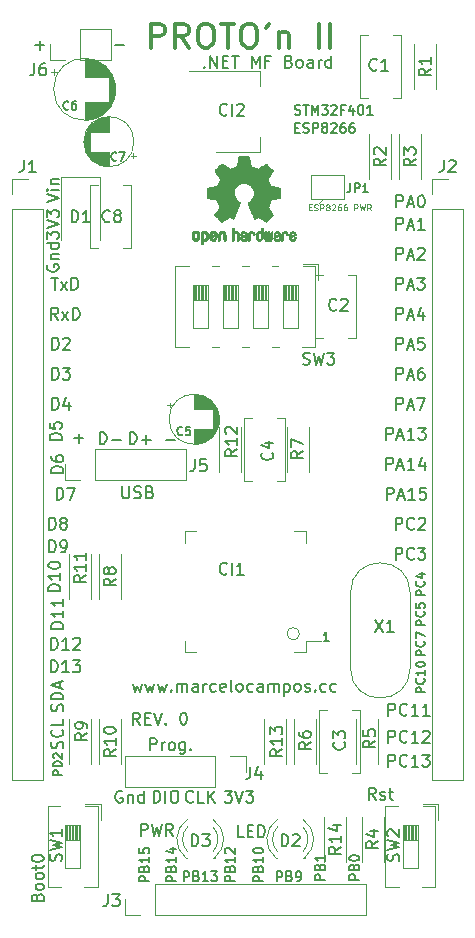
<source format=gbr>
G04 #@! TF.GenerationSoftware,KiCad,Pcbnew,(5.1.5)-3*
G04 #@! TF.CreationDate,2019-12-31T15:28:13-03:00*
G04 #@! TF.ProjectId,BoardNetMF1,426f6172-644e-4657-944d-46312e6b6963,rev?*
G04 #@! TF.SameCoordinates,Original*
G04 #@! TF.FileFunction,Legend,Top*
G04 #@! TF.FilePolarity,Positive*
%FSLAX46Y46*%
G04 Gerber Fmt 4.6, Leading zero omitted, Abs format (unit mm)*
G04 Created by KiCad (PCBNEW (5.1.5)-3) date 2019-12-31 15:28:13*
%MOMM*%
%LPD*%
G04 APERTURE LIST*
%ADD10C,0.150000*%
%ADD11C,0.203200*%
%ADD12C,0.120000*%
%ADD13C,0.304800*%
%ADD14C,0.175400*%
%ADD15C,0.101600*%
%ADD16C,0.010000*%
G04 APERTURE END LIST*
D10*
X130159333Y-133802380D02*
X129826000Y-133326190D01*
X129587904Y-133802380D02*
X129587904Y-132802380D01*
X129968857Y-132802380D01*
X130064095Y-132850000D01*
X130111714Y-132897619D01*
X130159333Y-132992857D01*
X130159333Y-133135714D01*
X130111714Y-133230952D01*
X130064095Y-133278571D01*
X129968857Y-133326190D01*
X129587904Y-133326190D01*
X130587904Y-133278571D02*
X130921238Y-133278571D01*
X131064095Y-133802380D02*
X130587904Y-133802380D01*
X130587904Y-132802380D01*
X131064095Y-132802380D01*
X131349809Y-132802380D02*
X131683142Y-133802380D01*
X132016476Y-132802380D01*
X132349809Y-133707142D02*
X132397428Y-133754761D01*
X132349809Y-133802380D01*
X132302190Y-133754761D01*
X132349809Y-133707142D01*
X132349809Y-133802380D01*
X133778380Y-132802380D02*
X133873619Y-132802380D01*
X133968857Y-132850000D01*
X134016476Y-132897619D01*
X134064095Y-132992857D01*
X134111714Y-133183333D01*
X134111714Y-133421428D01*
X134064095Y-133611904D01*
X134016476Y-133707142D01*
X133968857Y-133754761D01*
X133873619Y-133802380D01*
X133778380Y-133802380D01*
X133683142Y-133754761D01*
X133635523Y-133707142D01*
X133587904Y-133611904D01*
X133540285Y-133421428D01*
X133540285Y-133183333D01*
X133587904Y-132992857D01*
X133635523Y-132897619D01*
X133683142Y-132850000D01*
X133778380Y-132802380D01*
X143280190Y-83253942D02*
X143551123Y-83253942D01*
X143667238Y-83679695D02*
X143280190Y-83679695D01*
X143280190Y-82866895D01*
X143667238Y-82866895D01*
X143976876Y-83640990D02*
X144092990Y-83679695D01*
X144286514Y-83679695D01*
X144363923Y-83640990D01*
X144402628Y-83602285D01*
X144441333Y-83524876D01*
X144441333Y-83447466D01*
X144402628Y-83370057D01*
X144363923Y-83331352D01*
X144286514Y-83292647D01*
X144131695Y-83253942D01*
X144054285Y-83215238D01*
X144015580Y-83176533D01*
X143976876Y-83099123D01*
X143976876Y-83021714D01*
X144015580Y-82944304D01*
X144054285Y-82905600D01*
X144131695Y-82866895D01*
X144325219Y-82866895D01*
X144441333Y-82905600D01*
X144789676Y-83679695D02*
X144789676Y-82866895D01*
X145099314Y-82866895D01*
X145176723Y-82905600D01*
X145215428Y-82944304D01*
X145254133Y-83021714D01*
X145254133Y-83137828D01*
X145215428Y-83215238D01*
X145176723Y-83253942D01*
X145099314Y-83292647D01*
X144789676Y-83292647D01*
X145718590Y-83215238D02*
X145641180Y-83176533D01*
X145602476Y-83137828D01*
X145563771Y-83060419D01*
X145563771Y-83021714D01*
X145602476Y-82944304D01*
X145641180Y-82905600D01*
X145718590Y-82866895D01*
X145873409Y-82866895D01*
X145950819Y-82905600D01*
X145989523Y-82944304D01*
X146028228Y-83021714D01*
X146028228Y-83060419D01*
X145989523Y-83137828D01*
X145950819Y-83176533D01*
X145873409Y-83215238D01*
X145718590Y-83215238D01*
X145641180Y-83253942D01*
X145602476Y-83292647D01*
X145563771Y-83370057D01*
X145563771Y-83524876D01*
X145602476Y-83602285D01*
X145641180Y-83640990D01*
X145718590Y-83679695D01*
X145873409Y-83679695D01*
X145950819Y-83640990D01*
X145989523Y-83602285D01*
X146028228Y-83524876D01*
X146028228Y-83370057D01*
X145989523Y-83292647D01*
X145950819Y-83253942D01*
X145873409Y-83215238D01*
X146337866Y-82944304D02*
X146376571Y-82905600D01*
X146453980Y-82866895D01*
X146647504Y-82866895D01*
X146724914Y-82905600D01*
X146763619Y-82944304D01*
X146802323Y-83021714D01*
X146802323Y-83099123D01*
X146763619Y-83215238D01*
X146299161Y-83679695D01*
X146802323Y-83679695D01*
X147499009Y-82866895D02*
X147344190Y-82866895D01*
X147266780Y-82905600D01*
X147228076Y-82944304D01*
X147150666Y-83060419D01*
X147111961Y-83215238D01*
X147111961Y-83524876D01*
X147150666Y-83602285D01*
X147189371Y-83640990D01*
X147266780Y-83679695D01*
X147421600Y-83679695D01*
X147499009Y-83640990D01*
X147537714Y-83602285D01*
X147576419Y-83524876D01*
X147576419Y-83331352D01*
X147537714Y-83253942D01*
X147499009Y-83215238D01*
X147421600Y-83176533D01*
X147266780Y-83176533D01*
X147189371Y-83215238D01*
X147150666Y-83253942D01*
X147111961Y-83331352D01*
X148273104Y-82866895D02*
X148118285Y-82866895D01*
X148040876Y-82905600D01*
X148002171Y-82944304D01*
X147924761Y-83060419D01*
X147886057Y-83215238D01*
X147886057Y-83524876D01*
X147924761Y-83602285D01*
X147963466Y-83640990D01*
X148040876Y-83679695D01*
X148195695Y-83679695D01*
X148273104Y-83640990D01*
X148311809Y-83602285D01*
X148350514Y-83524876D01*
X148350514Y-83331352D01*
X148311809Y-83253942D01*
X148273104Y-83215238D01*
X148195695Y-83176533D01*
X148040876Y-83176533D01*
X147963466Y-83215238D01*
X147924761Y-83253942D01*
X147886057Y-83331352D01*
X143268095Y-82116990D02*
X143384209Y-82155695D01*
X143577733Y-82155695D01*
X143655142Y-82116990D01*
X143693847Y-82078285D01*
X143732552Y-82000876D01*
X143732552Y-81923466D01*
X143693847Y-81846057D01*
X143655142Y-81807352D01*
X143577733Y-81768647D01*
X143422914Y-81729942D01*
X143345504Y-81691238D01*
X143306800Y-81652533D01*
X143268095Y-81575123D01*
X143268095Y-81497714D01*
X143306800Y-81420304D01*
X143345504Y-81381600D01*
X143422914Y-81342895D01*
X143616438Y-81342895D01*
X143732552Y-81381600D01*
X143964780Y-81342895D02*
X144429238Y-81342895D01*
X144197009Y-82155695D02*
X144197009Y-81342895D01*
X144700171Y-82155695D02*
X144700171Y-81342895D01*
X144971104Y-81923466D01*
X145242038Y-81342895D01*
X145242038Y-82155695D01*
X145551676Y-81342895D02*
X146054838Y-81342895D01*
X145783904Y-81652533D01*
X145900019Y-81652533D01*
X145977428Y-81691238D01*
X146016133Y-81729942D01*
X146054838Y-81807352D01*
X146054838Y-82000876D01*
X146016133Y-82078285D01*
X145977428Y-82116990D01*
X145900019Y-82155695D01*
X145667790Y-82155695D01*
X145590380Y-82116990D01*
X145551676Y-82078285D01*
X146364476Y-81420304D02*
X146403180Y-81381600D01*
X146480590Y-81342895D01*
X146674114Y-81342895D01*
X146751523Y-81381600D01*
X146790228Y-81420304D01*
X146828933Y-81497714D01*
X146828933Y-81575123D01*
X146790228Y-81691238D01*
X146325771Y-82155695D01*
X146828933Y-82155695D01*
X147448209Y-81729942D02*
X147177276Y-81729942D01*
X147177276Y-82155695D02*
X147177276Y-81342895D01*
X147564323Y-81342895D01*
X148222304Y-81613828D02*
X148222304Y-82155695D01*
X148028780Y-81304190D02*
X147835257Y-81884761D01*
X148338419Y-81884761D01*
X148802876Y-81342895D02*
X148880285Y-81342895D01*
X148957695Y-81381600D01*
X148996400Y-81420304D01*
X149035104Y-81497714D01*
X149073809Y-81652533D01*
X149073809Y-81846057D01*
X149035104Y-82000876D01*
X148996400Y-82078285D01*
X148957695Y-82116990D01*
X148880285Y-82155695D01*
X148802876Y-82155695D01*
X148725466Y-82116990D01*
X148686761Y-82078285D01*
X148648057Y-82000876D01*
X148609352Y-81846057D01*
X148609352Y-81652533D01*
X148648057Y-81497714D01*
X148686761Y-81420304D01*
X148725466Y-81381600D01*
X148802876Y-81342895D01*
X149847904Y-82155695D02*
X149383447Y-82155695D01*
X149615676Y-82155695D02*
X149615676Y-81342895D01*
X149538266Y-81459009D01*
X149460857Y-81536419D01*
X149383447Y-81575123D01*
X129556952Y-130341714D02*
X129747428Y-131008380D01*
X129937904Y-130532190D01*
X130128380Y-131008380D01*
X130318857Y-130341714D01*
X130604571Y-130341714D02*
X130795047Y-131008380D01*
X130985523Y-130532190D01*
X131176000Y-131008380D01*
X131366476Y-130341714D01*
X131652190Y-130341714D02*
X131842666Y-131008380D01*
X132033142Y-130532190D01*
X132223619Y-131008380D01*
X132414095Y-130341714D01*
X132795047Y-130913142D02*
X132842666Y-130960761D01*
X132795047Y-131008380D01*
X132747428Y-130960761D01*
X132795047Y-130913142D01*
X132795047Y-131008380D01*
X133271238Y-131008380D02*
X133271238Y-130341714D01*
X133271238Y-130436952D02*
X133318857Y-130389333D01*
X133414095Y-130341714D01*
X133556952Y-130341714D01*
X133652190Y-130389333D01*
X133699809Y-130484571D01*
X133699809Y-131008380D01*
X133699809Y-130484571D02*
X133747428Y-130389333D01*
X133842666Y-130341714D01*
X133985523Y-130341714D01*
X134080761Y-130389333D01*
X134128380Y-130484571D01*
X134128380Y-131008380D01*
X135033142Y-131008380D02*
X135033142Y-130484571D01*
X134985523Y-130389333D01*
X134890285Y-130341714D01*
X134699809Y-130341714D01*
X134604571Y-130389333D01*
X135033142Y-130960761D02*
X134937904Y-131008380D01*
X134699809Y-131008380D01*
X134604571Y-130960761D01*
X134556952Y-130865523D01*
X134556952Y-130770285D01*
X134604571Y-130675047D01*
X134699809Y-130627428D01*
X134937904Y-130627428D01*
X135033142Y-130579809D01*
X135509333Y-131008380D02*
X135509333Y-130341714D01*
X135509333Y-130532190D02*
X135556952Y-130436952D01*
X135604571Y-130389333D01*
X135699809Y-130341714D01*
X135795047Y-130341714D01*
X136556952Y-130960761D02*
X136461714Y-131008380D01*
X136271238Y-131008380D01*
X136176000Y-130960761D01*
X136128380Y-130913142D01*
X136080761Y-130817904D01*
X136080761Y-130532190D01*
X136128380Y-130436952D01*
X136176000Y-130389333D01*
X136271238Y-130341714D01*
X136461714Y-130341714D01*
X136556952Y-130389333D01*
X137366476Y-130960761D02*
X137271238Y-131008380D01*
X137080761Y-131008380D01*
X136985523Y-130960761D01*
X136937904Y-130865523D01*
X136937904Y-130484571D01*
X136985523Y-130389333D01*
X137080761Y-130341714D01*
X137271238Y-130341714D01*
X137366476Y-130389333D01*
X137414095Y-130484571D01*
X137414095Y-130579809D01*
X136937904Y-130675047D01*
X137985523Y-131008380D02*
X137890285Y-130960761D01*
X137842666Y-130865523D01*
X137842666Y-130008380D01*
X138509333Y-131008380D02*
X138414095Y-130960761D01*
X138366476Y-130913142D01*
X138318857Y-130817904D01*
X138318857Y-130532190D01*
X138366476Y-130436952D01*
X138414095Y-130389333D01*
X138509333Y-130341714D01*
X138652190Y-130341714D01*
X138747428Y-130389333D01*
X138795047Y-130436952D01*
X138842666Y-130532190D01*
X138842666Y-130817904D01*
X138795047Y-130913142D01*
X138747428Y-130960761D01*
X138652190Y-131008380D01*
X138509333Y-131008380D01*
X139699809Y-130960761D02*
X139604571Y-131008380D01*
X139414095Y-131008380D01*
X139318857Y-130960761D01*
X139271238Y-130913142D01*
X139223619Y-130817904D01*
X139223619Y-130532190D01*
X139271238Y-130436952D01*
X139318857Y-130389333D01*
X139414095Y-130341714D01*
X139604571Y-130341714D01*
X139699809Y-130389333D01*
X140556952Y-131008380D02*
X140556952Y-130484571D01*
X140509333Y-130389333D01*
X140414095Y-130341714D01*
X140223619Y-130341714D01*
X140128380Y-130389333D01*
X140556952Y-130960761D02*
X140461714Y-131008380D01*
X140223619Y-131008380D01*
X140128380Y-130960761D01*
X140080761Y-130865523D01*
X140080761Y-130770285D01*
X140128380Y-130675047D01*
X140223619Y-130627428D01*
X140461714Y-130627428D01*
X140556952Y-130579809D01*
X141033142Y-131008380D02*
X141033142Y-130341714D01*
X141033142Y-130436952D02*
X141080761Y-130389333D01*
X141176000Y-130341714D01*
X141318857Y-130341714D01*
X141414095Y-130389333D01*
X141461714Y-130484571D01*
X141461714Y-131008380D01*
X141461714Y-130484571D02*
X141509333Y-130389333D01*
X141604571Y-130341714D01*
X141747428Y-130341714D01*
X141842666Y-130389333D01*
X141890285Y-130484571D01*
X141890285Y-131008380D01*
X142366476Y-130341714D02*
X142366476Y-131341714D01*
X142366476Y-130389333D02*
X142461714Y-130341714D01*
X142652190Y-130341714D01*
X142747428Y-130389333D01*
X142795047Y-130436952D01*
X142842666Y-130532190D01*
X142842666Y-130817904D01*
X142795047Y-130913142D01*
X142747428Y-130960761D01*
X142652190Y-131008380D01*
X142461714Y-131008380D01*
X142366476Y-130960761D01*
X143414095Y-131008380D02*
X143318857Y-130960761D01*
X143271238Y-130913142D01*
X143223619Y-130817904D01*
X143223619Y-130532190D01*
X143271238Y-130436952D01*
X143318857Y-130389333D01*
X143414095Y-130341714D01*
X143556952Y-130341714D01*
X143652190Y-130389333D01*
X143699809Y-130436952D01*
X143747428Y-130532190D01*
X143747428Y-130817904D01*
X143699809Y-130913142D01*
X143652190Y-130960761D01*
X143556952Y-131008380D01*
X143414095Y-131008380D01*
X144128380Y-130960761D02*
X144223619Y-131008380D01*
X144414095Y-131008380D01*
X144509333Y-130960761D01*
X144556952Y-130865523D01*
X144556952Y-130817904D01*
X144509333Y-130722666D01*
X144414095Y-130675047D01*
X144271238Y-130675047D01*
X144176000Y-130627428D01*
X144128380Y-130532190D01*
X144128380Y-130484571D01*
X144176000Y-130389333D01*
X144271238Y-130341714D01*
X144414095Y-130341714D01*
X144509333Y-130389333D01*
X144985523Y-130913142D02*
X145033142Y-130960761D01*
X144985523Y-131008380D01*
X144937904Y-130960761D01*
X144985523Y-130913142D01*
X144985523Y-131008380D01*
X145890285Y-130960761D02*
X145795047Y-131008380D01*
X145604571Y-131008380D01*
X145509333Y-130960761D01*
X145461714Y-130913142D01*
X145414095Y-130817904D01*
X145414095Y-130532190D01*
X145461714Y-130436952D01*
X145509333Y-130389333D01*
X145604571Y-130341714D01*
X145795047Y-130341714D01*
X145890285Y-130389333D01*
X146747428Y-130960761D02*
X146652190Y-131008380D01*
X146461714Y-131008380D01*
X146366476Y-130960761D01*
X146318857Y-130913142D01*
X146271238Y-130817904D01*
X146271238Y-130532190D01*
X146318857Y-130436952D01*
X146366476Y-130389333D01*
X146461714Y-130341714D01*
X146652190Y-130341714D01*
X146747428Y-130389333D01*
D11*
X135599714Y-78086857D02*
X135648095Y-78135238D01*
X135599714Y-78183619D01*
X135551333Y-78135238D01*
X135599714Y-78086857D01*
X135599714Y-78183619D01*
X136083523Y-78183619D02*
X136083523Y-77167619D01*
X136664095Y-78183619D01*
X136664095Y-77167619D01*
X137147904Y-77651428D02*
X137486571Y-77651428D01*
X137631714Y-78183619D02*
X137147904Y-78183619D01*
X137147904Y-77167619D01*
X137631714Y-77167619D01*
X137922000Y-77167619D02*
X138502571Y-77167619D01*
X138212285Y-78183619D02*
X138212285Y-77167619D01*
X139615333Y-78183619D02*
X139615333Y-77167619D01*
X139954000Y-77893333D01*
X140292666Y-77167619D01*
X140292666Y-78183619D01*
X141115142Y-77651428D02*
X140776476Y-77651428D01*
X140776476Y-78183619D02*
X140776476Y-77167619D01*
X141260285Y-77167619D01*
X142760095Y-77651428D02*
X142905238Y-77699809D01*
X142953619Y-77748190D01*
X143002000Y-77844952D01*
X143002000Y-77990095D01*
X142953619Y-78086857D01*
X142905238Y-78135238D01*
X142808476Y-78183619D01*
X142421428Y-78183619D01*
X142421428Y-77167619D01*
X142760095Y-77167619D01*
X142856857Y-77216000D01*
X142905238Y-77264380D01*
X142953619Y-77361142D01*
X142953619Y-77457904D01*
X142905238Y-77554666D01*
X142856857Y-77603047D01*
X142760095Y-77651428D01*
X142421428Y-77651428D01*
X143582571Y-78183619D02*
X143485809Y-78135238D01*
X143437428Y-78086857D01*
X143389047Y-77990095D01*
X143389047Y-77699809D01*
X143437428Y-77603047D01*
X143485809Y-77554666D01*
X143582571Y-77506285D01*
X143727714Y-77506285D01*
X143824476Y-77554666D01*
X143872857Y-77603047D01*
X143921238Y-77699809D01*
X143921238Y-77990095D01*
X143872857Y-78086857D01*
X143824476Y-78135238D01*
X143727714Y-78183619D01*
X143582571Y-78183619D01*
X144792095Y-78183619D02*
X144792095Y-77651428D01*
X144743714Y-77554666D01*
X144646952Y-77506285D01*
X144453428Y-77506285D01*
X144356666Y-77554666D01*
X144792095Y-78135238D02*
X144695333Y-78183619D01*
X144453428Y-78183619D01*
X144356666Y-78135238D01*
X144308285Y-78038476D01*
X144308285Y-77941714D01*
X144356666Y-77844952D01*
X144453428Y-77796571D01*
X144695333Y-77796571D01*
X144792095Y-77748190D01*
X145275904Y-78183619D02*
X145275904Y-77506285D01*
X145275904Y-77699809D02*
X145324285Y-77603047D01*
X145372666Y-77554666D01*
X145469428Y-77506285D01*
X145566190Y-77506285D01*
X146340285Y-78183619D02*
X146340285Y-77167619D01*
X146340285Y-78135238D02*
X146243523Y-78183619D01*
X146050000Y-78183619D01*
X145953238Y-78135238D01*
X145904857Y-78086857D01*
X145856476Y-77990095D01*
X145856476Y-77699809D01*
X145904857Y-77603047D01*
X145953238Y-77554666D01*
X146050000Y-77506285D01*
X146243523Y-77506285D01*
X146340285Y-77554666D01*
D10*
X130923695Y-147062371D02*
X130110895Y-147062371D01*
X130110895Y-146752733D01*
X130149600Y-146675323D01*
X130188304Y-146636619D01*
X130265714Y-146597914D01*
X130381828Y-146597914D01*
X130459238Y-146636619D01*
X130497942Y-146675323D01*
X130536647Y-146752733D01*
X130536647Y-147062371D01*
X130497942Y-145978638D02*
X130536647Y-145862523D01*
X130575352Y-145823819D01*
X130652761Y-145785114D01*
X130768876Y-145785114D01*
X130846285Y-145823819D01*
X130884990Y-145862523D01*
X130923695Y-145939933D01*
X130923695Y-146249571D01*
X130110895Y-146249571D01*
X130110895Y-145978638D01*
X130149600Y-145901228D01*
X130188304Y-145862523D01*
X130265714Y-145823819D01*
X130343123Y-145823819D01*
X130420533Y-145862523D01*
X130459238Y-145901228D01*
X130497942Y-145978638D01*
X130497942Y-146249571D01*
X130923695Y-145011019D02*
X130923695Y-145475476D01*
X130923695Y-145243247D02*
X130110895Y-145243247D01*
X130227009Y-145320657D01*
X130304419Y-145398066D01*
X130343123Y-145475476D01*
X130110895Y-144275628D02*
X130110895Y-144662676D01*
X130497942Y-144701380D01*
X130459238Y-144662676D01*
X130420533Y-144585266D01*
X130420533Y-144391742D01*
X130459238Y-144314333D01*
X130497942Y-144275628D01*
X130575352Y-144236923D01*
X130768876Y-144236923D01*
X130846285Y-144275628D01*
X130884990Y-144314333D01*
X130923695Y-144391742D01*
X130923695Y-144585266D01*
X130884990Y-144662676D01*
X130846285Y-144701380D01*
X133209695Y-147062371D02*
X132396895Y-147062371D01*
X132396895Y-146752733D01*
X132435600Y-146675323D01*
X132474304Y-146636619D01*
X132551714Y-146597914D01*
X132667828Y-146597914D01*
X132745238Y-146636619D01*
X132783942Y-146675323D01*
X132822647Y-146752733D01*
X132822647Y-147062371D01*
X132783942Y-145978638D02*
X132822647Y-145862523D01*
X132861352Y-145823819D01*
X132938761Y-145785114D01*
X133054876Y-145785114D01*
X133132285Y-145823819D01*
X133170990Y-145862523D01*
X133209695Y-145939933D01*
X133209695Y-146249571D01*
X132396895Y-146249571D01*
X132396895Y-145978638D01*
X132435600Y-145901228D01*
X132474304Y-145862523D01*
X132551714Y-145823819D01*
X132629123Y-145823819D01*
X132706533Y-145862523D01*
X132745238Y-145901228D01*
X132783942Y-145978638D01*
X132783942Y-146249571D01*
X133209695Y-145011019D02*
X133209695Y-145475476D01*
X133209695Y-145243247D02*
X132396895Y-145243247D01*
X132513009Y-145320657D01*
X132590419Y-145398066D01*
X132629123Y-145475476D01*
X132667828Y-144314333D02*
X133209695Y-144314333D01*
X132358190Y-144507857D02*
X132938761Y-144701380D01*
X132938761Y-144198219D01*
X133861628Y-147052695D02*
X133861628Y-146239895D01*
X134171266Y-146239895D01*
X134248676Y-146278600D01*
X134287380Y-146317304D01*
X134326085Y-146394714D01*
X134326085Y-146510828D01*
X134287380Y-146588238D01*
X134248676Y-146626942D01*
X134171266Y-146665647D01*
X133861628Y-146665647D01*
X134945361Y-146626942D02*
X135061476Y-146665647D01*
X135100180Y-146704352D01*
X135138885Y-146781761D01*
X135138885Y-146897876D01*
X135100180Y-146975285D01*
X135061476Y-147013990D01*
X134984066Y-147052695D01*
X134674428Y-147052695D01*
X134674428Y-146239895D01*
X134945361Y-146239895D01*
X135022771Y-146278600D01*
X135061476Y-146317304D01*
X135100180Y-146394714D01*
X135100180Y-146472123D01*
X135061476Y-146549533D01*
X135022771Y-146588238D01*
X134945361Y-146626942D01*
X134674428Y-146626942D01*
X135912980Y-147052695D02*
X135448523Y-147052695D01*
X135680752Y-147052695D02*
X135680752Y-146239895D01*
X135603342Y-146356009D01*
X135525933Y-146433419D01*
X135448523Y-146472123D01*
X136183914Y-146239895D02*
X136687076Y-146239895D01*
X136416142Y-146549533D01*
X136532257Y-146549533D01*
X136609666Y-146588238D01*
X136648371Y-146626942D01*
X136687076Y-146704352D01*
X136687076Y-146897876D01*
X136648371Y-146975285D01*
X136609666Y-147013990D01*
X136532257Y-147052695D01*
X136300028Y-147052695D01*
X136222619Y-147013990D01*
X136183914Y-146975285D01*
X138162695Y-147062371D02*
X137349895Y-147062371D01*
X137349895Y-146752733D01*
X137388600Y-146675323D01*
X137427304Y-146636619D01*
X137504714Y-146597914D01*
X137620828Y-146597914D01*
X137698238Y-146636619D01*
X137736942Y-146675323D01*
X137775647Y-146752733D01*
X137775647Y-147062371D01*
X137736942Y-145978638D02*
X137775647Y-145862523D01*
X137814352Y-145823819D01*
X137891761Y-145785114D01*
X138007876Y-145785114D01*
X138085285Y-145823819D01*
X138123990Y-145862523D01*
X138162695Y-145939933D01*
X138162695Y-146249571D01*
X137349895Y-146249571D01*
X137349895Y-145978638D01*
X137388600Y-145901228D01*
X137427304Y-145862523D01*
X137504714Y-145823819D01*
X137582123Y-145823819D01*
X137659533Y-145862523D01*
X137698238Y-145901228D01*
X137736942Y-145978638D01*
X137736942Y-146249571D01*
X138162695Y-145011019D02*
X138162695Y-145475476D01*
X138162695Y-145243247D02*
X137349895Y-145243247D01*
X137466009Y-145320657D01*
X137543419Y-145398066D01*
X137582123Y-145475476D01*
X137427304Y-144701380D02*
X137388600Y-144662676D01*
X137349895Y-144585266D01*
X137349895Y-144391742D01*
X137388600Y-144314333D01*
X137427304Y-144275628D01*
X137504714Y-144236923D01*
X137582123Y-144236923D01*
X137698238Y-144275628D01*
X138162695Y-144740085D01*
X138162695Y-144236923D01*
X140575695Y-147062371D02*
X139762895Y-147062371D01*
X139762895Y-146752733D01*
X139801600Y-146675323D01*
X139840304Y-146636619D01*
X139917714Y-146597914D01*
X140033828Y-146597914D01*
X140111238Y-146636619D01*
X140149942Y-146675323D01*
X140188647Y-146752733D01*
X140188647Y-147062371D01*
X140149942Y-145978638D02*
X140188647Y-145862523D01*
X140227352Y-145823819D01*
X140304761Y-145785114D01*
X140420876Y-145785114D01*
X140498285Y-145823819D01*
X140536990Y-145862523D01*
X140575695Y-145939933D01*
X140575695Y-146249571D01*
X139762895Y-146249571D01*
X139762895Y-145978638D01*
X139801600Y-145901228D01*
X139840304Y-145862523D01*
X139917714Y-145823819D01*
X139995123Y-145823819D01*
X140072533Y-145862523D01*
X140111238Y-145901228D01*
X140149942Y-145978638D01*
X140149942Y-146249571D01*
X140575695Y-145011019D02*
X140575695Y-145475476D01*
X140575695Y-145243247D02*
X139762895Y-145243247D01*
X139879009Y-145320657D01*
X139956419Y-145398066D01*
X139995123Y-145475476D01*
X139762895Y-144507857D02*
X139762895Y-144430447D01*
X139801600Y-144353038D01*
X139840304Y-144314333D01*
X139917714Y-144275628D01*
X140072533Y-144236923D01*
X140266057Y-144236923D01*
X140420876Y-144275628D01*
X140498285Y-144314333D01*
X140536990Y-144353038D01*
X140575695Y-144430447D01*
X140575695Y-144507857D01*
X140536990Y-144585266D01*
X140498285Y-144623971D01*
X140420876Y-144662676D01*
X140266057Y-144701380D01*
X140072533Y-144701380D01*
X139917714Y-144662676D01*
X139840304Y-144623971D01*
X139801600Y-144585266D01*
X139762895Y-144507857D01*
X141741676Y-147052695D02*
X141741676Y-146239895D01*
X142051314Y-146239895D01*
X142128723Y-146278600D01*
X142167428Y-146317304D01*
X142206133Y-146394714D01*
X142206133Y-146510828D01*
X142167428Y-146588238D01*
X142128723Y-146626942D01*
X142051314Y-146665647D01*
X141741676Y-146665647D01*
X142825409Y-146626942D02*
X142941523Y-146665647D01*
X142980228Y-146704352D01*
X143018933Y-146781761D01*
X143018933Y-146897876D01*
X142980228Y-146975285D01*
X142941523Y-147013990D01*
X142864114Y-147052695D01*
X142554476Y-147052695D01*
X142554476Y-146239895D01*
X142825409Y-146239895D01*
X142902819Y-146278600D01*
X142941523Y-146317304D01*
X142980228Y-146394714D01*
X142980228Y-146472123D01*
X142941523Y-146549533D01*
X142902819Y-146588238D01*
X142825409Y-146626942D01*
X142554476Y-146626942D01*
X143405980Y-147052695D02*
X143560800Y-147052695D01*
X143638209Y-147013990D01*
X143676914Y-146975285D01*
X143754323Y-146859171D01*
X143793028Y-146704352D01*
X143793028Y-146394714D01*
X143754323Y-146317304D01*
X143715619Y-146278600D01*
X143638209Y-146239895D01*
X143483390Y-146239895D01*
X143405980Y-146278600D01*
X143367276Y-146317304D01*
X143328571Y-146394714D01*
X143328571Y-146588238D01*
X143367276Y-146665647D01*
X143405980Y-146704352D01*
X143483390Y-146743057D01*
X143638209Y-146743057D01*
X143715619Y-146704352D01*
X143754323Y-146665647D01*
X143793028Y-146588238D01*
X145782695Y-146929323D02*
X144969895Y-146929323D01*
X144969895Y-146619685D01*
X145008600Y-146542276D01*
X145047304Y-146503571D01*
X145124714Y-146464866D01*
X145240828Y-146464866D01*
X145318238Y-146503571D01*
X145356942Y-146542276D01*
X145395647Y-146619685D01*
X145395647Y-146929323D01*
X145356942Y-145845590D02*
X145395647Y-145729476D01*
X145434352Y-145690771D01*
X145511761Y-145652066D01*
X145627876Y-145652066D01*
X145705285Y-145690771D01*
X145743990Y-145729476D01*
X145782695Y-145806885D01*
X145782695Y-146116523D01*
X144969895Y-146116523D01*
X144969895Y-145845590D01*
X145008600Y-145768180D01*
X145047304Y-145729476D01*
X145124714Y-145690771D01*
X145202123Y-145690771D01*
X145279533Y-145729476D01*
X145318238Y-145768180D01*
X145356942Y-145845590D01*
X145356942Y-146116523D01*
X145782695Y-144877971D02*
X145782695Y-145342428D01*
X145782695Y-145110200D02*
X144969895Y-145110200D01*
X145086009Y-145187609D01*
X145163419Y-145265019D01*
X145202123Y-145342428D01*
X148703695Y-146929323D02*
X147890895Y-146929323D01*
X147890895Y-146619685D01*
X147929600Y-146542276D01*
X147968304Y-146503571D01*
X148045714Y-146464866D01*
X148161828Y-146464866D01*
X148239238Y-146503571D01*
X148277942Y-146542276D01*
X148316647Y-146619685D01*
X148316647Y-146929323D01*
X148277942Y-145845590D02*
X148316647Y-145729476D01*
X148355352Y-145690771D01*
X148432761Y-145652066D01*
X148548876Y-145652066D01*
X148626285Y-145690771D01*
X148664990Y-145729476D01*
X148703695Y-145806885D01*
X148703695Y-146116523D01*
X147890895Y-146116523D01*
X147890895Y-145845590D01*
X147929600Y-145768180D01*
X147968304Y-145729476D01*
X148045714Y-145690771D01*
X148123123Y-145690771D01*
X148200533Y-145729476D01*
X148239238Y-145768180D01*
X148277942Y-145845590D01*
X148277942Y-146116523D01*
X147890895Y-145148904D02*
X147890895Y-145071495D01*
X147929600Y-144994085D01*
X147968304Y-144955380D01*
X148045714Y-144916676D01*
X148200533Y-144877971D01*
X148394057Y-144877971D01*
X148548876Y-144916676D01*
X148626285Y-144955380D01*
X148664990Y-144994085D01*
X148703695Y-145071495D01*
X148703695Y-145148904D01*
X148664990Y-145226314D01*
X148626285Y-145265019D01*
X148548876Y-145303723D01*
X148394057Y-145342428D01*
X148200533Y-145342428D01*
X148045714Y-145303723D01*
X147968304Y-145265019D01*
X147929600Y-145226314D01*
X147890895Y-145148904D01*
X128643142Y-139454000D02*
X128547904Y-139406380D01*
X128405047Y-139406380D01*
X128262190Y-139454000D01*
X128166952Y-139549238D01*
X128119333Y-139644476D01*
X128071714Y-139834952D01*
X128071714Y-139977809D01*
X128119333Y-140168285D01*
X128166952Y-140263523D01*
X128262190Y-140358761D01*
X128405047Y-140406380D01*
X128500285Y-140406380D01*
X128643142Y-140358761D01*
X128690761Y-140311142D01*
X128690761Y-139977809D01*
X128500285Y-139977809D01*
X129119333Y-139739714D02*
X129119333Y-140406380D01*
X129119333Y-139834952D02*
X129166952Y-139787333D01*
X129262190Y-139739714D01*
X129405047Y-139739714D01*
X129500285Y-139787333D01*
X129547904Y-139882571D01*
X129547904Y-140406380D01*
X130452666Y-140406380D02*
X130452666Y-139406380D01*
X130452666Y-140358761D02*
X130357428Y-140406380D01*
X130166952Y-140406380D01*
X130071714Y-140358761D01*
X130024095Y-140311142D01*
X129976476Y-140215904D01*
X129976476Y-139930190D01*
X130024095Y-139834952D01*
X130071714Y-139787333D01*
X130166952Y-139739714D01*
X130357428Y-139739714D01*
X130452666Y-139787333D01*
X131310190Y-140406380D02*
X131310190Y-139406380D01*
X131548285Y-139406380D01*
X131691142Y-139454000D01*
X131786380Y-139549238D01*
X131834000Y-139644476D01*
X131881619Y-139834952D01*
X131881619Y-139977809D01*
X131834000Y-140168285D01*
X131786380Y-140263523D01*
X131691142Y-140358761D01*
X131548285Y-140406380D01*
X131310190Y-140406380D01*
X132310190Y-140406380D02*
X132310190Y-139406380D01*
X132976857Y-139406380D02*
X133167333Y-139406380D01*
X133262571Y-139454000D01*
X133357809Y-139549238D01*
X133405428Y-139739714D01*
X133405428Y-140073047D01*
X133357809Y-140263523D01*
X133262571Y-140358761D01*
X133167333Y-140406380D01*
X132976857Y-140406380D01*
X132881619Y-140358761D01*
X132786380Y-140263523D01*
X132738761Y-140073047D01*
X132738761Y-139739714D01*
X132786380Y-139549238D01*
X132881619Y-139454000D01*
X132976857Y-139406380D01*
X134659761Y-140311142D02*
X134612142Y-140358761D01*
X134469285Y-140406380D01*
X134374047Y-140406380D01*
X134231190Y-140358761D01*
X134135952Y-140263523D01*
X134088333Y-140168285D01*
X134040714Y-139977809D01*
X134040714Y-139834952D01*
X134088333Y-139644476D01*
X134135952Y-139549238D01*
X134231190Y-139454000D01*
X134374047Y-139406380D01*
X134469285Y-139406380D01*
X134612142Y-139454000D01*
X134659761Y-139501619D01*
X135564523Y-140406380D02*
X135088333Y-140406380D01*
X135088333Y-139406380D01*
X135897857Y-140406380D02*
X135897857Y-139406380D01*
X136469285Y-140406380D02*
X136040714Y-139834952D01*
X136469285Y-139406380D02*
X135897857Y-139977809D01*
X137318904Y-139406380D02*
X137937952Y-139406380D01*
X137604619Y-139787333D01*
X137747476Y-139787333D01*
X137842714Y-139834952D01*
X137890333Y-139882571D01*
X137937952Y-139977809D01*
X137937952Y-140215904D01*
X137890333Y-140311142D01*
X137842714Y-140358761D01*
X137747476Y-140406380D01*
X137461761Y-140406380D01*
X137366523Y-140358761D01*
X137318904Y-140311142D01*
X138223666Y-139406380D02*
X138557000Y-140406380D01*
X138890333Y-139406380D01*
X139128428Y-139406380D02*
X139747476Y-139406380D01*
X139414142Y-139787333D01*
X139557000Y-139787333D01*
X139652238Y-139834952D01*
X139699857Y-139882571D01*
X139747476Y-139977809D01*
X139747476Y-140215904D01*
X139699857Y-140311142D01*
X139652238Y-140358761D01*
X139557000Y-140406380D01*
X139271285Y-140406380D01*
X139176047Y-140358761D01*
X139128428Y-140311142D01*
X131000714Y-135961380D02*
X131000714Y-134961380D01*
X131381666Y-134961380D01*
X131476904Y-135009000D01*
X131524523Y-135056619D01*
X131572142Y-135151857D01*
X131572142Y-135294714D01*
X131524523Y-135389952D01*
X131476904Y-135437571D01*
X131381666Y-135485190D01*
X131000714Y-135485190D01*
X132000714Y-135961380D02*
X132000714Y-135294714D01*
X132000714Y-135485190D02*
X132048333Y-135389952D01*
X132095952Y-135342333D01*
X132191190Y-135294714D01*
X132286428Y-135294714D01*
X132762619Y-135961380D02*
X132667380Y-135913761D01*
X132619761Y-135866142D01*
X132572142Y-135770904D01*
X132572142Y-135485190D01*
X132619761Y-135389952D01*
X132667380Y-135342333D01*
X132762619Y-135294714D01*
X132905476Y-135294714D01*
X133000714Y-135342333D01*
X133048333Y-135389952D01*
X133095952Y-135485190D01*
X133095952Y-135770904D01*
X133048333Y-135866142D01*
X133000714Y-135913761D01*
X132905476Y-135961380D01*
X132762619Y-135961380D01*
X133953095Y-135294714D02*
X133953095Y-136104238D01*
X133905476Y-136199476D01*
X133857857Y-136247095D01*
X133762619Y-136294714D01*
X133619761Y-136294714D01*
X133524523Y-136247095D01*
X133953095Y-135913761D02*
X133857857Y-135961380D01*
X133667380Y-135961380D01*
X133572142Y-135913761D01*
X133524523Y-135866142D01*
X133476904Y-135770904D01*
X133476904Y-135485190D01*
X133524523Y-135389952D01*
X133572142Y-135342333D01*
X133667380Y-135294714D01*
X133857857Y-135294714D01*
X133953095Y-135342333D01*
X134429285Y-135866142D02*
X134476904Y-135913761D01*
X134429285Y-135961380D01*
X134381666Y-135913761D01*
X134429285Y-135866142D01*
X134429285Y-135961380D01*
X132334047Y-109672428D02*
X133095952Y-109672428D01*
X129294047Y-110053380D02*
X129294047Y-109053380D01*
X129532142Y-109053380D01*
X129675000Y-109101000D01*
X129770238Y-109196238D01*
X129817857Y-109291476D01*
X129865476Y-109481952D01*
X129865476Y-109624809D01*
X129817857Y-109815285D01*
X129770238Y-109910523D01*
X129675000Y-110005761D01*
X129532142Y-110053380D01*
X129294047Y-110053380D01*
X130294047Y-109672428D02*
X131055952Y-109672428D01*
X130675000Y-110053380D02*
X130675000Y-109291476D01*
X126754047Y-110053380D02*
X126754047Y-109053380D01*
X126992142Y-109053380D01*
X127135000Y-109101000D01*
X127230238Y-109196238D01*
X127277857Y-109291476D01*
X127325476Y-109481952D01*
X127325476Y-109624809D01*
X127277857Y-109815285D01*
X127230238Y-109910523D01*
X127135000Y-110005761D01*
X126992142Y-110053380D01*
X126754047Y-110053380D01*
X127754047Y-109672428D02*
X128515952Y-109672428D01*
X124587047Y-109545428D02*
X125348952Y-109545428D01*
X124968000Y-109926380D02*
X124968000Y-109164476D01*
X128659095Y-113625380D02*
X128659095Y-114434904D01*
X128706714Y-114530142D01*
X128754333Y-114577761D01*
X128849571Y-114625380D01*
X129040047Y-114625380D01*
X129135285Y-114577761D01*
X129182904Y-114530142D01*
X129230523Y-114434904D01*
X129230523Y-113625380D01*
X129659095Y-114577761D02*
X129801952Y-114625380D01*
X130040047Y-114625380D01*
X130135285Y-114577761D01*
X130182904Y-114530142D01*
X130230523Y-114434904D01*
X130230523Y-114339666D01*
X130182904Y-114244428D01*
X130135285Y-114196809D01*
X130040047Y-114149190D01*
X129849571Y-114101571D01*
X129754333Y-114053952D01*
X129706714Y-114006333D01*
X129659095Y-113911095D01*
X129659095Y-113815857D01*
X129706714Y-113720619D01*
X129754333Y-113673000D01*
X129849571Y-113625380D01*
X130087666Y-113625380D01*
X130230523Y-113673000D01*
X130992428Y-114101571D02*
X131135285Y-114149190D01*
X131182904Y-114196809D01*
X131230523Y-114292047D01*
X131230523Y-114434904D01*
X131182904Y-114530142D01*
X131135285Y-114577761D01*
X131040047Y-114625380D01*
X130659095Y-114625380D01*
X130659095Y-113625380D01*
X130992428Y-113625380D01*
X131087666Y-113673000D01*
X131135285Y-113720619D01*
X131182904Y-113815857D01*
X131182904Y-113911095D01*
X131135285Y-114006333D01*
X131087666Y-114053952D01*
X130992428Y-114101571D01*
X130659095Y-114101571D01*
D12*
X143652634Y-126111000D02*
G75*
G03X143652634Y-126111000I-523634J0D01*
G01*
D10*
X146126200Y-126686733D02*
X145719800Y-126686733D01*
X145923000Y-126686733D02*
X145923000Y-125975533D01*
X145855266Y-126077133D01*
X145787533Y-126144866D01*
X145719800Y-126178733D01*
D13*
X131088190Y-76484238D02*
X131088190Y-74452238D01*
X131862285Y-74452238D01*
X132055809Y-74549000D01*
X132152571Y-74645761D01*
X132249333Y-74839285D01*
X132249333Y-75129571D01*
X132152571Y-75323095D01*
X132055809Y-75419857D01*
X131862285Y-75516619D01*
X131088190Y-75516619D01*
X134281333Y-76484238D02*
X133604000Y-75516619D01*
X133120190Y-76484238D02*
X133120190Y-74452238D01*
X133894285Y-74452238D01*
X134087809Y-74549000D01*
X134184571Y-74645761D01*
X134281333Y-74839285D01*
X134281333Y-75129571D01*
X134184571Y-75323095D01*
X134087809Y-75419857D01*
X133894285Y-75516619D01*
X133120190Y-75516619D01*
X135539238Y-74452238D02*
X135926285Y-74452238D01*
X136119809Y-74549000D01*
X136313333Y-74742523D01*
X136410095Y-75129571D01*
X136410095Y-75806904D01*
X136313333Y-76193952D01*
X136119809Y-76387476D01*
X135926285Y-76484238D01*
X135539238Y-76484238D01*
X135345714Y-76387476D01*
X135152190Y-76193952D01*
X135055428Y-75806904D01*
X135055428Y-75129571D01*
X135152190Y-74742523D01*
X135345714Y-74549000D01*
X135539238Y-74452238D01*
X136990666Y-74452238D02*
X138151809Y-74452238D01*
X137571238Y-76484238D02*
X137571238Y-74452238D01*
X139216190Y-74452238D02*
X139603238Y-74452238D01*
X139796761Y-74549000D01*
X139990285Y-74742523D01*
X140087047Y-75129571D01*
X140087047Y-75806904D01*
X139990285Y-76193952D01*
X139796761Y-76387476D01*
X139603238Y-76484238D01*
X139216190Y-76484238D01*
X139022666Y-76387476D01*
X138829142Y-76193952D01*
X138732380Y-75806904D01*
X138732380Y-75129571D01*
X138829142Y-74742523D01*
X139022666Y-74549000D01*
X139216190Y-74452238D01*
X141054666Y-74452238D02*
X140861142Y-74839285D01*
X141925523Y-75129571D02*
X141925523Y-76484238D01*
X141925523Y-75323095D02*
X142022285Y-75226333D01*
X142215809Y-75129571D01*
X142506095Y-75129571D01*
X142699619Y-75226333D01*
X142796380Y-75419857D01*
X142796380Y-76484238D01*
X145312190Y-76484238D02*
X145312190Y-74452238D01*
X146279809Y-76484238D02*
X146279809Y-74452238D01*
D14*
X128016047Y-76271428D02*
X128777952Y-76271428D01*
X121285047Y-76271428D02*
X122046952Y-76271428D01*
X121666000Y-76652380D02*
X121666000Y-75890476D01*
D12*
X145669000Y-89281000D02*
X145288000Y-89662000D01*
D15*
X144454361Y-90006042D02*
X144626828Y-90006042D01*
X144700742Y-90277061D02*
X144454361Y-90277061D01*
X144454361Y-89759661D01*
X144700742Y-89759661D01*
X144897847Y-90252423D02*
X144971761Y-90277061D01*
X145094952Y-90277061D01*
X145144228Y-90252423D01*
X145168866Y-90227785D01*
X145193504Y-90178509D01*
X145193504Y-90129233D01*
X145168866Y-90079957D01*
X145144228Y-90055319D01*
X145094952Y-90030680D01*
X144996400Y-90006042D01*
X144947123Y-89981404D01*
X144922485Y-89956766D01*
X144897847Y-89907490D01*
X144897847Y-89858214D01*
X144922485Y-89808938D01*
X144947123Y-89784300D01*
X144996400Y-89759661D01*
X145119590Y-89759661D01*
X145193504Y-89784300D01*
X145415247Y-90277061D02*
X145415247Y-89759661D01*
X145612352Y-89759661D01*
X145661628Y-89784300D01*
X145686266Y-89808938D01*
X145710904Y-89858214D01*
X145710904Y-89932128D01*
X145686266Y-89981404D01*
X145661628Y-90006042D01*
X145612352Y-90030680D01*
X145415247Y-90030680D01*
X146006561Y-89981404D02*
X145957285Y-89956766D01*
X145932647Y-89932128D01*
X145908009Y-89882852D01*
X145908009Y-89858214D01*
X145932647Y-89808938D01*
X145957285Y-89784300D01*
X146006561Y-89759661D01*
X146105114Y-89759661D01*
X146154390Y-89784300D01*
X146179028Y-89808938D01*
X146203666Y-89858214D01*
X146203666Y-89882852D01*
X146179028Y-89932128D01*
X146154390Y-89956766D01*
X146105114Y-89981404D01*
X146006561Y-89981404D01*
X145957285Y-90006042D01*
X145932647Y-90030680D01*
X145908009Y-90079957D01*
X145908009Y-90178509D01*
X145932647Y-90227785D01*
X145957285Y-90252423D01*
X146006561Y-90277061D01*
X146105114Y-90277061D01*
X146154390Y-90252423D01*
X146179028Y-90227785D01*
X146203666Y-90178509D01*
X146203666Y-90079957D01*
X146179028Y-90030680D01*
X146154390Y-90006042D01*
X146105114Y-89981404D01*
X146400771Y-89808938D02*
X146425409Y-89784300D01*
X146474685Y-89759661D01*
X146597876Y-89759661D01*
X146647152Y-89784300D01*
X146671790Y-89808938D01*
X146696428Y-89858214D01*
X146696428Y-89907490D01*
X146671790Y-89981404D01*
X146376133Y-90277061D01*
X146696428Y-90277061D01*
X147139914Y-89759661D02*
X147041361Y-89759661D01*
X146992085Y-89784300D01*
X146967447Y-89808938D01*
X146918171Y-89882852D01*
X146893533Y-89981404D01*
X146893533Y-90178509D01*
X146918171Y-90227785D01*
X146942809Y-90252423D01*
X146992085Y-90277061D01*
X147090638Y-90277061D01*
X147139914Y-90252423D01*
X147164552Y-90227785D01*
X147189190Y-90178509D01*
X147189190Y-90055319D01*
X147164552Y-90006042D01*
X147139914Y-89981404D01*
X147090638Y-89956766D01*
X146992085Y-89956766D01*
X146942809Y-89981404D01*
X146918171Y-90006042D01*
X146893533Y-90055319D01*
X147632676Y-89759661D02*
X147534123Y-89759661D01*
X147484847Y-89784300D01*
X147460209Y-89808938D01*
X147410933Y-89882852D01*
X147386295Y-89981404D01*
X147386295Y-90178509D01*
X147410933Y-90227785D01*
X147435571Y-90252423D01*
X147484847Y-90277061D01*
X147583400Y-90277061D01*
X147632676Y-90252423D01*
X147657314Y-90227785D01*
X147681952Y-90178509D01*
X147681952Y-90055319D01*
X147657314Y-90006042D01*
X147632676Y-89981404D01*
X147583400Y-89956766D01*
X147484847Y-89956766D01*
X147435571Y-89981404D01*
X147410933Y-90006042D01*
X147386295Y-90055319D01*
X148297904Y-90277061D02*
X148297904Y-89759661D01*
X148495009Y-89759661D01*
X148544285Y-89784300D01*
X148568923Y-89808938D01*
X148593561Y-89858214D01*
X148593561Y-89932128D01*
X148568923Y-89981404D01*
X148544285Y-90006042D01*
X148495009Y-90030680D01*
X148297904Y-90030680D01*
X148766028Y-89759661D02*
X148889219Y-90277061D01*
X148987771Y-89907490D01*
X149086323Y-90277061D01*
X149209514Y-89759661D01*
X149702276Y-90277061D02*
X149529809Y-90030680D01*
X149406619Y-90277061D02*
X149406619Y-89759661D01*
X149603723Y-89759661D01*
X149653000Y-89784300D01*
X149677638Y-89808938D01*
X149702276Y-89858214D01*
X149702276Y-89932128D01*
X149677638Y-89981404D01*
X149653000Y-90006042D01*
X149603723Y-90030680D01*
X149406619Y-90030680D01*
D10*
X151868333Y-89987380D02*
X151868333Y-88987380D01*
X152249285Y-88987380D01*
X152344523Y-89035000D01*
X152392142Y-89082619D01*
X152439761Y-89177857D01*
X152439761Y-89320714D01*
X152392142Y-89415952D01*
X152344523Y-89463571D01*
X152249285Y-89511190D01*
X151868333Y-89511190D01*
X152820714Y-89701666D02*
X153296904Y-89701666D01*
X152725476Y-89987380D02*
X153058809Y-88987380D01*
X153392142Y-89987380D01*
X153915952Y-88987380D02*
X154011190Y-88987380D01*
X154106428Y-89035000D01*
X154154047Y-89082619D01*
X154201666Y-89177857D01*
X154249285Y-89368333D01*
X154249285Y-89606428D01*
X154201666Y-89796904D01*
X154154047Y-89892142D01*
X154106428Y-89939761D01*
X154011190Y-89987380D01*
X153915952Y-89987380D01*
X153820714Y-89939761D01*
X153773095Y-89892142D01*
X153725476Y-89796904D01*
X153677857Y-89606428D01*
X153677857Y-89368333D01*
X153725476Y-89177857D01*
X153773095Y-89082619D01*
X153820714Y-89035000D01*
X153915952Y-88987380D01*
X151868333Y-96972380D02*
X151868333Y-95972380D01*
X152249285Y-95972380D01*
X152344523Y-96020000D01*
X152392142Y-96067619D01*
X152439761Y-96162857D01*
X152439761Y-96305714D01*
X152392142Y-96400952D01*
X152344523Y-96448571D01*
X152249285Y-96496190D01*
X151868333Y-96496190D01*
X152820714Y-96686666D02*
X153296904Y-96686666D01*
X152725476Y-96972380D02*
X153058809Y-95972380D01*
X153392142Y-96972380D01*
X153630238Y-95972380D02*
X154249285Y-95972380D01*
X153915952Y-96353333D01*
X154058809Y-96353333D01*
X154154047Y-96400952D01*
X154201666Y-96448571D01*
X154249285Y-96543809D01*
X154249285Y-96781904D01*
X154201666Y-96877142D01*
X154154047Y-96924761D01*
X154058809Y-96972380D01*
X153773095Y-96972380D01*
X153677857Y-96924761D01*
X153630238Y-96877142D01*
X151868333Y-91892380D02*
X151868333Y-90892380D01*
X152249285Y-90892380D01*
X152344523Y-90940000D01*
X152392142Y-90987619D01*
X152439761Y-91082857D01*
X152439761Y-91225714D01*
X152392142Y-91320952D01*
X152344523Y-91368571D01*
X152249285Y-91416190D01*
X151868333Y-91416190D01*
X152820714Y-91606666D02*
X153296904Y-91606666D01*
X152725476Y-91892380D02*
X153058809Y-90892380D01*
X153392142Y-91892380D01*
X154249285Y-91892380D02*
X153677857Y-91892380D01*
X153963571Y-91892380D02*
X153963571Y-90892380D01*
X153868333Y-91035238D01*
X153773095Y-91130476D01*
X153677857Y-91178095D01*
X151868333Y-94432380D02*
X151868333Y-93432380D01*
X152249285Y-93432380D01*
X152344523Y-93480000D01*
X152392142Y-93527619D01*
X152439761Y-93622857D01*
X152439761Y-93765714D01*
X152392142Y-93860952D01*
X152344523Y-93908571D01*
X152249285Y-93956190D01*
X151868333Y-93956190D01*
X152820714Y-94146666D02*
X153296904Y-94146666D01*
X152725476Y-94432380D02*
X153058809Y-93432380D01*
X153392142Y-94432380D01*
X153677857Y-93527619D02*
X153725476Y-93480000D01*
X153820714Y-93432380D01*
X154058809Y-93432380D01*
X154154047Y-93480000D01*
X154201666Y-93527619D01*
X154249285Y-93622857D01*
X154249285Y-93718095D01*
X154201666Y-93860952D01*
X153630238Y-94432380D01*
X154249285Y-94432380D01*
X151868333Y-99512380D02*
X151868333Y-98512380D01*
X152249285Y-98512380D01*
X152344523Y-98560000D01*
X152392142Y-98607619D01*
X152439761Y-98702857D01*
X152439761Y-98845714D01*
X152392142Y-98940952D01*
X152344523Y-98988571D01*
X152249285Y-99036190D01*
X151868333Y-99036190D01*
X152820714Y-99226666D02*
X153296904Y-99226666D01*
X152725476Y-99512380D02*
X153058809Y-98512380D01*
X153392142Y-99512380D01*
X154154047Y-98845714D02*
X154154047Y-99512380D01*
X153915952Y-98464761D02*
X153677857Y-99179047D01*
X154296904Y-99179047D01*
X151868333Y-102052380D02*
X151868333Y-101052380D01*
X152249285Y-101052380D01*
X152344523Y-101100000D01*
X152392142Y-101147619D01*
X152439761Y-101242857D01*
X152439761Y-101385714D01*
X152392142Y-101480952D01*
X152344523Y-101528571D01*
X152249285Y-101576190D01*
X151868333Y-101576190D01*
X152820714Y-101766666D02*
X153296904Y-101766666D01*
X152725476Y-102052380D02*
X153058809Y-101052380D01*
X153392142Y-102052380D01*
X154201666Y-101052380D02*
X153725476Y-101052380D01*
X153677857Y-101528571D01*
X153725476Y-101480952D01*
X153820714Y-101433333D01*
X154058809Y-101433333D01*
X154154047Y-101480952D01*
X154201666Y-101528571D01*
X154249285Y-101623809D01*
X154249285Y-101861904D01*
X154201666Y-101957142D01*
X154154047Y-102004761D01*
X154058809Y-102052380D01*
X153820714Y-102052380D01*
X153725476Y-102004761D01*
X153677857Y-101957142D01*
X151868333Y-104592380D02*
X151868333Y-103592380D01*
X152249285Y-103592380D01*
X152344523Y-103640000D01*
X152392142Y-103687619D01*
X152439761Y-103782857D01*
X152439761Y-103925714D01*
X152392142Y-104020952D01*
X152344523Y-104068571D01*
X152249285Y-104116190D01*
X151868333Y-104116190D01*
X152820714Y-104306666D02*
X153296904Y-104306666D01*
X152725476Y-104592380D02*
X153058809Y-103592380D01*
X153392142Y-104592380D01*
X154154047Y-103592380D02*
X153963571Y-103592380D01*
X153868333Y-103640000D01*
X153820714Y-103687619D01*
X153725476Y-103830476D01*
X153677857Y-104020952D01*
X153677857Y-104401904D01*
X153725476Y-104497142D01*
X153773095Y-104544761D01*
X153868333Y-104592380D01*
X154058809Y-104592380D01*
X154154047Y-104544761D01*
X154201666Y-104497142D01*
X154249285Y-104401904D01*
X154249285Y-104163809D01*
X154201666Y-104068571D01*
X154154047Y-104020952D01*
X154058809Y-103973333D01*
X153868333Y-103973333D01*
X153773095Y-104020952D01*
X153725476Y-104068571D01*
X153677857Y-104163809D01*
X151868333Y-107132380D02*
X151868333Y-106132380D01*
X152249285Y-106132380D01*
X152344523Y-106180000D01*
X152392142Y-106227619D01*
X152439761Y-106322857D01*
X152439761Y-106465714D01*
X152392142Y-106560952D01*
X152344523Y-106608571D01*
X152249285Y-106656190D01*
X151868333Y-106656190D01*
X152820714Y-106846666D02*
X153296904Y-106846666D01*
X152725476Y-107132380D02*
X153058809Y-106132380D01*
X153392142Y-107132380D01*
X153630238Y-106132380D02*
X154296904Y-106132380D01*
X153868333Y-107132380D01*
X151011142Y-109672380D02*
X151011142Y-108672380D01*
X151392095Y-108672380D01*
X151487333Y-108720000D01*
X151534952Y-108767619D01*
X151582571Y-108862857D01*
X151582571Y-109005714D01*
X151534952Y-109100952D01*
X151487333Y-109148571D01*
X151392095Y-109196190D01*
X151011142Y-109196190D01*
X151963523Y-109386666D02*
X152439714Y-109386666D01*
X151868285Y-109672380D02*
X152201619Y-108672380D01*
X152534952Y-109672380D01*
X153392095Y-109672380D02*
X152820666Y-109672380D01*
X153106380Y-109672380D02*
X153106380Y-108672380D01*
X153011142Y-108815238D01*
X152915904Y-108910476D01*
X152820666Y-108958095D01*
X153725428Y-108672380D02*
X154344476Y-108672380D01*
X154011142Y-109053333D01*
X154154000Y-109053333D01*
X154249238Y-109100952D01*
X154296857Y-109148571D01*
X154344476Y-109243809D01*
X154344476Y-109481904D01*
X154296857Y-109577142D01*
X154249238Y-109624761D01*
X154154000Y-109672380D01*
X153868285Y-109672380D01*
X153773047Y-109624761D01*
X153725428Y-109577142D01*
X151011142Y-112212380D02*
X151011142Y-111212380D01*
X151392095Y-111212380D01*
X151487333Y-111260000D01*
X151534952Y-111307619D01*
X151582571Y-111402857D01*
X151582571Y-111545714D01*
X151534952Y-111640952D01*
X151487333Y-111688571D01*
X151392095Y-111736190D01*
X151011142Y-111736190D01*
X151963523Y-111926666D02*
X152439714Y-111926666D01*
X151868285Y-112212380D02*
X152201619Y-111212380D01*
X152534952Y-112212380D01*
X153392095Y-112212380D02*
X152820666Y-112212380D01*
X153106380Y-112212380D02*
X153106380Y-111212380D01*
X153011142Y-111355238D01*
X152915904Y-111450476D01*
X152820666Y-111498095D01*
X154249238Y-111545714D02*
X154249238Y-112212380D01*
X154011142Y-111164761D02*
X153773047Y-111879047D01*
X154392095Y-111879047D01*
X151064690Y-114752380D02*
X151064690Y-113752380D01*
X151445642Y-113752380D01*
X151540880Y-113800000D01*
X151588500Y-113847619D01*
X151636119Y-113942857D01*
X151636119Y-114085714D01*
X151588500Y-114180952D01*
X151540880Y-114228571D01*
X151445642Y-114276190D01*
X151064690Y-114276190D01*
X152017071Y-114466666D02*
X152493261Y-114466666D01*
X151921833Y-114752380D02*
X152255166Y-113752380D01*
X152588500Y-114752380D01*
X153445642Y-114752380D02*
X152874214Y-114752380D01*
X153159928Y-114752380D02*
X153159928Y-113752380D01*
X153064690Y-113895238D01*
X152969452Y-113990476D01*
X152874214Y-114038095D01*
X154350404Y-113752380D02*
X153874214Y-113752380D01*
X153826595Y-114228571D01*
X153874214Y-114180952D01*
X153969452Y-114133333D01*
X154207547Y-114133333D01*
X154302785Y-114180952D01*
X154350404Y-114228571D01*
X154398023Y-114323809D01*
X154398023Y-114561904D01*
X154350404Y-114657142D01*
X154302785Y-114704761D01*
X154207547Y-114752380D01*
X153969452Y-114752380D01*
X153874214Y-114704761D01*
X153826595Y-114657142D01*
X151796904Y-117292380D02*
X151796904Y-116292380D01*
X152177857Y-116292380D01*
X152273095Y-116340000D01*
X152320714Y-116387619D01*
X152368333Y-116482857D01*
X152368333Y-116625714D01*
X152320714Y-116720952D01*
X152273095Y-116768571D01*
X152177857Y-116816190D01*
X151796904Y-116816190D01*
X153368333Y-117197142D02*
X153320714Y-117244761D01*
X153177857Y-117292380D01*
X153082619Y-117292380D01*
X152939761Y-117244761D01*
X152844523Y-117149523D01*
X152796904Y-117054285D01*
X152749285Y-116863809D01*
X152749285Y-116720952D01*
X152796904Y-116530476D01*
X152844523Y-116435238D01*
X152939761Y-116340000D01*
X153082619Y-116292380D01*
X153177857Y-116292380D01*
X153320714Y-116340000D01*
X153368333Y-116387619D01*
X153749285Y-116387619D02*
X153796904Y-116340000D01*
X153892142Y-116292380D01*
X154130238Y-116292380D01*
X154225476Y-116340000D01*
X154273095Y-116387619D01*
X154320714Y-116482857D01*
X154320714Y-116578095D01*
X154273095Y-116720952D01*
X153701666Y-117292380D01*
X154320714Y-117292380D01*
X151796904Y-119832380D02*
X151796904Y-118832380D01*
X152177857Y-118832380D01*
X152273095Y-118880000D01*
X152320714Y-118927619D01*
X152368333Y-119022857D01*
X152368333Y-119165714D01*
X152320714Y-119260952D01*
X152273095Y-119308571D01*
X152177857Y-119356190D01*
X151796904Y-119356190D01*
X153368333Y-119737142D02*
X153320714Y-119784761D01*
X153177857Y-119832380D01*
X153082619Y-119832380D01*
X152939761Y-119784761D01*
X152844523Y-119689523D01*
X152796904Y-119594285D01*
X152749285Y-119403809D01*
X152749285Y-119260952D01*
X152796904Y-119070476D01*
X152844523Y-118975238D01*
X152939761Y-118880000D01*
X153082619Y-118832380D01*
X153177857Y-118832380D01*
X153320714Y-118880000D01*
X153368333Y-118927619D01*
X153701666Y-118832380D02*
X154320714Y-118832380D01*
X153987380Y-119213333D01*
X154130238Y-119213333D01*
X154225476Y-119260952D01*
X154273095Y-119308571D01*
X154320714Y-119403809D01*
X154320714Y-119641904D01*
X154273095Y-119737142D01*
X154225476Y-119784761D01*
X154130238Y-119832380D01*
X153844523Y-119832380D01*
X153749285Y-119784761D01*
X153701666Y-119737142D01*
X154261476Y-122843619D02*
X153515476Y-122843619D01*
X153515476Y-122559428D01*
X153551000Y-122488380D01*
X153586523Y-122452857D01*
X153657571Y-122417333D01*
X153764142Y-122417333D01*
X153835190Y-122452857D01*
X153870714Y-122488380D01*
X153906238Y-122559428D01*
X153906238Y-122843619D01*
X154190428Y-121671333D02*
X154225952Y-121706857D01*
X154261476Y-121813428D01*
X154261476Y-121884476D01*
X154225952Y-121991047D01*
X154154904Y-122062095D01*
X154083857Y-122097619D01*
X153941761Y-122133142D01*
X153835190Y-122133142D01*
X153693095Y-122097619D01*
X153622047Y-122062095D01*
X153551000Y-121991047D01*
X153515476Y-121884476D01*
X153515476Y-121813428D01*
X153551000Y-121706857D01*
X153586523Y-121671333D01*
X153764142Y-121031904D02*
X154261476Y-121031904D01*
X153479952Y-121209523D02*
X154012809Y-121387142D01*
X154012809Y-120925333D01*
X154261476Y-125383619D02*
X153515476Y-125383619D01*
X153515476Y-125099428D01*
X153551000Y-125028380D01*
X153586523Y-124992857D01*
X153657571Y-124957333D01*
X153764142Y-124957333D01*
X153835190Y-124992857D01*
X153870714Y-125028380D01*
X153906238Y-125099428D01*
X153906238Y-125383619D01*
X154190428Y-124211333D02*
X154225952Y-124246857D01*
X154261476Y-124353428D01*
X154261476Y-124424476D01*
X154225952Y-124531047D01*
X154154904Y-124602095D01*
X154083857Y-124637619D01*
X153941761Y-124673142D01*
X153835190Y-124673142D01*
X153693095Y-124637619D01*
X153622047Y-124602095D01*
X153551000Y-124531047D01*
X153515476Y-124424476D01*
X153515476Y-124353428D01*
X153551000Y-124246857D01*
X153586523Y-124211333D01*
X153515476Y-123536380D02*
X153515476Y-123891619D01*
X153870714Y-123927142D01*
X153835190Y-123891619D01*
X153799666Y-123820571D01*
X153799666Y-123642952D01*
X153835190Y-123571904D01*
X153870714Y-123536380D01*
X153941761Y-123500857D01*
X154119380Y-123500857D01*
X154190428Y-123536380D01*
X154225952Y-123571904D01*
X154261476Y-123642952D01*
X154261476Y-123820571D01*
X154225952Y-123891619D01*
X154190428Y-123927142D01*
X154261476Y-127923619D02*
X153515476Y-127923619D01*
X153515476Y-127639428D01*
X153551000Y-127568380D01*
X153586523Y-127532857D01*
X153657571Y-127497333D01*
X153764142Y-127497333D01*
X153835190Y-127532857D01*
X153870714Y-127568380D01*
X153906238Y-127639428D01*
X153906238Y-127923619D01*
X154190428Y-126751333D02*
X154225952Y-126786857D01*
X154261476Y-126893428D01*
X154261476Y-126964476D01*
X154225952Y-127071047D01*
X154154904Y-127142095D01*
X154083857Y-127177619D01*
X153941761Y-127213142D01*
X153835190Y-127213142D01*
X153693095Y-127177619D01*
X153622047Y-127142095D01*
X153551000Y-127071047D01*
X153515476Y-126964476D01*
X153515476Y-126893428D01*
X153551000Y-126786857D01*
X153586523Y-126751333D01*
X153515476Y-126502666D02*
X153515476Y-126005333D01*
X154261476Y-126325047D01*
X154261476Y-131072857D02*
X153515476Y-131072857D01*
X153515476Y-130788666D01*
X153551000Y-130717619D01*
X153586523Y-130682095D01*
X153657571Y-130646571D01*
X153764142Y-130646571D01*
X153835190Y-130682095D01*
X153870714Y-130717619D01*
X153906238Y-130788666D01*
X153906238Y-131072857D01*
X154190428Y-129900571D02*
X154225952Y-129936095D01*
X154261476Y-130042666D01*
X154261476Y-130113714D01*
X154225952Y-130220285D01*
X154154904Y-130291333D01*
X154083857Y-130326857D01*
X153941761Y-130362380D01*
X153835190Y-130362380D01*
X153693095Y-130326857D01*
X153622047Y-130291333D01*
X153551000Y-130220285D01*
X153515476Y-130113714D01*
X153515476Y-130042666D01*
X153551000Y-129936095D01*
X153586523Y-129900571D01*
X154261476Y-129190095D02*
X154261476Y-129616380D01*
X154261476Y-129403238D02*
X153515476Y-129403238D01*
X153622047Y-129474285D01*
X153693095Y-129545333D01*
X153728619Y-129616380D01*
X153515476Y-128728285D02*
X153515476Y-128657238D01*
X153551000Y-128586190D01*
X153586523Y-128550666D01*
X153657571Y-128515142D01*
X153799666Y-128479619D01*
X153977285Y-128479619D01*
X154119380Y-128515142D01*
X154190428Y-128550666D01*
X154225952Y-128586190D01*
X154261476Y-128657238D01*
X154261476Y-128728285D01*
X154225952Y-128799333D01*
X154190428Y-128834857D01*
X154119380Y-128870380D01*
X153977285Y-128905904D01*
X153799666Y-128905904D01*
X153657571Y-128870380D01*
X153586523Y-128834857D01*
X153551000Y-128799333D01*
X153515476Y-128728285D01*
X151193714Y-133040380D02*
X151193714Y-132040380D01*
X151574666Y-132040380D01*
X151669904Y-132088000D01*
X151717523Y-132135619D01*
X151765142Y-132230857D01*
X151765142Y-132373714D01*
X151717523Y-132468952D01*
X151669904Y-132516571D01*
X151574666Y-132564190D01*
X151193714Y-132564190D01*
X152765142Y-132945142D02*
X152717523Y-132992761D01*
X152574666Y-133040380D01*
X152479428Y-133040380D01*
X152336571Y-132992761D01*
X152241333Y-132897523D01*
X152193714Y-132802285D01*
X152146095Y-132611809D01*
X152146095Y-132468952D01*
X152193714Y-132278476D01*
X152241333Y-132183238D01*
X152336571Y-132088000D01*
X152479428Y-132040380D01*
X152574666Y-132040380D01*
X152717523Y-132088000D01*
X152765142Y-132135619D01*
X153717523Y-133040380D02*
X153146095Y-133040380D01*
X153431809Y-133040380D02*
X153431809Y-132040380D01*
X153336571Y-132183238D01*
X153241333Y-132278476D01*
X153146095Y-132326095D01*
X154669904Y-133040380D02*
X154098476Y-133040380D01*
X154384190Y-133040380D02*
X154384190Y-132040380D01*
X154288952Y-132183238D01*
X154193714Y-132278476D01*
X154098476Y-132326095D01*
X151193714Y-135326380D02*
X151193714Y-134326380D01*
X151574666Y-134326380D01*
X151669904Y-134374000D01*
X151717523Y-134421619D01*
X151765142Y-134516857D01*
X151765142Y-134659714D01*
X151717523Y-134754952D01*
X151669904Y-134802571D01*
X151574666Y-134850190D01*
X151193714Y-134850190D01*
X152765142Y-135231142D02*
X152717523Y-135278761D01*
X152574666Y-135326380D01*
X152479428Y-135326380D01*
X152336571Y-135278761D01*
X152241333Y-135183523D01*
X152193714Y-135088285D01*
X152146095Y-134897809D01*
X152146095Y-134754952D01*
X152193714Y-134564476D01*
X152241333Y-134469238D01*
X152336571Y-134374000D01*
X152479428Y-134326380D01*
X152574666Y-134326380D01*
X152717523Y-134374000D01*
X152765142Y-134421619D01*
X153717523Y-135326380D02*
X153146095Y-135326380D01*
X153431809Y-135326380D02*
X153431809Y-134326380D01*
X153336571Y-134469238D01*
X153241333Y-134564476D01*
X153146095Y-134612095D01*
X154098476Y-134421619D02*
X154146095Y-134374000D01*
X154241333Y-134326380D01*
X154479428Y-134326380D01*
X154574666Y-134374000D01*
X154622285Y-134421619D01*
X154669904Y-134516857D01*
X154669904Y-134612095D01*
X154622285Y-134754952D01*
X154050857Y-135326380D01*
X154669904Y-135326380D01*
X151193714Y-137358380D02*
X151193714Y-136358380D01*
X151574666Y-136358380D01*
X151669904Y-136406000D01*
X151717523Y-136453619D01*
X151765142Y-136548857D01*
X151765142Y-136691714D01*
X151717523Y-136786952D01*
X151669904Y-136834571D01*
X151574666Y-136882190D01*
X151193714Y-136882190D01*
X152765142Y-137263142D02*
X152717523Y-137310761D01*
X152574666Y-137358380D01*
X152479428Y-137358380D01*
X152336571Y-137310761D01*
X152241333Y-137215523D01*
X152193714Y-137120285D01*
X152146095Y-136929809D01*
X152146095Y-136786952D01*
X152193714Y-136596476D01*
X152241333Y-136501238D01*
X152336571Y-136406000D01*
X152479428Y-136358380D01*
X152574666Y-136358380D01*
X152717523Y-136406000D01*
X152765142Y-136453619D01*
X153717523Y-137358380D02*
X153146095Y-137358380D01*
X153431809Y-137358380D02*
X153431809Y-136358380D01*
X153336571Y-136501238D01*
X153241333Y-136596476D01*
X153146095Y-136644095D01*
X154050857Y-136358380D02*
X154669904Y-136358380D01*
X154336571Y-136739333D01*
X154479428Y-136739333D01*
X154574666Y-136786952D01*
X154622285Y-136834571D01*
X154669904Y-136929809D01*
X154669904Y-137167904D01*
X154622285Y-137263142D01*
X154574666Y-137310761D01*
X154479428Y-137358380D01*
X154193714Y-137358380D01*
X154098476Y-137310761D01*
X154050857Y-137263142D01*
X150114047Y-140152380D02*
X149780714Y-139676190D01*
X149542619Y-140152380D02*
X149542619Y-139152380D01*
X149923571Y-139152380D01*
X150018809Y-139200000D01*
X150066428Y-139247619D01*
X150114047Y-139342857D01*
X150114047Y-139485714D01*
X150066428Y-139580952D01*
X150018809Y-139628571D01*
X149923571Y-139676190D01*
X149542619Y-139676190D01*
X150495000Y-140104761D02*
X150590238Y-140152380D01*
X150780714Y-140152380D01*
X150875952Y-140104761D01*
X150923571Y-140009523D01*
X150923571Y-139961904D01*
X150875952Y-139866666D01*
X150780714Y-139819047D01*
X150637857Y-139819047D01*
X150542619Y-139771428D01*
X150495000Y-139676190D01*
X150495000Y-139628571D01*
X150542619Y-139533333D01*
X150637857Y-139485714D01*
X150780714Y-139485714D01*
X150875952Y-139533333D01*
X151209285Y-139485714D02*
X151590238Y-139485714D01*
X151352142Y-139152380D02*
X151352142Y-140009523D01*
X151399761Y-140104761D01*
X151495000Y-140152380D01*
X151590238Y-140152380D01*
X138930142Y-143327380D02*
X138453952Y-143327380D01*
X138453952Y-142327380D01*
X139263476Y-142803571D02*
X139596809Y-142803571D01*
X139739666Y-143327380D02*
X139263476Y-143327380D01*
X139263476Y-142327380D01*
X139739666Y-142327380D01*
X140168238Y-143327380D02*
X140168238Y-142327380D01*
X140406333Y-142327380D01*
X140549190Y-142375000D01*
X140644428Y-142470238D01*
X140692047Y-142565476D01*
X140739666Y-142755952D01*
X140739666Y-142898809D01*
X140692047Y-143089285D01*
X140644428Y-143184523D01*
X140549190Y-143279761D01*
X140406333Y-143327380D01*
X140168238Y-143327380D01*
X130238666Y-143200380D02*
X130238666Y-142200380D01*
X130619619Y-142200380D01*
X130714857Y-142248000D01*
X130762476Y-142295619D01*
X130810095Y-142390857D01*
X130810095Y-142533714D01*
X130762476Y-142628952D01*
X130714857Y-142676571D01*
X130619619Y-142724190D01*
X130238666Y-142724190D01*
X131143428Y-142200380D02*
X131381523Y-143200380D01*
X131572000Y-142486095D01*
X131762476Y-143200380D01*
X132000571Y-142200380D01*
X132952952Y-143200380D02*
X132619619Y-142724190D01*
X132381523Y-143200380D02*
X132381523Y-142200380D01*
X132762476Y-142200380D01*
X132857714Y-142248000D01*
X132905333Y-142295619D01*
X132952952Y-142390857D01*
X132952952Y-142533714D01*
X132905333Y-142628952D01*
X132857714Y-142676571D01*
X132762476Y-142724190D01*
X132381523Y-142724190D01*
X121467571Y-148407238D02*
X121515190Y-148264380D01*
X121562809Y-148216761D01*
X121658047Y-148169142D01*
X121800904Y-148169142D01*
X121896142Y-148216761D01*
X121943761Y-148264380D01*
X121991380Y-148359619D01*
X121991380Y-148740571D01*
X120991380Y-148740571D01*
X120991380Y-148407238D01*
X121039000Y-148312000D01*
X121086619Y-148264380D01*
X121181857Y-148216761D01*
X121277095Y-148216761D01*
X121372333Y-148264380D01*
X121419952Y-148312000D01*
X121467571Y-148407238D01*
X121467571Y-148740571D01*
X121991380Y-147597714D02*
X121943761Y-147692952D01*
X121896142Y-147740571D01*
X121800904Y-147788190D01*
X121515190Y-147788190D01*
X121419952Y-147740571D01*
X121372333Y-147692952D01*
X121324714Y-147597714D01*
X121324714Y-147454857D01*
X121372333Y-147359619D01*
X121419952Y-147312000D01*
X121515190Y-147264380D01*
X121800904Y-147264380D01*
X121896142Y-147312000D01*
X121943761Y-147359619D01*
X121991380Y-147454857D01*
X121991380Y-147597714D01*
X121991380Y-146692952D02*
X121943761Y-146788190D01*
X121896142Y-146835809D01*
X121800904Y-146883428D01*
X121515190Y-146883428D01*
X121419952Y-146835809D01*
X121372333Y-146788190D01*
X121324714Y-146692952D01*
X121324714Y-146550095D01*
X121372333Y-146454857D01*
X121419952Y-146407238D01*
X121515190Y-146359619D01*
X121800904Y-146359619D01*
X121896142Y-146407238D01*
X121943761Y-146454857D01*
X121991380Y-146550095D01*
X121991380Y-146692952D01*
X121324714Y-146073904D02*
X121324714Y-145692952D01*
X120991380Y-145931047D02*
X121848523Y-145931047D01*
X121943761Y-145883428D01*
X121991380Y-145788190D01*
X121991380Y-145692952D01*
X120991380Y-145169142D02*
X120991380Y-145073904D01*
X121039000Y-144978666D01*
X121086619Y-144931047D01*
X121181857Y-144883428D01*
X121372333Y-144835809D01*
X121610428Y-144835809D01*
X121800904Y-144883428D01*
X121896142Y-144931047D01*
X121943761Y-144978666D01*
X121991380Y-145073904D01*
X121991380Y-145169142D01*
X121943761Y-145264380D01*
X121896142Y-145312000D01*
X121800904Y-145359619D01*
X121610428Y-145407238D01*
X121372333Y-145407238D01*
X121181857Y-145359619D01*
X121086619Y-145312000D01*
X121039000Y-145264380D01*
X120991380Y-145169142D01*
X123511733Y-138040533D02*
X122800533Y-138040533D01*
X122800533Y-137769600D01*
X122834400Y-137701866D01*
X122868266Y-137668000D01*
X122936000Y-137634133D01*
X123037600Y-137634133D01*
X123105333Y-137668000D01*
X123139200Y-137701866D01*
X123173066Y-137769600D01*
X123173066Y-138040533D01*
X123511733Y-137329333D02*
X122800533Y-137329333D01*
X122800533Y-137160000D01*
X122834400Y-137058400D01*
X122902133Y-136990666D01*
X122969866Y-136956800D01*
X123105333Y-136922933D01*
X123206933Y-136922933D01*
X123342400Y-136956800D01*
X123410133Y-136990666D01*
X123477866Y-137058400D01*
X123511733Y-137160000D01*
X123511733Y-137329333D01*
X122868266Y-136652000D02*
X122834400Y-136618133D01*
X122800533Y-136550400D01*
X122800533Y-136381066D01*
X122834400Y-136313333D01*
X122868266Y-136279466D01*
X122936000Y-136245600D01*
X123003733Y-136245600D01*
X123105333Y-136279466D01*
X123511733Y-136685866D01*
X123511733Y-136245600D01*
X123594761Y-135810476D02*
X123642380Y-135667619D01*
X123642380Y-135429523D01*
X123594761Y-135334285D01*
X123547142Y-135286666D01*
X123451904Y-135239047D01*
X123356666Y-135239047D01*
X123261428Y-135286666D01*
X123213809Y-135334285D01*
X123166190Y-135429523D01*
X123118571Y-135620000D01*
X123070952Y-135715238D01*
X123023333Y-135762857D01*
X122928095Y-135810476D01*
X122832857Y-135810476D01*
X122737619Y-135762857D01*
X122690000Y-135715238D01*
X122642380Y-135620000D01*
X122642380Y-135381904D01*
X122690000Y-135239047D01*
X123547142Y-134239047D02*
X123594761Y-134286666D01*
X123642380Y-134429523D01*
X123642380Y-134524761D01*
X123594761Y-134667619D01*
X123499523Y-134762857D01*
X123404285Y-134810476D01*
X123213809Y-134858095D01*
X123070952Y-134858095D01*
X122880476Y-134810476D01*
X122785238Y-134762857D01*
X122690000Y-134667619D01*
X122642380Y-134524761D01*
X122642380Y-134429523D01*
X122690000Y-134286666D01*
X122737619Y-134239047D01*
X123642380Y-133334285D02*
X123642380Y-133810476D01*
X122642380Y-133810476D01*
X123594761Y-132659285D02*
X123642380Y-132516428D01*
X123642380Y-132278333D01*
X123594761Y-132183095D01*
X123547142Y-132135476D01*
X123451904Y-132087857D01*
X123356666Y-132087857D01*
X123261428Y-132135476D01*
X123213809Y-132183095D01*
X123166190Y-132278333D01*
X123118571Y-132468809D01*
X123070952Y-132564047D01*
X123023333Y-132611666D01*
X122928095Y-132659285D01*
X122832857Y-132659285D01*
X122737619Y-132611666D01*
X122690000Y-132564047D01*
X122642380Y-132468809D01*
X122642380Y-132230714D01*
X122690000Y-132087857D01*
X123642380Y-131659285D02*
X122642380Y-131659285D01*
X122642380Y-131421190D01*
X122690000Y-131278333D01*
X122785238Y-131183095D01*
X122880476Y-131135476D01*
X123070952Y-131087857D01*
X123213809Y-131087857D01*
X123404285Y-131135476D01*
X123499523Y-131183095D01*
X123594761Y-131278333D01*
X123642380Y-131421190D01*
X123642380Y-131659285D01*
X123356666Y-130706904D02*
X123356666Y-130230714D01*
X123642380Y-130802142D02*
X122642380Y-130468809D01*
X123642380Y-130135476D01*
X122610714Y-129357380D02*
X122610714Y-128357380D01*
X122848809Y-128357380D01*
X122991666Y-128405000D01*
X123086904Y-128500238D01*
X123134523Y-128595476D01*
X123182142Y-128785952D01*
X123182142Y-128928809D01*
X123134523Y-129119285D01*
X123086904Y-129214523D01*
X122991666Y-129309761D01*
X122848809Y-129357380D01*
X122610714Y-129357380D01*
X124134523Y-129357380D02*
X123563095Y-129357380D01*
X123848809Y-129357380D02*
X123848809Y-128357380D01*
X123753571Y-128500238D01*
X123658333Y-128595476D01*
X123563095Y-128643095D01*
X124467857Y-128357380D02*
X125086904Y-128357380D01*
X124753571Y-128738333D01*
X124896428Y-128738333D01*
X124991666Y-128785952D01*
X125039285Y-128833571D01*
X125086904Y-128928809D01*
X125086904Y-129166904D01*
X125039285Y-129262142D01*
X124991666Y-129309761D01*
X124896428Y-129357380D01*
X124610714Y-129357380D01*
X124515476Y-129309761D01*
X124467857Y-129262142D01*
X122610714Y-127452380D02*
X122610714Y-126452380D01*
X122848809Y-126452380D01*
X122991666Y-126500000D01*
X123086904Y-126595238D01*
X123134523Y-126690476D01*
X123182142Y-126880952D01*
X123182142Y-127023809D01*
X123134523Y-127214285D01*
X123086904Y-127309523D01*
X122991666Y-127404761D01*
X122848809Y-127452380D01*
X122610714Y-127452380D01*
X124134523Y-127452380D02*
X123563095Y-127452380D01*
X123848809Y-127452380D02*
X123848809Y-126452380D01*
X123753571Y-126595238D01*
X123658333Y-126690476D01*
X123563095Y-126738095D01*
X124515476Y-126547619D02*
X124563095Y-126500000D01*
X124658333Y-126452380D01*
X124896428Y-126452380D01*
X124991666Y-126500000D01*
X125039285Y-126547619D01*
X125086904Y-126642857D01*
X125086904Y-126738095D01*
X125039285Y-126880952D01*
X124467857Y-127452380D01*
X125086904Y-127452380D01*
X123642380Y-125674285D02*
X122642380Y-125674285D01*
X122642380Y-125436190D01*
X122690000Y-125293333D01*
X122785238Y-125198095D01*
X122880476Y-125150476D01*
X123070952Y-125102857D01*
X123213809Y-125102857D01*
X123404285Y-125150476D01*
X123499523Y-125198095D01*
X123594761Y-125293333D01*
X123642380Y-125436190D01*
X123642380Y-125674285D01*
X123642380Y-124150476D02*
X123642380Y-124721904D01*
X123642380Y-124436190D02*
X122642380Y-124436190D01*
X122785238Y-124531428D01*
X122880476Y-124626666D01*
X122928095Y-124721904D01*
X123642380Y-123198095D02*
X123642380Y-123769523D01*
X123642380Y-123483809D02*
X122642380Y-123483809D01*
X122785238Y-123579047D01*
X122880476Y-123674285D01*
X122928095Y-123769523D01*
X123388380Y-122499285D02*
X122388380Y-122499285D01*
X122388380Y-122261190D01*
X122436000Y-122118333D01*
X122531238Y-122023095D01*
X122626476Y-121975476D01*
X122816952Y-121927857D01*
X122959809Y-121927857D01*
X123150285Y-121975476D01*
X123245523Y-122023095D01*
X123340761Y-122118333D01*
X123388380Y-122261190D01*
X123388380Y-122499285D01*
X123388380Y-120975476D02*
X123388380Y-121546904D01*
X123388380Y-121261190D02*
X122388380Y-121261190D01*
X122531238Y-121356428D01*
X122626476Y-121451666D01*
X122674095Y-121546904D01*
X122388380Y-120356428D02*
X122388380Y-120261190D01*
X122436000Y-120165952D01*
X122483619Y-120118333D01*
X122578857Y-120070714D01*
X122769333Y-120023095D01*
X123007428Y-120023095D01*
X123197904Y-120070714D01*
X123293142Y-120118333D01*
X123340761Y-120165952D01*
X123388380Y-120261190D01*
X123388380Y-120356428D01*
X123340761Y-120451666D01*
X123293142Y-120499285D01*
X123197904Y-120546904D01*
X123007428Y-120594523D01*
X122769333Y-120594523D01*
X122578857Y-120546904D01*
X122483619Y-120499285D01*
X122436000Y-120451666D01*
X122388380Y-120356428D01*
X122451904Y-119197380D02*
X122451904Y-118197380D01*
X122690000Y-118197380D01*
X122832857Y-118245000D01*
X122928095Y-118340238D01*
X122975714Y-118435476D01*
X123023333Y-118625952D01*
X123023333Y-118768809D01*
X122975714Y-118959285D01*
X122928095Y-119054523D01*
X122832857Y-119149761D01*
X122690000Y-119197380D01*
X122451904Y-119197380D01*
X123499523Y-119197380D02*
X123690000Y-119197380D01*
X123785238Y-119149761D01*
X123832857Y-119102142D01*
X123928095Y-118959285D01*
X123975714Y-118768809D01*
X123975714Y-118387857D01*
X123928095Y-118292619D01*
X123880476Y-118245000D01*
X123785238Y-118197380D01*
X123594761Y-118197380D01*
X123499523Y-118245000D01*
X123451904Y-118292619D01*
X123404285Y-118387857D01*
X123404285Y-118625952D01*
X123451904Y-118721190D01*
X123499523Y-118768809D01*
X123594761Y-118816428D01*
X123785238Y-118816428D01*
X123880476Y-118768809D01*
X123928095Y-118721190D01*
X123975714Y-118625952D01*
X122451904Y-117292380D02*
X122451904Y-116292380D01*
X122690000Y-116292380D01*
X122832857Y-116340000D01*
X122928095Y-116435238D01*
X122975714Y-116530476D01*
X123023333Y-116720952D01*
X123023333Y-116863809D01*
X122975714Y-117054285D01*
X122928095Y-117149523D01*
X122832857Y-117244761D01*
X122690000Y-117292380D01*
X122451904Y-117292380D01*
X123594761Y-116720952D02*
X123499523Y-116673333D01*
X123451904Y-116625714D01*
X123404285Y-116530476D01*
X123404285Y-116482857D01*
X123451904Y-116387619D01*
X123499523Y-116340000D01*
X123594761Y-116292380D01*
X123785238Y-116292380D01*
X123880476Y-116340000D01*
X123928095Y-116387619D01*
X123975714Y-116482857D01*
X123975714Y-116530476D01*
X123928095Y-116625714D01*
X123880476Y-116673333D01*
X123785238Y-116720952D01*
X123594761Y-116720952D01*
X123499523Y-116768571D01*
X123451904Y-116816190D01*
X123404285Y-116911428D01*
X123404285Y-117101904D01*
X123451904Y-117197142D01*
X123499523Y-117244761D01*
X123594761Y-117292380D01*
X123785238Y-117292380D01*
X123880476Y-117244761D01*
X123928095Y-117197142D01*
X123975714Y-117101904D01*
X123975714Y-116911428D01*
X123928095Y-116816190D01*
X123880476Y-116768571D01*
X123785238Y-116720952D01*
X123086904Y-114752380D02*
X123086904Y-113752380D01*
X123325000Y-113752380D01*
X123467857Y-113800000D01*
X123563095Y-113895238D01*
X123610714Y-113990476D01*
X123658333Y-114180952D01*
X123658333Y-114323809D01*
X123610714Y-114514285D01*
X123563095Y-114609523D01*
X123467857Y-114704761D01*
X123325000Y-114752380D01*
X123086904Y-114752380D01*
X123991666Y-113752380D02*
X124658333Y-113752380D01*
X124229761Y-114752380D01*
X123642380Y-112498095D02*
X122642380Y-112498095D01*
X122642380Y-112260000D01*
X122690000Y-112117142D01*
X122785238Y-112021904D01*
X122880476Y-111974285D01*
X123070952Y-111926666D01*
X123213809Y-111926666D01*
X123404285Y-111974285D01*
X123499523Y-112021904D01*
X123594761Y-112117142D01*
X123642380Y-112260000D01*
X123642380Y-112498095D01*
X122642380Y-111069523D02*
X122642380Y-111260000D01*
X122690000Y-111355238D01*
X122737619Y-111402857D01*
X122880476Y-111498095D01*
X123070952Y-111545714D01*
X123451904Y-111545714D01*
X123547142Y-111498095D01*
X123594761Y-111450476D01*
X123642380Y-111355238D01*
X123642380Y-111164761D01*
X123594761Y-111069523D01*
X123547142Y-111021904D01*
X123451904Y-110974285D01*
X123213809Y-110974285D01*
X123118571Y-111021904D01*
X123070952Y-111069523D01*
X123023333Y-111164761D01*
X123023333Y-111355238D01*
X123070952Y-111450476D01*
X123118571Y-111498095D01*
X123213809Y-111545714D01*
X123515380Y-109704095D02*
X122515380Y-109704095D01*
X122515380Y-109466000D01*
X122563000Y-109323142D01*
X122658238Y-109227904D01*
X122753476Y-109180285D01*
X122943952Y-109132666D01*
X123086809Y-109132666D01*
X123277285Y-109180285D01*
X123372523Y-109227904D01*
X123467761Y-109323142D01*
X123515380Y-109466000D01*
X123515380Y-109704095D01*
X122515380Y-108227904D02*
X122515380Y-108704095D01*
X122991571Y-108751714D01*
X122943952Y-108704095D01*
X122896333Y-108608857D01*
X122896333Y-108370761D01*
X122943952Y-108275523D01*
X122991571Y-108227904D01*
X123086809Y-108180285D01*
X123324904Y-108180285D01*
X123420142Y-108227904D01*
X123467761Y-108275523D01*
X123515380Y-108370761D01*
X123515380Y-108608857D01*
X123467761Y-108704095D01*
X123420142Y-108751714D01*
X122705904Y-107132380D02*
X122705904Y-106132380D01*
X122944000Y-106132380D01*
X123086857Y-106180000D01*
X123182095Y-106275238D01*
X123229714Y-106370476D01*
X123277333Y-106560952D01*
X123277333Y-106703809D01*
X123229714Y-106894285D01*
X123182095Y-106989523D01*
X123086857Y-107084761D01*
X122944000Y-107132380D01*
X122705904Y-107132380D01*
X124134476Y-106465714D02*
X124134476Y-107132380D01*
X123896380Y-106084761D02*
X123658285Y-106799047D01*
X124277333Y-106799047D01*
X122705904Y-104592380D02*
X122705904Y-103592380D01*
X122944000Y-103592380D01*
X123086857Y-103640000D01*
X123182095Y-103735238D01*
X123229714Y-103830476D01*
X123277333Y-104020952D01*
X123277333Y-104163809D01*
X123229714Y-104354285D01*
X123182095Y-104449523D01*
X123086857Y-104544761D01*
X122944000Y-104592380D01*
X122705904Y-104592380D01*
X123610666Y-103592380D02*
X124229714Y-103592380D01*
X123896380Y-103973333D01*
X124039238Y-103973333D01*
X124134476Y-104020952D01*
X124182095Y-104068571D01*
X124229714Y-104163809D01*
X124229714Y-104401904D01*
X124182095Y-104497142D01*
X124134476Y-104544761D01*
X124039238Y-104592380D01*
X123753523Y-104592380D01*
X123658285Y-104544761D01*
X123610666Y-104497142D01*
X122705904Y-102052380D02*
X122705904Y-101052380D01*
X122944000Y-101052380D01*
X123086857Y-101100000D01*
X123182095Y-101195238D01*
X123229714Y-101290476D01*
X123277333Y-101480952D01*
X123277333Y-101623809D01*
X123229714Y-101814285D01*
X123182095Y-101909523D01*
X123086857Y-102004761D01*
X122944000Y-102052380D01*
X122705904Y-102052380D01*
X123658285Y-101147619D02*
X123705904Y-101100000D01*
X123801142Y-101052380D01*
X124039238Y-101052380D01*
X124134476Y-101100000D01*
X124182095Y-101147619D01*
X124229714Y-101242857D01*
X124229714Y-101338095D01*
X124182095Y-101480952D01*
X123610666Y-102052380D01*
X124229714Y-102052380D01*
X122634523Y-95972380D02*
X123205952Y-95972380D01*
X122920238Y-96972380D02*
X122920238Y-95972380D01*
X123444047Y-96972380D02*
X123967857Y-96305714D01*
X123444047Y-96305714D02*
X123967857Y-96972380D01*
X124348809Y-96972380D02*
X124348809Y-95972380D01*
X124586904Y-95972380D01*
X124729761Y-96020000D01*
X124825000Y-96115238D01*
X124872619Y-96210476D01*
X124920238Y-96400952D01*
X124920238Y-96543809D01*
X124872619Y-96734285D01*
X124825000Y-96829523D01*
X124729761Y-96924761D01*
X124586904Y-96972380D01*
X124348809Y-96972380D01*
X123229761Y-99512380D02*
X122896428Y-99036190D01*
X122658333Y-99512380D02*
X122658333Y-98512380D01*
X123039285Y-98512380D01*
X123134523Y-98560000D01*
X123182142Y-98607619D01*
X123229761Y-98702857D01*
X123229761Y-98845714D01*
X123182142Y-98940952D01*
X123134523Y-98988571D01*
X123039285Y-99036190D01*
X122658333Y-99036190D01*
X123563095Y-99512380D02*
X124086904Y-98845714D01*
X123563095Y-98845714D02*
X124086904Y-99512380D01*
X124467857Y-99512380D02*
X124467857Y-98512380D01*
X124705952Y-98512380D01*
X124848809Y-98560000D01*
X124944047Y-98655238D01*
X124991666Y-98750476D01*
X125039285Y-98940952D01*
X125039285Y-99083809D01*
X124991666Y-99274285D01*
X124944047Y-99369523D01*
X124848809Y-99464761D01*
X124705952Y-99512380D01*
X124467857Y-99512380D01*
X122309000Y-94876857D02*
X122261380Y-94972095D01*
X122261380Y-95114952D01*
X122309000Y-95257809D01*
X122404238Y-95353047D01*
X122499476Y-95400666D01*
X122689952Y-95448285D01*
X122832809Y-95448285D01*
X123023285Y-95400666D01*
X123118523Y-95353047D01*
X123213761Y-95257809D01*
X123261380Y-95114952D01*
X123261380Y-95019714D01*
X123213761Y-94876857D01*
X123166142Y-94829238D01*
X122832809Y-94829238D01*
X122832809Y-95019714D01*
X122594714Y-94400666D02*
X123261380Y-94400666D01*
X122689952Y-94400666D02*
X122642333Y-94353047D01*
X122594714Y-94257809D01*
X122594714Y-94114952D01*
X122642333Y-94019714D01*
X122737571Y-93972095D01*
X123261380Y-93972095D01*
X123261380Y-93067333D02*
X122261380Y-93067333D01*
X123213761Y-93067333D02*
X123261380Y-93162571D01*
X123261380Y-93353047D01*
X123213761Y-93448285D01*
X123166142Y-93495904D01*
X123070904Y-93543523D01*
X122785190Y-93543523D01*
X122689952Y-93495904D01*
X122642333Y-93448285D01*
X122594714Y-93353047D01*
X122594714Y-93162571D01*
X122642333Y-93067333D01*
X122261380Y-92678095D02*
X122261380Y-92059047D01*
X122642333Y-92392380D01*
X122642333Y-92249523D01*
X122689952Y-92154285D01*
X122737571Y-92106666D01*
X122832809Y-92059047D01*
X123070904Y-92059047D01*
X123166142Y-92106666D01*
X123213761Y-92154285D01*
X123261380Y-92249523D01*
X123261380Y-92535238D01*
X123213761Y-92630476D01*
X123166142Y-92678095D01*
X122261380Y-91773333D02*
X123261380Y-91440000D01*
X122261380Y-91106666D01*
X122261380Y-90868571D02*
X122261380Y-90249523D01*
X122642333Y-90582857D01*
X122642333Y-90440000D01*
X122689952Y-90344761D01*
X122737571Y-90297142D01*
X122832809Y-90249523D01*
X123070904Y-90249523D01*
X123166142Y-90297142D01*
X123213761Y-90344761D01*
X123261380Y-90440000D01*
X123261380Y-90725714D01*
X123213761Y-90820952D01*
X123166142Y-90868571D01*
X122261380Y-89542809D02*
X123261380Y-89209476D01*
X122261380Y-88876142D01*
X123261380Y-88542809D02*
X122594714Y-88542809D01*
X122261380Y-88542809D02*
X122309000Y-88590428D01*
X122356619Y-88542809D01*
X122309000Y-88495190D01*
X122261380Y-88542809D01*
X122356619Y-88542809D01*
X122594714Y-88066619D02*
X123261380Y-88066619D01*
X122689952Y-88066619D02*
X122642333Y-88019000D01*
X122594714Y-87923761D01*
X122594714Y-87780904D01*
X122642333Y-87685666D01*
X122737571Y-87638047D01*
X123261380Y-87638047D01*
D12*
X144175000Y-126715000D02*
X145515000Y-126715000D01*
X144175000Y-127665000D02*
X144175000Y-126715000D01*
X143225000Y-127665000D02*
X144175000Y-127665000D01*
X133955000Y-127665000D02*
X133955000Y-126715000D01*
X134905000Y-127665000D02*
X133955000Y-127665000D01*
X144175000Y-117445000D02*
X144175000Y-118395000D01*
X143225000Y-117445000D02*
X144175000Y-117445000D01*
X133955000Y-117445000D02*
X133955000Y-118395000D01*
X134905000Y-117445000D02*
X133955000Y-117445000D01*
X135890000Y-97821667D02*
X134620000Y-97821667D01*
X134690000Y-96615000D02*
X134690000Y-97821667D01*
X134810000Y-96615000D02*
X134810000Y-97821667D01*
X134930000Y-96615000D02*
X134930000Y-97821667D01*
X135050000Y-96615000D02*
X135050000Y-97821667D01*
X135170000Y-96615000D02*
X135170000Y-97821667D01*
X135290000Y-96615000D02*
X135290000Y-97821667D01*
X135410000Y-96615000D02*
X135410000Y-97821667D01*
X135530000Y-96615000D02*
X135530000Y-97821667D01*
X135650000Y-96615000D02*
X135650000Y-97821667D01*
X135770000Y-96615000D02*
X135770000Y-97821667D01*
X135890000Y-100235000D02*
X135890000Y-96615000D01*
X134620000Y-100235000D02*
X135890000Y-100235000D01*
X134620000Y-96615000D02*
X134620000Y-100235000D01*
X135890000Y-96615000D02*
X134620000Y-96615000D01*
X138430000Y-97821667D02*
X137160000Y-97821667D01*
X137230000Y-96615000D02*
X137230000Y-97821667D01*
X137350000Y-96615000D02*
X137350000Y-97821667D01*
X137470000Y-96615000D02*
X137470000Y-97821667D01*
X137590000Y-96615000D02*
X137590000Y-97821667D01*
X137710000Y-96615000D02*
X137710000Y-97821667D01*
X137830000Y-96615000D02*
X137830000Y-97821667D01*
X137950000Y-96615000D02*
X137950000Y-97821667D01*
X138070000Y-96615000D02*
X138070000Y-97821667D01*
X138190000Y-96615000D02*
X138190000Y-97821667D01*
X138310000Y-96615000D02*
X138310000Y-97821667D01*
X138430000Y-100235000D02*
X138430000Y-96615000D01*
X137160000Y-100235000D02*
X138430000Y-100235000D01*
X137160000Y-96615000D02*
X137160000Y-100235000D01*
X138430000Y-96615000D02*
X137160000Y-96615000D01*
X140970000Y-97821667D02*
X139700000Y-97821667D01*
X139770000Y-96615000D02*
X139770000Y-97821667D01*
X139890000Y-96615000D02*
X139890000Y-97821667D01*
X140010000Y-96615000D02*
X140010000Y-97821667D01*
X140130000Y-96615000D02*
X140130000Y-97821667D01*
X140250000Y-96615000D02*
X140250000Y-97821667D01*
X140370000Y-96615000D02*
X140370000Y-97821667D01*
X140490000Y-96615000D02*
X140490000Y-97821667D01*
X140610000Y-96615000D02*
X140610000Y-97821667D01*
X140730000Y-96615000D02*
X140730000Y-97821667D01*
X140850000Y-96615000D02*
X140850000Y-97821667D01*
X140970000Y-100235000D02*
X140970000Y-96615000D01*
X139700000Y-100235000D02*
X140970000Y-100235000D01*
X139700000Y-96615000D02*
X139700000Y-100235000D01*
X140970000Y-96615000D02*
X139700000Y-96615000D01*
X143510000Y-97821667D02*
X142240000Y-97821667D01*
X142310000Y-96615000D02*
X142310000Y-97821667D01*
X142430000Y-96615000D02*
X142430000Y-97821667D01*
X142550000Y-96615000D02*
X142550000Y-97821667D01*
X142670000Y-96615000D02*
X142670000Y-97821667D01*
X142790000Y-96615000D02*
X142790000Y-97821667D01*
X142910000Y-96615000D02*
X142910000Y-97821667D01*
X143030000Y-96615000D02*
X143030000Y-97821667D01*
X143150000Y-96615000D02*
X143150000Y-97821667D01*
X143270000Y-96615000D02*
X143270000Y-97821667D01*
X143390000Y-96615000D02*
X143390000Y-97821667D01*
X143510000Y-100235000D02*
X143510000Y-96615000D01*
X142240000Y-100235000D02*
X143510000Y-100235000D01*
X142240000Y-96615000D02*
X142240000Y-100235000D01*
X143510000Y-96615000D02*
X142240000Y-96615000D01*
X145225000Y-94775000D02*
X143915000Y-94775000D01*
X145225000Y-94775000D02*
X145225000Y-96158000D01*
X141885000Y-101836000D02*
X141324000Y-101836000D01*
X144985000Y-101836000D02*
X143865000Y-101836000D01*
X139345000Y-101836000D02*
X138784000Y-101836000D01*
X136805000Y-101836000D02*
X136244000Y-101836000D01*
X134265000Y-101836000D02*
X133145000Y-101836000D01*
X134265000Y-95015000D02*
X133145000Y-95015000D01*
X136805000Y-95015000D02*
X136244000Y-95015000D01*
X139345000Y-95015000D02*
X138784000Y-95015000D01*
X141835000Y-95015000D02*
X141324000Y-95015000D01*
X144985000Y-95015000D02*
X143915000Y-95015000D01*
X133145000Y-95015000D02*
X133145000Y-101836000D01*
X144985000Y-95015000D02*
X144985000Y-101836000D01*
X147450000Y-89265000D02*
X144650000Y-89265000D01*
X144650000Y-89265000D02*
X144650000Y-87265000D01*
X144650000Y-87265000D02*
X147450000Y-87265000D01*
X147450000Y-87265000D02*
X147450000Y-89265000D01*
X126745000Y-87405000D02*
X126745000Y-92805000D01*
X123445000Y-87405000D02*
X123445000Y-92805000D01*
X126745000Y-87405000D02*
X123445000Y-87405000D01*
X129589801Y-85850000D02*
X129589801Y-85450000D01*
X129789801Y-85650000D02*
X129389801Y-85650000D01*
X125439000Y-84825000D02*
X125439000Y-84085000D01*
X125479000Y-84992000D02*
X125479000Y-83918000D01*
X125519000Y-85119000D02*
X125519000Y-83791000D01*
X125559000Y-85223000D02*
X125559000Y-83687000D01*
X125599000Y-85314000D02*
X125599000Y-83596000D01*
X125639000Y-85395000D02*
X125639000Y-83515000D01*
X125679000Y-85468000D02*
X125679000Y-83442000D01*
X125719000Y-85535000D02*
X125719000Y-83375000D01*
X125759000Y-85597000D02*
X125759000Y-83313000D01*
X125799000Y-85655000D02*
X125799000Y-83255000D01*
X125839000Y-85709000D02*
X125839000Y-83201000D01*
X125879000Y-85759000D02*
X125879000Y-83151000D01*
X125919000Y-85806000D02*
X125919000Y-83104000D01*
X125959000Y-83615000D02*
X125959000Y-83059000D01*
X125959000Y-85851000D02*
X125959000Y-85295000D01*
X125999000Y-83615000D02*
X125999000Y-83017000D01*
X125999000Y-85893000D02*
X125999000Y-85295000D01*
X126039000Y-83615000D02*
X126039000Y-82977000D01*
X126039000Y-85933000D02*
X126039000Y-85295000D01*
X126079000Y-83615000D02*
X126079000Y-82939000D01*
X126079000Y-85971000D02*
X126079000Y-85295000D01*
X126119000Y-83615000D02*
X126119000Y-82903000D01*
X126119000Y-86007000D02*
X126119000Y-85295000D01*
X126159000Y-83615000D02*
X126159000Y-82868000D01*
X126159000Y-86042000D02*
X126159000Y-85295000D01*
X126199000Y-83615000D02*
X126199000Y-82836000D01*
X126199000Y-86074000D02*
X126199000Y-85295000D01*
X126239000Y-83615000D02*
X126239000Y-82805000D01*
X126239000Y-86105000D02*
X126239000Y-85295000D01*
X126279000Y-83615000D02*
X126279000Y-82775000D01*
X126279000Y-86135000D02*
X126279000Y-85295000D01*
X126319000Y-83615000D02*
X126319000Y-82747000D01*
X126319000Y-86163000D02*
X126319000Y-85295000D01*
X126359000Y-83615000D02*
X126359000Y-82720000D01*
X126359000Y-86190000D02*
X126359000Y-85295000D01*
X126399000Y-83615000D02*
X126399000Y-82695000D01*
X126399000Y-86215000D02*
X126399000Y-85295000D01*
X126439000Y-83615000D02*
X126439000Y-82670000D01*
X126439000Y-86240000D02*
X126439000Y-85295000D01*
X126479000Y-83615000D02*
X126479000Y-82647000D01*
X126479000Y-86263000D02*
X126479000Y-85295000D01*
X126519000Y-83615000D02*
X126519000Y-82625000D01*
X126519000Y-86285000D02*
X126519000Y-85295000D01*
X126559000Y-83615000D02*
X126559000Y-82604000D01*
X126559000Y-86306000D02*
X126559000Y-85295000D01*
X126599000Y-83615000D02*
X126599000Y-82585000D01*
X126599000Y-86325000D02*
X126599000Y-85295000D01*
X126639000Y-83615000D02*
X126639000Y-82566000D01*
X126639000Y-86344000D02*
X126639000Y-85295000D01*
X126679000Y-83615000D02*
X126679000Y-82548000D01*
X126679000Y-86362000D02*
X126679000Y-85295000D01*
X126719000Y-83615000D02*
X126719000Y-82531000D01*
X126719000Y-86379000D02*
X126719000Y-85295000D01*
X126759000Y-83615000D02*
X126759000Y-82515000D01*
X126759000Y-86395000D02*
X126759000Y-85295000D01*
X126799000Y-83615000D02*
X126799000Y-82501000D01*
X126799000Y-86409000D02*
X126799000Y-85295000D01*
X126840000Y-83615000D02*
X126840000Y-82487000D01*
X126840000Y-86423000D02*
X126840000Y-85295000D01*
X126880000Y-83615000D02*
X126880000Y-82473000D01*
X126880000Y-86437000D02*
X126880000Y-85295000D01*
X126920000Y-83615000D02*
X126920000Y-82461000D01*
X126920000Y-86449000D02*
X126920000Y-85295000D01*
X126960000Y-83615000D02*
X126960000Y-82450000D01*
X126960000Y-86460000D02*
X126960000Y-85295000D01*
X127000000Y-83615000D02*
X127000000Y-82439000D01*
X127000000Y-86471000D02*
X127000000Y-85295000D01*
X127040000Y-83615000D02*
X127040000Y-82430000D01*
X127040000Y-86480000D02*
X127040000Y-85295000D01*
X127080000Y-83615000D02*
X127080000Y-82421000D01*
X127080000Y-86489000D02*
X127080000Y-85295000D01*
X127120000Y-83615000D02*
X127120000Y-82413000D01*
X127120000Y-86497000D02*
X127120000Y-85295000D01*
X127160000Y-83615000D02*
X127160000Y-82405000D01*
X127160000Y-86505000D02*
X127160000Y-85295000D01*
X127200000Y-83615000D02*
X127200000Y-82399000D01*
X127200000Y-86511000D02*
X127200000Y-85295000D01*
X127240000Y-83615000D02*
X127240000Y-82393000D01*
X127240000Y-86517000D02*
X127240000Y-85295000D01*
X127280000Y-83615000D02*
X127280000Y-82388000D01*
X127280000Y-86522000D02*
X127280000Y-85295000D01*
X127320000Y-83615000D02*
X127320000Y-82384000D01*
X127320000Y-86526000D02*
X127320000Y-85295000D01*
X127360000Y-83615000D02*
X127360000Y-82381000D01*
X127360000Y-86529000D02*
X127360000Y-85295000D01*
X127400000Y-83615000D02*
X127400000Y-82378000D01*
X127400000Y-86532000D02*
X127400000Y-85295000D01*
X127440000Y-86534000D02*
X127440000Y-85295000D01*
X127440000Y-83615000D02*
X127440000Y-82376000D01*
X127480000Y-86535000D02*
X127480000Y-85295000D01*
X127480000Y-83615000D02*
X127480000Y-82375000D01*
X127520000Y-86535000D02*
X127520000Y-85295000D01*
X127520000Y-83615000D02*
X127520000Y-82375000D01*
X129640000Y-84455000D02*
G75*
G03X129640000Y-84455000I-2120000J0D01*
G01*
X122905225Y-78285000D02*
X122905225Y-78785000D01*
X122655225Y-78535000D02*
X123155225Y-78535000D01*
X128061000Y-79726000D02*
X128061000Y-80294000D01*
X128021000Y-79492000D02*
X128021000Y-80528000D01*
X127981000Y-79333000D02*
X127981000Y-80687000D01*
X127941000Y-79205000D02*
X127941000Y-80815000D01*
X127901000Y-79095000D02*
X127901000Y-80925000D01*
X127861000Y-78999000D02*
X127861000Y-81021000D01*
X127821000Y-78912000D02*
X127821000Y-81108000D01*
X127781000Y-78832000D02*
X127781000Y-81188000D01*
X127741000Y-78759000D02*
X127741000Y-81261000D01*
X127701000Y-78691000D02*
X127701000Y-81329000D01*
X127661000Y-78627000D02*
X127661000Y-81393000D01*
X127621000Y-78567000D02*
X127621000Y-81453000D01*
X127581000Y-78510000D02*
X127581000Y-81510000D01*
X127541000Y-78456000D02*
X127541000Y-81564000D01*
X127501000Y-78405000D02*
X127501000Y-81615000D01*
X127461000Y-81050000D02*
X127461000Y-81663000D01*
X127461000Y-78357000D02*
X127461000Y-78970000D01*
X127421000Y-81050000D02*
X127421000Y-81709000D01*
X127421000Y-78311000D02*
X127421000Y-78970000D01*
X127381000Y-81050000D02*
X127381000Y-81753000D01*
X127381000Y-78267000D02*
X127381000Y-78970000D01*
X127341000Y-81050000D02*
X127341000Y-81795000D01*
X127341000Y-78225000D02*
X127341000Y-78970000D01*
X127301000Y-81050000D02*
X127301000Y-81836000D01*
X127301000Y-78184000D02*
X127301000Y-78970000D01*
X127261000Y-81050000D02*
X127261000Y-81874000D01*
X127261000Y-78146000D02*
X127261000Y-78970000D01*
X127221000Y-81050000D02*
X127221000Y-81911000D01*
X127221000Y-78109000D02*
X127221000Y-78970000D01*
X127181000Y-81050000D02*
X127181000Y-81947000D01*
X127181000Y-78073000D02*
X127181000Y-78970000D01*
X127141000Y-81050000D02*
X127141000Y-81981000D01*
X127141000Y-78039000D02*
X127141000Y-78970000D01*
X127101000Y-81050000D02*
X127101000Y-82014000D01*
X127101000Y-78006000D02*
X127101000Y-78970000D01*
X127061000Y-81050000D02*
X127061000Y-82045000D01*
X127061000Y-77975000D02*
X127061000Y-78970000D01*
X127021000Y-81050000D02*
X127021000Y-82075000D01*
X127021000Y-77945000D02*
X127021000Y-78970000D01*
X126981000Y-81050000D02*
X126981000Y-82105000D01*
X126981000Y-77915000D02*
X126981000Y-78970000D01*
X126941000Y-81050000D02*
X126941000Y-82132000D01*
X126941000Y-77888000D02*
X126941000Y-78970000D01*
X126901000Y-81050000D02*
X126901000Y-82159000D01*
X126901000Y-77861000D02*
X126901000Y-78970000D01*
X126861000Y-81050000D02*
X126861000Y-82185000D01*
X126861000Y-77835000D02*
X126861000Y-78970000D01*
X126821000Y-81050000D02*
X126821000Y-82210000D01*
X126821000Y-77810000D02*
X126821000Y-78970000D01*
X126781000Y-81050000D02*
X126781000Y-82234000D01*
X126781000Y-77786000D02*
X126781000Y-78970000D01*
X126741000Y-81050000D02*
X126741000Y-82257000D01*
X126741000Y-77763000D02*
X126741000Y-78970000D01*
X126701000Y-81050000D02*
X126701000Y-82278000D01*
X126701000Y-77742000D02*
X126701000Y-78970000D01*
X126661000Y-81050000D02*
X126661000Y-82300000D01*
X126661000Y-77720000D02*
X126661000Y-78970000D01*
X126621000Y-81050000D02*
X126621000Y-82320000D01*
X126621000Y-77700000D02*
X126621000Y-78970000D01*
X126581000Y-81050000D02*
X126581000Y-82339000D01*
X126581000Y-77681000D02*
X126581000Y-78970000D01*
X126541000Y-81050000D02*
X126541000Y-82358000D01*
X126541000Y-77662000D02*
X126541000Y-78970000D01*
X126501000Y-81050000D02*
X126501000Y-82375000D01*
X126501000Y-77645000D02*
X126501000Y-78970000D01*
X126461000Y-81050000D02*
X126461000Y-82392000D01*
X126461000Y-77628000D02*
X126461000Y-78970000D01*
X126421000Y-81050000D02*
X126421000Y-82408000D01*
X126421000Y-77612000D02*
X126421000Y-78970000D01*
X126381000Y-81050000D02*
X126381000Y-82424000D01*
X126381000Y-77596000D02*
X126381000Y-78970000D01*
X126341000Y-81050000D02*
X126341000Y-82438000D01*
X126341000Y-77582000D02*
X126341000Y-78970000D01*
X126301000Y-81050000D02*
X126301000Y-82452000D01*
X126301000Y-77568000D02*
X126301000Y-78970000D01*
X126261000Y-81050000D02*
X126261000Y-82465000D01*
X126261000Y-77555000D02*
X126261000Y-78970000D01*
X126221000Y-81050000D02*
X126221000Y-82478000D01*
X126221000Y-77542000D02*
X126221000Y-78970000D01*
X126181000Y-81050000D02*
X126181000Y-82490000D01*
X126181000Y-77530000D02*
X126181000Y-78970000D01*
X126140000Y-81050000D02*
X126140000Y-82501000D01*
X126140000Y-77519000D02*
X126140000Y-78970000D01*
X126100000Y-81050000D02*
X126100000Y-82511000D01*
X126100000Y-77509000D02*
X126100000Y-78970000D01*
X126060000Y-81050000D02*
X126060000Y-82521000D01*
X126060000Y-77499000D02*
X126060000Y-78970000D01*
X126020000Y-81050000D02*
X126020000Y-82530000D01*
X126020000Y-77490000D02*
X126020000Y-78970000D01*
X125980000Y-81050000D02*
X125980000Y-82538000D01*
X125980000Y-77482000D02*
X125980000Y-78970000D01*
X125940000Y-81050000D02*
X125940000Y-82546000D01*
X125940000Y-77474000D02*
X125940000Y-78970000D01*
X125900000Y-81050000D02*
X125900000Y-82553000D01*
X125900000Y-77467000D02*
X125900000Y-78970000D01*
X125860000Y-81050000D02*
X125860000Y-82560000D01*
X125860000Y-77460000D02*
X125860000Y-78970000D01*
X125820000Y-81050000D02*
X125820000Y-82566000D01*
X125820000Y-77454000D02*
X125820000Y-78970000D01*
X125780000Y-81050000D02*
X125780000Y-82571000D01*
X125780000Y-77449000D02*
X125780000Y-78970000D01*
X125740000Y-81050000D02*
X125740000Y-82575000D01*
X125740000Y-77445000D02*
X125740000Y-78970000D01*
X125700000Y-81050000D02*
X125700000Y-82579000D01*
X125700000Y-77441000D02*
X125700000Y-78970000D01*
X125660000Y-81050000D02*
X125660000Y-82583000D01*
X125660000Y-77437000D02*
X125660000Y-78970000D01*
X125620000Y-81050000D02*
X125620000Y-82586000D01*
X125620000Y-77434000D02*
X125620000Y-78970000D01*
X125580000Y-81050000D02*
X125580000Y-82588000D01*
X125580000Y-77432000D02*
X125580000Y-78970000D01*
X125540000Y-81050000D02*
X125540000Y-82589000D01*
X125540000Y-77431000D02*
X125540000Y-78970000D01*
X125500000Y-77430000D02*
X125500000Y-78970000D01*
X125500000Y-81050000D02*
X125500000Y-82590000D01*
X125460000Y-77430000D02*
X125460000Y-78970000D01*
X125460000Y-81050000D02*
X125460000Y-82590000D01*
X128080000Y-80010000D02*
G75*
G03X128080000Y-80010000I-2620000J0D01*
G01*
X132665199Y-106555000D02*
X132665199Y-106955000D01*
X132465199Y-106755000D02*
X132865199Y-106755000D01*
X136816000Y-107580000D02*
X136816000Y-108320000D01*
X136776000Y-107413000D02*
X136776000Y-108487000D01*
X136736000Y-107286000D02*
X136736000Y-108614000D01*
X136696000Y-107182000D02*
X136696000Y-108718000D01*
X136656000Y-107091000D02*
X136656000Y-108809000D01*
X136616000Y-107010000D02*
X136616000Y-108890000D01*
X136576000Y-106937000D02*
X136576000Y-108963000D01*
X136536000Y-106870000D02*
X136536000Y-109030000D01*
X136496000Y-106808000D02*
X136496000Y-109092000D01*
X136456000Y-106750000D02*
X136456000Y-109150000D01*
X136416000Y-106696000D02*
X136416000Y-109204000D01*
X136376000Y-106646000D02*
X136376000Y-109254000D01*
X136336000Y-106599000D02*
X136336000Y-109301000D01*
X136296000Y-108790000D02*
X136296000Y-109346000D01*
X136296000Y-106554000D02*
X136296000Y-107110000D01*
X136256000Y-108790000D02*
X136256000Y-109388000D01*
X136256000Y-106512000D02*
X136256000Y-107110000D01*
X136216000Y-108790000D02*
X136216000Y-109428000D01*
X136216000Y-106472000D02*
X136216000Y-107110000D01*
X136176000Y-108790000D02*
X136176000Y-109466000D01*
X136176000Y-106434000D02*
X136176000Y-107110000D01*
X136136000Y-108790000D02*
X136136000Y-109502000D01*
X136136000Y-106398000D02*
X136136000Y-107110000D01*
X136096000Y-108790000D02*
X136096000Y-109537000D01*
X136096000Y-106363000D02*
X136096000Y-107110000D01*
X136056000Y-108790000D02*
X136056000Y-109569000D01*
X136056000Y-106331000D02*
X136056000Y-107110000D01*
X136016000Y-108790000D02*
X136016000Y-109600000D01*
X136016000Y-106300000D02*
X136016000Y-107110000D01*
X135976000Y-108790000D02*
X135976000Y-109630000D01*
X135976000Y-106270000D02*
X135976000Y-107110000D01*
X135936000Y-108790000D02*
X135936000Y-109658000D01*
X135936000Y-106242000D02*
X135936000Y-107110000D01*
X135896000Y-108790000D02*
X135896000Y-109685000D01*
X135896000Y-106215000D02*
X135896000Y-107110000D01*
X135856000Y-108790000D02*
X135856000Y-109710000D01*
X135856000Y-106190000D02*
X135856000Y-107110000D01*
X135816000Y-108790000D02*
X135816000Y-109735000D01*
X135816000Y-106165000D02*
X135816000Y-107110000D01*
X135776000Y-108790000D02*
X135776000Y-109758000D01*
X135776000Y-106142000D02*
X135776000Y-107110000D01*
X135736000Y-108790000D02*
X135736000Y-109780000D01*
X135736000Y-106120000D02*
X135736000Y-107110000D01*
X135696000Y-108790000D02*
X135696000Y-109801000D01*
X135696000Y-106099000D02*
X135696000Y-107110000D01*
X135656000Y-108790000D02*
X135656000Y-109820000D01*
X135656000Y-106080000D02*
X135656000Y-107110000D01*
X135616000Y-108790000D02*
X135616000Y-109839000D01*
X135616000Y-106061000D02*
X135616000Y-107110000D01*
X135576000Y-108790000D02*
X135576000Y-109857000D01*
X135576000Y-106043000D02*
X135576000Y-107110000D01*
X135536000Y-108790000D02*
X135536000Y-109874000D01*
X135536000Y-106026000D02*
X135536000Y-107110000D01*
X135496000Y-108790000D02*
X135496000Y-109890000D01*
X135496000Y-106010000D02*
X135496000Y-107110000D01*
X135456000Y-108790000D02*
X135456000Y-109904000D01*
X135456000Y-105996000D02*
X135456000Y-107110000D01*
X135415000Y-108790000D02*
X135415000Y-109918000D01*
X135415000Y-105982000D02*
X135415000Y-107110000D01*
X135375000Y-108790000D02*
X135375000Y-109932000D01*
X135375000Y-105968000D02*
X135375000Y-107110000D01*
X135335000Y-108790000D02*
X135335000Y-109944000D01*
X135335000Y-105956000D02*
X135335000Y-107110000D01*
X135295000Y-108790000D02*
X135295000Y-109955000D01*
X135295000Y-105945000D02*
X135295000Y-107110000D01*
X135255000Y-108790000D02*
X135255000Y-109966000D01*
X135255000Y-105934000D02*
X135255000Y-107110000D01*
X135215000Y-108790000D02*
X135215000Y-109975000D01*
X135215000Y-105925000D02*
X135215000Y-107110000D01*
X135175000Y-108790000D02*
X135175000Y-109984000D01*
X135175000Y-105916000D02*
X135175000Y-107110000D01*
X135135000Y-108790000D02*
X135135000Y-109992000D01*
X135135000Y-105908000D02*
X135135000Y-107110000D01*
X135095000Y-108790000D02*
X135095000Y-110000000D01*
X135095000Y-105900000D02*
X135095000Y-107110000D01*
X135055000Y-108790000D02*
X135055000Y-110006000D01*
X135055000Y-105894000D02*
X135055000Y-107110000D01*
X135015000Y-108790000D02*
X135015000Y-110012000D01*
X135015000Y-105888000D02*
X135015000Y-107110000D01*
X134975000Y-108790000D02*
X134975000Y-110017000D01*
X134975000Y-105883000D02*
X134975000Y-107110000D01*
X134935000Y-108790000D02*
X134935000Y-110021000D01*
X134935000Y-105879000D02*
X134935000Y-107110000D01*
X134895000Y-108790000D02*
X134895000Y-110024000D01*
X134895000Y-105876000D02*
X134895000Y-107110000D01*
X134855000Y-108790000D02*
X134855000Y-110027000D01*
X134855000Y-105873000D02*
X134855000Y-107110000D01*
X134815000Y-105871000D02*
X134815000Y-107110000D01*
X134815000Y-108790000D02*
X134815000Y-110029000D01*
X134775000Y-105870000D02*
X134775000Y-107110000D01*
X134775000Y-108790000D02*
X134775000Y-110030000D01*
X134735000Y-105870000D02*
X134735000Y-107110000D01*
X134735000Y-108790000D02*
X134735000Y-110030000D01*
X136855000Y-107950000D02*
G75*
G03X136855000Y-107950000I-2120000J0D01*
G01*
X154880000Y-138490000D02*
X157540000Y-138490000D01*
X154880000Y-90170000D02*
X154880000Y-138490000D01*
X157540000Y-90170000D02*
X157540000Y-138490000D01*
X154880000Y-90170000D02*
X157540000Y-90170000D01*
X154880000Y-88900000D02*
X154880000Y-87570000D01*
X154880000Y-87570000D02*
X156210000Y-87570000D01*
X119320000Y-138490000D02*
X121980000Y-138490000D01*
X119320000Y-90170000D02*
X119320000Y-138490000D01*
X121980000Y-90170000D02*
X121980000Y-138490000D01*
X119320000Y-90170000D02*
X121980000Y-90170000D01*
X119320000Y-88900000D02*
X119320000Y-87570000D01*
X119320000Y-87570000D02*
X120650000Y-87570000D01*
X122495000Y-77530000D02*
X122495000Y-76200000D01*
X123825000Y-77530000D02*
X122495000Y-77530000D01*
X125095000Y-77530000D02*
X125095000Y-74870000D01*
X125095000Y-74870000D02*
X127695000Y-74870000D01*
X125095000Y-77530000D02*
X127695000Y-77530000D01*
X127695000Y-77530000D02*
X127695000Y-74870000D01*
X123765000Y-113090000D02*
X123765000Y-111760000D01*
X125095000Y-113090000D02*
X123765000Y-113090000D01*
X126365000Y-113090000D02*
X126365000Y-110430000D01*
X126365000Y-110430000D02*
X134045000Y-110430000D01*
X126365000Y-113090000D02*
X134045000Y-113090000D01*
X134045000Y-113090000D02*
X134045000Y-110430000D01*
X139125000Y-136465000D02*
X139125000Y-137795000D01*
X137795000Y-136465000D02*
X139125000Y-136465000D01*
X136525000Y-136465000D02*
X136525000Y-139125000D01*
X136525000Y-139125000D02*
X128845000Y-139125000D01*
X136525000Y-136465000D02*
X128845000Y-136465000D01*
X128845000Y-136465000D02*
X128845000Y-139125000D01*
X128845000Y-149920000D02*
X128845000Y-148590000D01*
X130175000Y-149920000D02*
X128845000Y-149920000D01*
X131445000Y-149920000D02*
X131445000Y-147260000D01*
X131445000Y-147260000D02*
X149285000Y-147260000D01*
X131445000Y-149920000D02*
X149285000Y-149920000D01*
X149285000Y-149920000D02*
X149285000Y-147260000D01*
X153020000Y-122630000D02*
G75*
G03X147970000Y-122630000I-2525000J0D01*
G01*
X153020000Y-129030000D02*
G75*
G02X147970000Y-129030000I-2525000J0D01*
G01*
X153020000Y-129030000D02*
X153020000Y-122630000D01*
X147970000Y-129030000D02*
X147970000Y-122630000D01*
X153670000Y-143541667D02*
X152400000Y-143541667D01*
X152470000Y-142335000D02*
X152470000Y-143541667D01*
X152590000Y-142335000D02*
X152590000Y-143541667D01*
X152710000Y-142335000D02*
X152710000Y-143541667D01*
X152830000Y-142335000D02*
X152830000Y-143541667D01*
X152950000Y-142335000D02*
X152950000Y-143541667D01*
X153070000Y-142335000D02*
X153070000Y-143541667D01*
X153190000Y-142335000D02*
X153190000Y-143541667D01*
X153310000Y-142335000D02*
X153310000Y-143541667D01*
X153430000Y-142335000D02*
X153430000Y-143541667D01*
X153550000Y-142335000D02*
X153550000Y-143541667D01*
X153670000Y-145955000D02*
X153670000Y-142335000D01*
X152400000Y-145955000D02*
X153670000Y-145955000D01*
X152400000Y-142335000D02*
X152400000Y-145955000D01*
X153670000Y-142335000D02*
X152400000Y-142335000D01*
X155385000Y-140495000D02*
X154075000Y-140495000D01*
X155385000Y-140495000D02*
X155385000Y-141878000D01*
X152045000Y-147556000D02*
X150925000Y-147556000D01*
X155145000Y-147556000D02*
X154025000Y-147556000D01*
X151995000Y-140735000D02*
X150925000Y-140735000D01*
X155145000Y-140735000D02*
X154075000Y-140735000D01*
X150925000Y-140735000D02*
X150925000Y-147556000D01*
X155145000Y-140735000D02*
X155145000Y-147556000D01*
X125095000Y-143541667D02*
X123825000Y-143541667D01*
X123895000Y-142335000D02*
X123895000Y-143541667D01*
X124015000Y-142335000D02*
X124015000Y-143541667D01*
X124135000Y-142335000D02*
X124135000Y-143541667D01*
X124255000Y-142335000D02*
X124255000Y-143541667D01*
X124375000Y-142335000D02*
X124375000Y-143541667D01*
X124495000Y-142335000D02*
X124495000Y-143541667D01*
X124615000Y-142335000D02*
X124615000Y-143541667D01*
X124735000Y-142335000D02*
X124735000Y-143541667D01*
X124855000Y-142335000D02*
X124855000Y-143541667D01*
X124975000Y-142335000D02*
X124975000Y-143541667D01*
X125095000Y-145955000D02*
X125095000Y-142335000D01*
X123825000Y-145955000D02*
X125095000Y-145955000D01*
X123825000Y-142335000D02*
X123825000Y-145955000D01*
X125095000Y-142335000D02*
X123825000Y-142335000D01*
X126810000Y-140495000D02*
X125500000Y-140495000D01*
X126810000Y-140495000D02*
X126810000Y-141878000D01*
X123470000Y-147556000D02*
X122350000Y-147556000D01*
X126570000Y-147556000D02*
X125450000Y-147556000D01*
X123420000Y-140735000D02*
X122350000Y-140735000D01*
X126570000Y-140735000D02*
X125500000Y-140735000D01*
X122350000Y-140735000D02*
X122350000Y-147556000D01*
X126570000Y-140735000D02*
X126570000Y-147556000D01*
X147605000Y-145430000D02*
X147605000Y-141590000D01*
X145765000Y-145430000D02*
X145765000Y-141590000D01*
X140685000Y-133335000D02*
X140685000Y-137175000D01*
X142525000Y-133335000D02*
X142525000Y-137175000D01*
X136875000Y-108570000D02*
X136875000Y-112410000D01*
X138715000Y-108570000D02*
X138715000Y-112410000D01*
X124175000Y-119365000D02*
X124175000Y-123205000D01*
X126015000Y-119365000D02*
X126015000Y-123205000D01*
X126715000Y-133335000D02*
X126715000Y-137175000D01*
X128555000Y-133335000D02*
X128555000Y-137175000D01*
X124175000Y-133335000D02*
X124175000Y-137175000D01*
X126015000Y-133335000D02*
X126015000Y-137175000D01*
X126715000Y-119365000D02*
X126715000Y-123205000D01*
X128555000Y-119365000D02*
X128555000Y-123205000D01*
X144430000Y-112410000D02*
X144430000Y-108570000D01*
X142590000Y-112410000D02*
X142590000Y-108570000D01*
X145065000Y-137175000D02*
X145065000Y-133335000D01*
X143225000Y-137175000D02*
X143225000Y-133335000D01*
X150272000Y-137175000D02*
X150272000Y-133335000D01*
X148432000Y-137175000D02*
X148432000Y-133335000D01*
X150780000Y-145430000D02*
X150780000Y-141590000D01*
X148940000Y-145430000D02*
X148940000Y-141590000D01*
X153955000Y-87645000D02*
X153955000Y-83805000D01*
X152115000Y-87645000D02*
X152115000Y-83805000D01*
X151415000Y-87645000D02*
X151415000Y-83805000D01*
X149575000Y-87645000D02*
X149575000Y-83805000D01*
X155225000Y-80025000D02*
X155225000Y-76185000D01*
X153385000Y-80025000D02*
X153385000Y-76185000D01*
X136335000Y-145070000D02*
X136491000Y-145070000D01*
X134019000Y-145070000D02*
X134175000Y-145070000D01*
X136334837Y-142468870D02*
G75*
G02X136335000Y-144550961I-1079837J-1041130D01*
G01*
X134175163Y-142468870D02*
G75*
G03X134175000Y-144550961I1079837J-1041130D01*
G01*
X136333608Y-141837665D02*
G75*
G02X136490516Y-145070000I-1078608J-1672335D01*
G01*
X134176392Y-141837665D02*
G75*
G03X134019484Y-145070000I1078608J-1672335D01*
G01*
X143955000Y-145070000D02*
X144111000Y-145070000D01*
X141639000Y-145070000D02*
X141795000Y-145070000D01*
X143954837Y-142468870D02*
G75*
G02X143955000Y-144550961I-1079837J-1041130D01*
G01*
X141795163Y-142468870D02*
G75*
G03X141795000Y-144550961I1079837J-1041130D01*
G01*
X143953608Y-141837665D02*
G75*
G02X144110516Y-145070000I-1078608J-1672335D01*
G01*
X141796392Y-141837665D02*
G75*
G03X141639484Y-145070000I1078608J-1672335D01*
G01*
X134330000Y-78505000D02*
X140340000Y-78505000D01*
X136580000Y-85325000D02*
X140340000Y-85325000D01*
X140340000Y-78505000D02*
X140340000Y-79765000D01*
X140340000Y-85325000D02*
X140340000Y-84065000D01*
X126580000Y-93435000D02*
X125914000Y-93435000D01*
X129356000Y-93435000D02*
X128690000Y-93435000D01*
X126580000Y-88095000D02*
X125914000Y-88095000D01*
X129356000Y-88095000D02*
X128690000Y-88095000D01*
X125914000Y-88095000D02*
X125914000Y-93435000D01*
X129356000Y-88095000D02*
X129356000Y-93435000D01*
X141771000Y-107860000D02*
X142437000Y-107860000D01*
X138995000Y-107860000D02*
X139661000Y-107860000D01*
X141771000Y-113200000D02*
X142437000Y-113200000D01*
X138995000Y-113200000D02*
X139661000Y-113200000D01*
X142437000Y-113200000D02*
X142437000Y-107860000D01*
X138995000Y-113200000D02*
X138995000Y-107860000D01*
X146011000Y-137885000D02*
X145345000Y-137885000D01*
X148787000Y-137885000D02*
X148121000Y-137885000D01*
X146011000Y-132545000D02*
X145345000Y-132545000D01*
X148787000Y-132545000D02*
X148121000Y-132545000D01*
X145345000Y-132545000D02*
X145345000Y-137885000D01*
X148787000Y-132545000D02*
X148787000Y-137885000D01*
X145630000Y-101055000D02*
X144964000Y-101055000D01*
X148406000Y-101055000D02*
X147740000Y-101055000D01*
X145630000Y-95715000D02*
X144964000Y-95715000D01*
X148406000Y-95715000D02*
X147740000Y-95715000D01*
X144964000Y-95715000D02*
X144964000Y-101055000D01*
X148406000Y-95715000D02*
X148406000Y-101055000D01*
X149440000Y-80735000D02*
X148774000Y-80735000D01*
X152216000Y-80735000D02*
X151550000Y-80735000D01*
X149440000Y-75395000D02*
X148774000Y-75395000D01*
X152216000Y-75395000D02*
X151550000Y-75395000D01*
X148774000Y-75395000D02*
X148774000Y-80735000D01*
X152216000Y-75395000D02*
X152216000Y-80735000D01*
D16*
G36*
X139077878Y-85695776D02*
G01*
X139183612Y-85696355D01*
X139260132Y-85697922D01*
X139312372Y-85700972D01*
X139345263Y-85705996D01*
X139363737Y-85713489D01*
X139372727Y-85723944D01*
X139377163Y-85737853D01*
X139377594Y-85739654D01*
X139384333Y-85772145D01*
X139396808Y-85836252D01*
X139413719Y-85925151D01*
X139433771Y-86032019D01*
X139455664Y-86150033D01*
X139456429Y-86154178D01*
X139478359Y-86269831D01*
X139498877Y-86372014D01*
X139516659Y-86454598D01*
X139530381Y-86511456D01*
X139538718Y-86536458D01*
X139539116Y-86536901D01*
X139563677Y-86549110D01*
X139614315Y-86569456D01*
X139680095Y-86593545D01*
X139680461Y-86593674D01*
X139763317Y-86624818D01*
X139861000Y-86664491D01*
X139953077Y-86704381D01*
X139957434Y-86706353D01*
X140107407Y-86774420D01*
X140439498Y-86547639D01*
X140541374Y-86478504D01*
X140633657Y-86416697D01*
X140711003Y-86365733D01*
X140768064Y-86329127D01*
X140799495Y-86310394D01*
X140802479Y-86309004D01*
X140825321Y-86315190D01*
X140867982Y-86345035D01*
X140932128Y-86399947D01*
X141019421Y-86481334D01*
X141108535Y-86567922D01*
X141194441Y-86653247D01*
X141271327Y-86731108D01*
X141334564Y-86796697D01*
X141379523Y-86845205D01*
X141401576Y-86871825D01*
X141402396Y-86873195D01*
X141404834Y-86891463D01*
X141395650Y-86921295D01*
X141372574Y-86966721D01*
X141333337Y-87031770D01*
X141275670Y-87120470D01*
X141198795Y-87234657D01*
X141130570Y-87335162D01*
X141069582Y-87425303D01*
X141019356Y-87499849D01*
X140983416Y-87553565D01*
X140965287Y-87581218D01*
X140964146Y-87583095D01*
X140966359Y-87609590D01*
X140983138Y-87661086D01*
X141011142Y-87727851D01*
X141021122Y-87749172D01*
X141064672Y-87844159D01*
X141111134Y-87951937D01*
X141148877Y-88045192D01*
X141176073Y-88114406D01*
X141197675Y-88167006D01*
X141210158Y-88194497D01*
X141211709Y-88196616D01*
X141234668Y-88200124D01*
X141288786Y-88209738D01*
X141366868Y-88224089D01*
X141461719Y-88241807D01*
X141566143Y-88261525D01*
X141672944Y-88281874D01*
X141774926Y-88301486D01*
X141864894Y-88318991D01*
X141935653Y-88333022D01*
X141980006Y-88342209D01*
X141990885Y-88344807D01*
X142002122Y-88351218D01*
X142010605Y-88365697D01*
X142016714Y-88393133D01*
X142020832Y-88438411D01*
X142023341Y-88506420D01*
X142024621Y-88602047D01*
X142025054Y-88730180D01*
X142025077Y-88782701D01*
X142025077Y-89209845D01*
X141922500Y-89230091D01*
X141865431Y-89241070D01*
X141780269Y-89257095D01*
X141677372Y-89276233D01*
X141567096Y-89296551D01*
X141536615Y-89302132D01*
X141434855Y-89321917D01*
X141346205Y-89341373D01*
X141278108Y-89358697D01*
X141238004Y-89372088D01*
X141231323Y-89376079D01*
X141214919Y-89404342D01*
X141191399Y-89459109D01*
X141165316Y-89529588D01*
X141160142Y-89544769D01*
X141125956Y-89638896D01*
X141083523Y-89745101D01*
X141041997Y-89840473D01*
X141041792Y-89840916D01*
X140972640Y-89990525D01*
X141427512Y-90659617D01*
X141135500Y-90952116D01*
X141047180Y-91039170D01*
X140966625Y-91115909D01*
X140898360Y-91178237D01*
X140846908Y-91222056D01*
X140816794Y-91243270D01*
X140812474Y-91244616D01*
X140787111Y-91234016D01*
X140735358Y-91204547D01*
X140662868Y-91159705D01*
X140575294Y-91102984D01*
X140480612Y-91039462D01*
X140384516Y-90974668D01*
X140298837Y-90918287D01*
X140229016Y-90873788D01*
X140180494Y-90844639D01*
X140158782Y-90834308D01*
X140132293Y-90843050D01*
X140082062Y-90866087D01*
X140018451Y-90898631D01*
X140011708Y-90902249D01*
X139926046Y-90945210D01*
X139867306Y-90966279D01*
X139830772Y-90966503D01*
X139811731Y-90946928D01*
X139811620Y-90946654D01*
X139802102Y-90923472D01*
X139779403Y-90868441D01*
X139745282Y-90785822D01*
X139701500Y-90679872D01*
X139649816Y-90554852D01*
X139591992Y-90415020D01*
X139535991Y-90279637D01*
X139474447Y-90130234D01*
X139417939Y-89991832D01*
X139368161Y-89868673D01*
X139326806Y-89765002D01*
X139295568Y-89685059D01*
X139276141Y-89633088D01*
X139270154Y-89613692D01*
X139285168Y-89591443D01*
X139324439Y-89555982D01*
X139376807Y-89516887D01*
X139525941Y-89393245D01*
X139642511Y-89251522D01*
X139725118Y-89094704D01*
X139772366Y-88925775D01*
X139782857Y-88747722D01*
X139775231Y-88665539D01*
X139733682Y-88495031D01*
X139662123Y-88344459D01*
X139564995Y-88215309D01*
X139446734Y-88109064D01*
X139311780Y-88027210D01*
X139164571Y-87971232D01*
X139009544Y-87942615D01*
X138851139Y-87942844D01*
X138693794Y-87973405D01*
X138541946Y-88035782D01*
X138400035Y-88131460D01*
X138340803Y-88185572D01*
X138227203Y-88324520D01*
X138148106Y-88476361D01*
X138102986Y-88636667D01*
X138091316Y-88801012D01*
X138112569Y-88964971D01*
X138166220Y-89124118D01*
X138251740Y-89274025D01*
X138368605Y-89410267D01*
X138499193Y-89516887D01*
X138553588Y-89557642D01*
X138592014Y-89592718D01*
X138605846Y-89613726D01*
X138598603Y-89636635D01*
X138578005Y-89691365D01*
X138545746Y-89773672D01*
X138503521Y-89879315D01*
X138453023Y-90004050D01*
X138395948Y-90143636D01*
X138339854Y-90279670D01*
X138277967Y-90429201D01*
X138220644Y-90567767D01*
X138169644Y-90691107D01*
X138126727Y-90794964D01*
X138093653Y-90875080D01*
X138072181Y-90927195D01*
X138064225Y-90946654D01*
X138045429Y-90966423D01*
X138009074Y-90966365D01*
X137950479Y-90945441D01*
X137864968Y-90902613D01*
X137864292Y-90902249D01*
X137799907Y-90869012D01*
X137747861Y-90844802D01*
X137718512Y-90834404D01*
X137717217Y-90834308D01*
X137695124Y-90844855D01*
X137646348Y-90874184D01*
X137576331Y-90918827D01*
X137490514Y-90975314D01*
X137395388Y-91039462D01*
X137298540Y-91104411D01*
X137211253Y-91160896D01*
X137139181Y-91205421D01*
X137087977Y-91234490D01*
X137063526Y-91244616D01*
X137041010Y-91231307D01*
X136995742Y-91194112D01*
X136932244Y-91137128D01*
X136855039Y-91064449D01*
X136768651Y-90980171D01*
X136740399Y-90952016D01*
X136448287Y-90659416D01*
X136670631Y-90333104D01*
X136738202Y-90232897D01*
X136797507Y-90142963D01*
X136845217Y-90068510D01*
X136878007Y-90014751D01*
X136892548Y-89986894D01*
X136892974Y-89984912D01*
X136885308Y-89958655D01*
X136864689Y-89905837D01*
X136834685Y-89835310D01*
X136813625Y-89788093D01*
X136774248Y-89697694D01*
X136737165Y-89606366D01*
X136708415Y-89529200D01*
X136700605Y-89505692D01*
X136678417Y-89442916D01*
X136656727Y-89394411D01*
X136644813Y-89376079D01*
X136618523Y-89364859D01*
X136561142Y-89348954D01*
X136480118Y-89330167D01*
X136382895Y-89310299D01*
X136339385Y-89302132D01*
X136228896Y-89281829D01*
X136122916Y-89262170D01*
X136031801Y-89245088D01*
X135965908Y-89232518D01*
X135953500Y-89230091D01*
X135850923Y-89209845D01*
X135850923Y-88782701D01*
X135851153Y-88642246D01*
X135852099Y-88535979D01*
X135854141Y-88459013D01*
X135857662Y-88406460D01*
X135863043Y-88373433D01*
X135870666Y-88355045D01*
X135880912Y-88346408D01*
X135885115Y-88344807D01*
X135910470Y-88339127D01*
X135966484Y-88327795D01*
X136045964Y-88312179D01*
X136141712Y-88293647D01*
X136246533Y-88273569D01*
X136353232Y-88253312D01*
X136454613Y-88234246D01*
X136543479Y-88217739D01*
X136612637Y-88205159D01*
X136654889Y-88197875D01*
X136664290Y-88196616D01*
X136672807Y-88179763D01*
X136691660Y-88134870D01*
X136717324Y-88070430D01*
X136727123Y-88045192D01*
X136766648Y-87947686D01*
X136813192Y-87839959D01*
X136854877Y-87749172D01*
X136885550Y-87679753D01*
X136905956Y-87622710D01*
X136912768Y-87587777D01*
X136911682Y-87583095D01*
X136897285Y-87560991D01*
X136864412Y-87511831D01*
X136816590Y-87440848D01*
X136757348Y-87353278D01*
X136690215Y-87254357D01*
X136676941Y-87234830D01*
X136599046Y-87119140D01*
X136541787Y-87031044D01*
X136502881Y-86966486D01*
X136480044Y-86921411D01*
X136470994Y-86891763D01*
X136473448Y-86873485D01*
X136473511Y-86873369D01*
X136492827Y-86849361D01*
X136535551Y-86802947D01*
X136597051Y-86738937D01*
X136672698Y-86662145D01*
X136757861Y-86577382D01*
X136767465Y-86567922D01*
X136874790Y-86463989D01*
X136957615Y-86387675D01*
X137017605Y-86337571D01*
X137056423Y-86312270D01*
X137073520Y-86309004D01*
X137098473Y-86323250D01*
X137150255Y-86356156D01*
X137223520Y-86404208D01*
X137312920Y-86463890D01*
X137413111Y-86531688D01*
X137436501Y-86547639D01*
X137768593Y-86774420D01*
X137918565Y-86706353D01*
X138009770Y-86666685D01*
X138107669Y-86626791D01*
X138191831Y-86594983D01*
X138195538Y-86593674D01*
X138261369Y-86569576D01*
X138312116Y-86549200D01*
X138336842Y-86536936D01*
X138336884Y-86536901D01*
X138344729Y-86514734D01*
X138358066Y-86460217D01*
X138375570Y-86379480D01*
X138395917Y-86278650D01*
X138417782Y-86163856D01*
X138419571Y-86154178D01*
X138441504Y-86035904D01*
X138461640Y-85928542D01*
X138478680Y-85838917D01*
X138491328Y-85773851D01*
X138498284Y-85740168D01*
X138498406Y-85739654D01*
X138502639Y-85725325D01*
X138510871Y-85714507D01*
X138528033Y-85706706D01*
X138559058Y-85701429D01*
X138608878Y-85698182D01*
X138682424Y-85696472D01*
X138784629Y-85695807D01*
X138920425Y-85695693D01*
X138938000Y-85695692D01*
X139077878Y-85695776D01*
G37*
X139077878Y-85695776D02*
X139183612Y-85696355D01*
X139260132Y-85697922D01*
X139312372Y-85700972D01*
X139345263Y-85705996D01*
X139363737Y-85713489D01*
X139372727Y-85723944D01*
X139377163Y-85737853D01*
X139377594Y-85739654D01*
X139384333Y-85772145D01*
X139396808Y-85836252D01*
X139413719Y-85925151D01*
X139433771Y-86032019D01*
X139455664Y-86150033D01*
X139456429Y-86154178D01*
X139478359Y-86269831D01*
X139498877Y-86372014D01*
X139516659Y-86454598D01*
X139530381Y-86511456D01*
X139538718Y-86536458D01*
X139539116Y-86536901D01*
X139563677Y-86549110D01*
X139614315Y-86569456D01*
X139680095Y-86593545D01*
X139680461Y-86593674D01*
X139763317Y-86624818D01*
X139861000Y-86664491D01*
X139953077Y-86704381D01*
X139957434Y-86706353D01*
X140107407Y-86774420D01*
X140439498Y-86547639D01*
X140541374Y-86478504D01*
X140633657Y-86416697D01*
X140711003Y-86365733D01*
X140768064Y-86329127D01*
X140799495Y-86310394D01*
X140802479Y-86309004D01*
X140825321Y-86315190D01*
X140867982Y-86345035D01*
X140932128Y-86399947D01*
X141019421Y-86481334D01*
X141108535Y-86567922D01*
X141194441Y-86653247D01*
X141271327Y-86731108D01*
X141334564Y-86796697D01*
X141379523Y-86845205D01*
X141401576Y-86871825D01*
X141402396Y-86873195D01*
X141404834Y-86891463D01*
X141395650Y-86921295D01*
X141372574Y-86966721D01*
X141333337Y-87031770D01*
X141275670Y-87120470D01*
X141198795Y-87234657D01*
X141130570Y-87335162D01*
X141069582Y-87425303D01*
X141019356Y-87499849D01*
X140983416Y-87553565D01*
X140965287Y-87581218D01*
X140964146Y-87583095D01*
X140966359Y-87609590D01*
X140983138Y-87661086D01*
X141011142Y-87727851D01*
X141021122Y-87749172D01*
X141064672Y-87844159D01*
X141111134Y-87951937D01*
X141148877Y-88045192D01*
X141176073Y-88114406D01*
X141197675Y-88167006D01*
X141210158Y-88194497D01*
X141211709Y-88196616D01*
X141234668Y-88200124D01*
X141288786Y-88209738D01*
X141366868Y-88224089D01*
X141461719Y-88241807D01*
X141566143Y-88261525D01*
X141672944Y-88281874D01*
X141774926Y-88301486D01*
X141864894Y-88318991D01*
X141935653Y-88333022D01*
X141980006Y-88342209D01*
X141990885Y-88344807D01*
X142002122Y-88351218D01*
X142010605Y-88365697D01*
X142016714Y-88393133D01*
X142020832Y-88438411D01*
X142023341Y-88506420D01*
X142024621Y-88602047D01*
X142025054Y-88730180D01*
X142025077Y-88782701D01*
X142025077Y-89209845D01*
X141922500Y-89230091D01*
X141865431Y-89241070D01*
X141780269Y-89257095D01*
X141677372Y-89276233D01*
X141567096Y-89296551D01*
X141536615Y-89302132D01*
X141434855Y-89321917D01*
X141346205Y-89341373D01*
X141278108Y-89358697D01*
X141238004Y-89372088D01*
X141231323Y-89376079D01*
X141214919Y-89404342D01*
X141191399Y-89459109D01*
X141165316Y-89529588D01*
X141160142Y-89544769D01*
X141125956Y-89638896D01*
X141083523Y-89745101D01*
X141041997Y-89840473D01*
X141041792Y-89840916D01*
X140972640Y-89990525D01*
X141427512Y-90659617D01*
X141135500Y-90952116D01*
X141047180Y-91039170D01*
X140966625Y-91115909D01*
X140898360Y-91178237D01*
X140846908Y-91222056D01*
X140816794Y-91243270D01*
X140812474Y-91244616D01*
X140787111Y-91234016D01*
X140735358Y-91204547D01*
X140662868Y-91159705D01*
X140575294Y-91102984D01*
X140480612Y-91039462D01*
X140384516Y-90974668D01*
X140298837Y-90918287D01*
X140229016Y-90873788D01*
X140180494Y-90844639D01*
X140158782Y-90834308D01*
X140132293Y-90843050D01*
X140082062Y-90866087D01*
X140018451Y-90898631D01*
X140011708Y-90902249D01*
X139926046Y-90945210D01*
X139867306Y-90966279D01*
X139830772Y-90966503D01*
X139811731Y-90946928D01*
X139811620Y-90946654D01*
X139802102Y-90923472D01*
X139779403Y-90868441D01*
X139745282Y-90785822D01*
X139701500Y-90679872D01*
X139649816Y-90554852D01*
X139591992Y-90415020D01*
X139535991Y-90279637D01*
X139474447Y-90130234D01*
X139417939Y-89991832D01*
X139368161Y-89868673D01*
X139326806Y-89765002D01*
X139295568Y-89685059D01*
X139276141Y-89633088D01*
X139270154Y-89613692D01*
X139285168Y-89591443D01*
X139324439Y-89555982D01*
X139376807Y-89516887D01*
X139525941Y-89393245D01*
X139642511Y-89251522D01*
X139725118Y-89094704D01*
X139772366Y-88925775D01*
X139782857Y-88747722D01*
X139775231Y-88665539D01*
X139733682Y-88495031D01*
X139662123Y-88344459D01*
X139564995Y-88215309D01*
X139446734Y-88109064D01*
X139311780Y-88027210D01*
X139164571Y-87971232D01*
X139009544Y-87942615D01*
X138851139Y-87942844D01*
X138693794Y-87973405D01*
X138541946Y-88035782D01*
X138400035Y-88131460D01*
X138340803Y-88185572D01*
X138227203Y-88324520D01*
X138148106Y-88476361D01*
X138102986Y-88636667D01*
X138091316Y-88801012D01*
X138112569Y-88964971D01*
X138166220Y-89124118D01*
X138251740Y-89274025D01*
X138368605Y-89410267D01*
X138499193Y-89516887D01*
X138553588Y-89557642D01*
X138592014Y-89592718D01*
X138605846Y-89613726D01*
X138598603Y-89636635D01*
X138578005Y-89691365D01*
X138545746Y-89773672D01*
X138503521Y-89879315D01*
X138453023Y-90004050D01*
X138395948Y-90143636D01*
X138339854Y-90279670D01*
X138277967Y-90429201D01*
X138220644Y-90567767D01*
X138169644Y-90691107D01*
X138126727Y-90794964D01*
X138093653Y-90875080D01*
X138072181Y-90927195D01*
X138064225Y-90946654D01*
X138045429Y-90966423D01*
X138009074Y-90966365D01*
X137950479Y-90945441D01*
X137864968Y-90902613D01*
X137864292Y-90902249D01*
X137799907Y-90869012D01*
X137747861Y-90844802D01*
X137718512Y-90834404D01*
X137717217Y-90834308D01*
X137695124Y-90844855D01*
X137646348Y-90874184D01*
X137576331Y-90918827D01*
X137490514Y-90975314D01*
X137395388Y-91039462D01*
X137298540Y-91104411D01*
X137211253Y-91160896D01*
X137139181Y-91205421D01*
X137087977Y-91234490D01*
X137063526Y-91244616D01*
X137041010Y-91231307D01*
X136995742Y-91194112D01*
X136932244Y-91137128D01*
X136855039Y-91064449D01*
X136768651Y-90980171D01*
X136740399Y-90952016D01*
X136448287Y-90659416D01*
X136670631Y-90333104D01*
X136738202Y-90232897D01*
X136797507Y-90142963D01*
X136845217Y-90068510D01*
X136878007Y-90014751D01*
X136892548Y-89986894D01*
X136892974Y-89984912D01*
X136885308Y-89958655D01*
X136864689Y-89905837D01*
X136834685Y-89835310D01*
X136813625Y-89788093D01*
X136774248Y-89697694D01*
X136737165Y-89606366D01*
X136708415Y-89529200D01*
X136700605Y-89505692D01*
X136678417Y-89442916D01*
X136656727Y-89394411D01*
X136644813Y-89376079D01*
X136618523Y-89364859D01*
X136561142Y-89348954D01*
X136480118Y-89330167D01*
X136382895Y-89310299D01*
X136339385Y-89302132D01*
X136228896Y-89281829D01*
X136122916Y-89262170D01*
X136031801Y-89245088D01*
X135965908Y-89232518D01*
X135953500Y-89230091D01*
X135850923Y-89209845D01*
X135850923Y-88782701D01*
X135851153Y-88642246D01*
X135852099Y-88535979D01*
X135854141Y-88459013D01*
X135857662Y-88406460D01*
X135863043Y-88373433D01*
X135870666Y-88355045D01*
X135880912Y-88346408D01*
X135885115Y-88344807D01*
X135910470Y-88339127D01*
X135966484Y-88327795D01*
X136045964Y-88312179D01*
X136141712Y-88293647D01*
X136246533Y-88273569D01*
X136353232Y-88253312D01*
X136454613Y-88234246D01*
X136543479Y-88217739D01*
X136612637Y-88205159D01*
X136654889Y-88197875D01*
X136664290Y-88196616D01*
X136672807Y-88179763D01*
X136691660Y-88134870D01*
X136717324Y-88070430D01*
X136727123Y-88045192D01*
X136766648Y-87947686D01*
X136813192Y-87839959D01*
X136854877Y-87749172D01*
X136885550Y-87679753D01*
X136905956Y-87622710D01*
X136912768Y-87587777D01*
X136911682Y-87583095D01*
X136897285Y-87560991D01*
X136864412Y-87511831D01*
X136816590Y-87440848D01*
X136757348Y-87353278D01*
X136690215Y-87254357D01*
X136676941Y-87234830D01*
X136599046Y-87119140D01*
X136541787Y-87031044D01*
X136502881Y-86966486D01*
X136480044Y-86921411D01*
X136470994Y-86891763D01*
X136473448Y-86873485D01*
X136473511Y-86873369D01*
X136492827Y-86849361D01*
X136535551Y-86802947D01*
X136597051Y-86738937D01*
X136672698Y-86662145D01*
X136757861Y-86577382D01*
X136767465Y-86567922D01*
X136874790Y-86463989D01*
X136957615Y-86387675D01*
X137017605Y-86337571D01*
X137056423Y-86312270D01*
X137073520Y-86309004D01*
X137098473Y-86323250D01*
X137150255Y-86356156D01*
X137223520Y-86404208D01*
X137312920Y-86463890D01*
X137413111Y-86531688D01*
X137436501Y-86547639D01*
X137768593Y-86774420D01*
X137918565Y-86706353D01*
X138009770Y-86666685D01*
X138107669Y-86626791D01*
X138191831Y-86594983D01*
X138195538Y-86593674D01*
X138261369Y-86569576D01*
X138312116Y-86549200D01*
X138336842Y-86536936D01*
X138336884Y-86536901D01*
X138344729Y-86514734D01*
X138358066Y-86460217D01*
X138375570Y-86379480D01*
X138395917Y-86278650D01*
X138417782Y-86163856D01*
X138419571Y-86154178D01*
X138441504Y-86035904D01*
X138461640Y-85928542D01*
X138478680Y-85838917D01*
X138491328Y-85773851D01*
X138498284Y-85740168D01*
X138498406Y-85739654D01*
X138502639Y-85725325D01*
X138510871Y-85714507D01*
X138528033Y-85706706D01*
X138559058Y-85701429D01*
X138608878Y-85698182D01*
X138682424Y-85696472D01*
X138784629Y-85695807D01*
X138920425Y-85695693D01*
X138938000Y-85695692D01*
X139077878Y-85695776D01*
G36*
X143183224Y-92055838D02*
G01*
X143260528Y-92106361D01*
X143297814Y-92151590D01*
X143327353Y-92233663D01*
X143329699Y-92298607D01*
X143324385Y-92385445D01*
X143124115Y-92473103D01*
X143026739Y-92517887D01*
X142963113Y-92553913D01*
X142930029Y-92585117D01*
X142924280Y-92615436D01*
X142942658Y-92648805D01*
X142962923Y-92670923D01*
X143021889Y-92706393D01*
X143086024Y-92708879D01*
X143144926Y-92681235D01*
X143188197Y-92626320D01*
X143195936Y-92606928D01*
X143233006Y-92546364D01*
X143275654Y-92520552D01*
X143334154Y-92498471D01*
X143334154Y-92582184D01*
X143328982Y-92639150D01*
X143308723Y-92687189D01*
X143266262Y-92742346D01*
X143259951Y-92749514D01*
X143212720Y-92798585D01*
X143172121Y-92824920D01*
X143121328Y-92837035D01*
X143079220Y-92841003D01*
X143003902Y-92841991D01*
X142950286Y-92829466D01*
X142916838Y-92810869D01*
X142864268Y-92769975D01*
X142827879Y-92725748D01*
X142804850Y-92670126D01*
X142792359Y-92595047D01*
X142787587Y-92492449D01*
X142787206Y-92440376D01*
X142788501Y-92377948D01*
X142906471Y-92377948D01*
X142907839Y-92411438D01*
X142911249Y-92416923D01*
X142933753Y-92409472D01*
X142982182Y-92389753D01*
X143046908Y-92361718D01*
X143060443Y-92355692D01*
X143142244Y-92314096D01*
X143187312Y-92277538D01*
X143197217Y-92243296D01*
X143173526Y-92208648D01*
X143153960Y-92193339D01*
X143083360Y-92162721D01*
X143017280Y-92167780D01*
X142961959Y-92205151D01*
X142923636Y-92271473D01*
X142911349Y-92324116D01*
X142906471Y-92377948D01*
X142788501Y-92377948D01*
X142789730Y-92318720D01*
X142799032Y-92228710D01*
X142817460Y-92163167D01*
X142847360Y-92114912D01*
X142891080Y-92076767D01*
X142910141Y-92064440D01*
X142996726Y-92032336D01*
X143091522Y-92030316D01*
X143183224Y-92055838D01*
G37*
X143183224Y-92055838D02*
X143260528Y-92106361D01*
X143297814Y-92151590D01*
X143327353Y-92233663D01*
X143329699Y-92298607D01*
X143324385Y-92385445D01*
X143124115Y-92473103D01*
X143026739Y-92517887D01*
X142963113Y-92553913D01*
X142930029Y-92585117D01*
X142924280Y-92615436D01*
X142942658Y-92648805D01*
X142962923Y-92670923D01*
X143021889Y-92706393D01*
X143086024Y-92708879D01*
X143144926Y-92681235D01*
X143188197Y-92626320D01*
X143195936Y-92606928D01*
X143233006Y-92546364D01*
X143275654Y-92520552D01*
X143334154Y-92498471D01*
X143334154Y-92582184D01*
X143328982Y-92639150D01*
X143308723Y-92687189D01*
X143266262Y-92742346D01*
X143259951Y-92749514D01*
X143212720Y-92798585D01*
X143172121Y-92824920D01*
X143121328Y-92837035D01*
X143079220Y-92841003D01*
X143003902Y-92841991D01*
X142950286Y-92829466D01*
X142916838Y-92810869D01*
X142864268Y-92769975D01*
X142827879Y-92725748D01*
X142804850Y-92670126D01*
X142792359Y-92595047D01*
X142787587Y-92492449D01*
X142787206Y-92440376D01*
X142788501Y-92377948D01*
X142906471Y-92377948D01*
X142907839Y-92411438D01*
X142911249Y-92416923D01*
X142933753Y-92409472D01*
X142982182Y-92389753D01*
X143046908Y-92361718D01*
X143060443Y-92355692D01*
X143142244Y-92314096D01*
X143187312Y-92277538D01*
X143197217Y-92243296D01*
X143173526Y-92208648D01*
X143153960Y-92193339D01*
X143083360Y-92162721D01*
X143017280Y-92167780D01*
X142961959Y-92205151D01*
X142923636Y-92271473D01*
X142911349Y-92324116D01*
X142906471Y-92377948D01*
X142788501Y-92377948D01*
X142789730Y-92318720D01*
X142799032Y-92228710D01*
X142817460Y-92163167D01*
X142847360Y-92114912D01*
X142891080Y-92076767D01*
X142910141Y-92064440D01*
X142996726Y-92032336D01*
X143091522Y-92030316D01*
X143183224Y-92055838D01*
G36*
X142508807Y-92044782D02*
G01*
X142532161Y-92054988D01*
X142587902Y-92099134D01*
X142635569Y-92162967D01*
X142665048Y-92231087D01*
X142669846Y-92264670D01*
X142653760Y-92311556D01*
X142618475Y-92336365D01*
X142580644Y-92351387D01*
X142563321Y-92354155D01*
X142554886Y-92334066D01*
X142538230Y-92290351D01*
X142530923Y-92270598D01*
X142489948Y-92202271D01*
X142430622Y-92168191D01*
X142354552Y-92169239D01*
X142348918Y-92170581D01*
X142308305Y-92189836D01*
X142278448Y-92227375D01*
X142258055Y-92287809D01*
X142245836Y-92375751D01*
X142240500Y-92495813D01*
X142240000Y-92559698D01*
X142239752Y-92660403D01*
X142238126Y-92729054D01*
X142233801Y-92772673D01*
X142225454Y-92798282D01*
X142211765Y-92812903D01*
X142191411Y-92823558D01*
X142190234Y-92824095D01*
X142151038Y-92840667D01*
X142131619Y-92846769D01*
X142128635Y-92828319D01*
X142126081Y-92777323D01*
X142124140Y-92700308D01*
X142122997Y-92603805D01*
X142122769Y-92533184D01*
X142123932Y-92396525D01*
X142128479Y-92292851D01*
X142137999Y-92216108D01*
X142154081Y-92160246D01*
X142178313Y-92119212D01*
X142212286Y-92086954D01*
X142245833Y-92064440D01*
X142326499Y-92034476D01*
X142420381Y-92027718D01*
X142508807Y-92044782D01*
G37*
X142508807Y-92044782D02*
X142532161Y-92054988D01*
X142587902Y-92099134D01*
X142635569Y-92162967D01*
X142665048Y-92231087D01*
X142669846Y-92264670D01*
X142653760Y-92311556D01*
X142618475Y-92336365D01*
X142580644Y-92351387D01*
X142563321Y-92354155D01*
X142554886Y-92334066D01*
X142538230Y-92290351D01*
X142530923Y-92270598D01*
X142489948Y-92202271D01*
X142430622Y-92168191D01*
X142354552Y-92169239D01*
X142348918Y-92170581D01*
X142308305Y-92189836D01*
X142278448Y-92227375D01*
X142258055Y-92287809D01*
X142245836Y-92375751D01*
X142240500Y-92495813D01*
X142240000Y-92559698D01*
X142239752Y-92660403D01*
X142238126Y-92729054D01*
X142233801Y-92772673D01*
X142225454Y-92798282D01*
X142211765Y-92812903D01*
X142191411Y-92823558D01*
X142190234Y-92824095D01*
X142151038Y-92840667D01*
X142131619Y-92846769D01*
X142128635Y-92828319D01*
X142126081Y-92777323D01*
X142124140Y-92700308D01*
X142122997Y-92603805D01*
X142122769Y-92533184D01*
X142123932Y-92396525D01*
X142128479Y-92292851D01*
X142137999Y-92216108D01*
X142154081Y-92160246D01*
X142178313Y-92119212D01*
X142212286Y-92086954D01*
X142245833Y-92064440D01*
X142326499Y-92034476D01*
X142420381Y-92027718D01*
X142508807Y-92044782D01*
G36*
X141825333Y-92041528D02*
G01*
X141881590Y-92067117D01*
X141925747Y-92098124D01*
X141958101Y-92132795D01*
X141980438Y-92177520D01*
X141994546Y-92238692D01*
X142002211Y-92322701D01*
X142005220Y-92435940D01*
X142005538Y-92510509D01*
X142005538Y-92801420D01*
X141955773Y-92824095D01*
X141916576Y-92840667D01*
X141897157Y-92846769D01*
X141893442Y-92828610D01*
X141890495Y-92779648D01*
X141888691Y-92708153D01*
X141888308Y-92651385D01*
X141886661Y-92569371D01*
X141882222Y-92504309D01*
X141875740Y-92464467D01*
X141870590Y-92456000D01*
X141835977Y-92464646D01*
X141781640Y-92486823D01*
X141718722Y-92516886D01*
X141658368Y-92549192D01*
X141611721Y-92578098D01*
X141589926Y-92597961D01*
X141589839Y-92598175D01*
X141591714Y-92634935D01*
X141608525Y-92670026D01*
X141638039Y-92698528D01*
X141681116Y-92708061D01*
X141717932Y-92706950D01*
X141770074Y-92706133D01*
X141797444Y-92718349D01*
X141813882Y-92750624D01*
X141815955Y-92756710D01*
X141823081Y-92802739D01*
X141804024Y-92830687D01*
X141754353Y-92844007D01*
X141700697Y-92846470D01*
X141604142Y-92828210D01*
X141554159Y-92802131D01*
X141492429Y-92740868D01*
X141459690Y-92665670D01*
X141456753Y-92586211D01*
X141484424Y-92512167D01*
X141526047Y-92465769D01*
X141567604Y-92439793D01*
X141632922Y-92406907D01*
X141709038Y-92373557D01*
X141721726Y-92368461D01*
X141805333Y-92331565D01*
X141853530Y-92299046D01*
X141869030Y-92266718D01*
X141854550Y-92230394D01*
X141829692Y-92202000D01*
X141770939Y-92167039D01*
X141706293Y-92164417D01*
X141647008Y-92191358D01*
X141604339Y-92245088D01*
X141598739Y-92258950D01*
X141566133Y-92309936D01*
X141518530Y-92347787D01*
X141458461Y-92378850D01*
X141458461Y-92290768D01*
X141461997Y-92236951D01*
X141477156Y-92194534D01*
X141510768Y-92149279D01*
X141543035Y-92114420D01*
X141593209Y-92065062D01*
X141632193Y-92038547D01*
X141674064Y-92027911D01*
X141721460Y-92026154D01*
X141825333Y-92041528D01*
G37*
X141825333Y-92041528D02*
X141881590Y-92067117D01*
X141925747Y-92098124D01*
X141958101Y-92132795D01*
X141980438Y-92177520D01*
X141994546Y-92238692D01*
X142002211Y-92322701D01*
X142005220Y-92435940D01*
X142005538Y-92510509D01*
X142005538Y-92801420D01*
X141955773Y-92824095D01*
X141916576Y-92840667D01*
X141897157Y-92846769D01*
X141893442Y-92828610D01*
X141890495Y-92779648D01*
X141888691Y-92708153D01*
X141888308Y-92651385D01*
X141886661Y-92569371D01*
X141882222Y-92504309D01*
X141875740Y-92464467D01*
X141870590Y-92456000D01*
X141835977Y-92464646D01*
X141781640Y-92486823D01*
X141718722Y-92516886D01*
X141658368Y-92549192D01*
X141611721Y-92578098D01*
X141589926Y-92597961D01*
X141589839Y-92598175D01*
X141591714Y-92634935D01*
X141608525Y-92670026D01*
X141638039Y-92698528D01*
X141681116Y-92708061D01*
X141717932Y-92706950D01*
X141770074Y-92706133D01*
X141797444Y-92718349D01*
X141813882Y-92750624D01*
X141815955Y-92756710D01*
X141823081Y-92802739D01*
X141804024Y-92830687D01*
X141754353Y-92844007D01*
X141700697Y-92846470D01*
X141604142Y-92828210D01*
X141554159Y-92802131D01*
X141492429Y-92740868D01*
X141459690Y-92665670D01*
X141456753Y-92586211D01*
X141484424Y-92512167D01*
X141526047Y-92465769D01*
X141567604Y-92439793D01*
X141632922Y-92406907D01*
X141709038Y-92373557D01*
X141721726Y-92368461D01*
X141805333Y-92331565D01*
X141853530Y-92299046D01*
X141869030Y-92266718D01*
X141854550Y-92230394D01*
X141829692Y-92202000D01*
X141770939Y-92167039D01*
X141706293Y-92164417D01*
X141647008Y-92191358D01*
X141604339Y-92245088D01*
X141598739Y-92258950D01*
X141566133Y-92309936D01*
X141518530Y-92347787D01*
X141458461Y-92378850D01*
X141458461Y-92290768D01*
X141461997Y-92236951D01*
X141477156Y-92194534D01*
X141510768Y-92149279D01*
X141543035Y-92114420D01*
X141593209Y-92065062D01*
X141632193Y-92038547D01*
X141674064Y-92027911D01*
X141721460Y-92026154D01*
X141825333Y-92041528D01*
G36*
X141333929Y-92044662D02*
G01*
X141336911Y-92096068D01*
X141339247Y-92174192D01*
X141340749Y-92272857D01*
X141341231Y-92376343D01*
X141341231Y-92726533D01*
X141279401Y-92788363D01*
X141236793Y-92826462D01*
X141199390Y-92841895D01*
X141148270Y-92840918D01*
X141127978Y-92838433D01*
X141064554Y-92831200D01*
X141012095Y-92827055D01*
X140999308Y-92826672D01*
X140956199Y-92829176D01*
X140894544Y-92835462D01*
X140870638Y-92838433D01*
X140811922Y-92843028D01*
X140772464Y-92833046D01*
X140733338Y-92802228D01*
X140719215Y-92788363D01*
X140657385Y-92726533D01*
X140657385Y-92071503D01*
X140707150Y-92048829D01*
X140750002Y-92032034D01*
X140775073Y-92026154D01*
X140781501Y-92044736D01*
X140787509Y-92096655D01*
X140792697Y-92176172D01*
X140796664Y-92277546D01*
X140798577Y-92363192D01*
X140803923Y-92700231D01*
X140850560Y-92706825D01*
X140892976Y-92702214D01*
X140913760Y-92687287D01*
X140919570Y-92659377D01*
X140924530Y-92599925D01*
X140928246Y-92516466D01*
X140930324Y-92416532D01*
X140930624Y-92365104D01*
X140930923Y-92069054D01*
X140992454Y-92047604D01*
X141036004Y-92033020D01*
X141059694Y-92026219D01*
X141060377Y-92026154D01*
X141062754Y-92044642D01*
X141065366Y-92095906D01*
X141067995Y-92173649D01*
X141070421Y-92271574D01*
X141072115Y-92363192D01*
X141077461Y-92700231D01*
X141194692Y-92700231D01*
X141200072Y-92392746D01*
X141205451Y-92085261D01*
X141262601Y-92055707D01*
X141304797Y-92035413D01*
X141329770Y-92026204D01*
X141330491Y-92026154D01*
X141333929Y-92044662D01*
G37*
X141333929Y-92044662D02*
X141336911Y-92096068D01*
X141339247Y-92174192D01*
X141340749Y-92272857D01*
X141341231Y-92376343D01*
X141341231Y-92726533D01*
X141279401Y-92788363D01*
X141236793Y-92826462D01*
X141199390Y-92841895D01*
X141148270Y-92840918D01*
X141127978Y-92838433D01*
X141064554Y-92831200D01*
X141012095Y-92827055D01*
X140999308Y-92826672D01*
X140956199Y-92829176D01*
X140894544Y-92835462D01*
X140870638Y-92838433D01*
X140811922Y-92843028D01*
X140772464Y-92833046D01*
X140733338Y-92802228D01*
X140719215Y-92788363D01*
X140657385Y-92726533D01*
X140657385Y-92071503D01*
X140707150Y-92048829D01*
X140750002Y-92032034D01*
X140775073Y-92026154D01*
X140781501Y-92044736D01*
X140787509Y-92096655D01*
X140792697Y-92176172D01*
X140796664Y-92277546D01*
X140798577Y-92363192D01*
X140803923Y-92700231D01*
X140850560Y-92706825D01*
X140892976Y-92702214D01*
X140913760Y-92687287D01*
X140919570Y-92659377D01*
X140924530Y-92599925D01*
X140928246Y-92516466D01*
X140930324Y-92416532D01*
X140930624Y-92365104D01*
X140930923Y-92069054D01*
X140992454Y-92047604D01*
X141036004Y-92033020D01*
X141059694Y-92026219D01*
X141060377Y-92026154D01*
X141062754Y-92044642D01*
X141065366Y-92095906D01*
X141067995Y-92173649D01*
X141070421Y-92271574D01*
X141072115Y-92363192D01*
X141077461Y-92700231D01*
X141194692Y-92700231D01*
X141200072Y-92392746D01*
X141205451Y-92085261D01*
X141262601Y-92055707D01*
X141304797Y-92035413D01*
X141329770Y-92026204D01*
X141330491Y-92026154D01*
X141333929Y-92044662D01*
G36*
X140540081Y-92188289D02*
G01*
X140539833Y-92334320D01*
X140538872Y-92446655D01*
X140536794Y-92530678D01*
X140533193Y-92591769D01*
X140527665Y-92635309D01*
X140519804Y-92666679D01*
X140509207Y-92691262D01*
X140501182Y-92705294D01*
X140434728Y-92781388D01*
X140350470Y-92829084D01*
X140257249Y-92846199D01*
X140163900Y-92830546D01*
X140108312Y-92802418D01*
X140049957Y-92753760D01*
X140010186Y-92694333D01*
X139986190Y-92616507D01*
X139975161Y-92512652D01*
X139973599Y-92436462D01*
X139973809Y-92430986D01*
X140110308Y-92430986D01*
X140111141Y-92518355D01*
X140114961Y-92576192D01*
X140123746Y-92614029D01*
X140139474Y-92641398D01*
X140158266Y-92662042D01*
X140221375Y-92701890D01*
X140289137Y-92705295D01*
X140353179Y-92672025D01*
X140358164Y-92667517D01*
X140379439Y-92644067D01*
X140392779Y-92616166D01*
X140400001Y-92574641D01*
X140402923Y-92510316D01*
X140403385Y-92439200D01*
X140402383Y-92349858D01*
X140398238Y-92290258D01*
X140389236Y-92251089D01*
X140373667Y-92223040D01*
X140360902Y-92208144D01*
X140301600Y-92170575D01*
X140233301Y-92166057D01*
X140168110Y-92194753D01*
X140155528Y-92205406D01*
X140134111Y-92229063D01*
X140120744Y-92257251D01*
X140113566Y-92299245D01*
X140110719Y-92364319D01*
X140110308Y-92430986D01*
X139973809Y-92430986D01*
X139978322Y-92313765D01*
X139994362Y-92221577D01*
X140024528Y-92152269D01*
X140071629Y-92098211D01*
X140108312Y-92070505D01*
X140174990Y-92040572D01*
X140252272Y-92026678D01*
X140324110Y-92030397D01*
X140364308Y-92045400D01*
X140380082Y-92049670D01*
X140390550Y-92033750D01*
X140397856Y-91991089D01*
X140403385Y-91926106D01*
X140409437Y-91853732D01*
X140417844Y-91810187D01*
X140433141Y-91785287D01*
X140459864Y-91768845D01*
X140476654Y-91761564D01*
X140540154Y-91734963D01*
X140540081Y-92188289D01*
G37*
X140540081Y-92188289D02*
X140539833Y-92334320D01*
X140538872Y-92446655D01*
X140536794Y-92530678D01*
X140533193Y-92591769D01*
X140527665Y-92635309D01*
X140519804Y-92666679D01*
X140509207Y-92691262D01*
X140501182Y-92705294D01*
X140434728Y-92781388D01*
X140350470Y-92829084D01*
X140257249Y-92846199D01*
X140163900Y-92830546D01*
X140108312Y-92802418D01*
X140049957Y-92753760D01*
X140010186Y-92694333D01*
X139986190Y-92616507D01*
X139975161Y-92512652D01*
X139973599Y-92436462D01*
X139973809Y-92430986D01*
X140110308Y-92430986D01*
X140111141Y-92518355D01*
X140114961Y-92576192D01*
X140123746Y-92614029D01*
X140139474Y-92641398D01*
X140158266Y-92662042D01*
X140221375Y-92701890D01*
X140289137Y-92705295D01*
X140353179Y-92672025D01*
X140358164Y-92667517D01*
X140379439Y-92644067D01*
X140392779Y-92616166D01*
X140400001Y-92574641D01*
X140402923Y-92510316D01*
X140403385Y-92439200D01*
X140402383Y-92349858D01*
X140398238Y-92290258D01*
X140389236Y-92251089D01*
X140373667Y-92223040D01*
X140360902Y-92208144D01*
X140301600Y-92170575D01*
X140233301Y-92166057D01*
X140168110Y-92194753D01*
X140155528Y-92205406D01*
X140134111Y-92229063D01*
X140120744Y-92257251D01*
X140113566Y-92299245D01*
X140110719Y-92364319D01*
X140110308Y-92430986D01*
X139973809Y-92430986D01*
X139978322Y-92313765D01*
X139994362Y-92221577D01*
X140024528Y-92152269D01*
X140071629Y-92098211D01*
X140108312Y-92070505D01*
X140174990Y-92040572D01*
X140252272Y-92026678D01*
X140324110Y-92030397D01*
X140364308Y-92045400D01*
X140380082Y-92049670D01*
X140390550Y-92033750D01*
X140397856Y-91991089D01*
X140403385Y-91926106D01*
X140409437Y-91853732D01*
X140417844Y-91810187D01*
X140433141Y-91785287D01*
X140459864Y-91768845D01*
X140476654Y-91761564D01*
X140540154Y-91734963D01*
X140540081Y-92188289D01*
G36*
X139651362Y-92032670D02*
G01*
X139740117Y-92065421D01*
X139812022Y-92123350D01*
X139840144Y-92164128D01*
X139870802Y-92238954D01*
X139870165Y-92293058D01*
X139837987Y-92329446D01*
X139826081Y-92335633D01*
X139774675Y-92354925D01*
X139748422Y-92349982D01*
X139739530Y-92317587D01*
X139739077Y-92299692D01*
X139722797Y-92233859D01*
X139680365Y-92187807D01*
X139621388Y-92165564D01*
X139555475Y-92171161D01*
X139501895Y-92200229D01*
X139483798Y-92216810D01*
X139470971Y-92236925D01*
X139462306Y-92267332D01*
X139456696Y-92314788D01*
X139453035Y-92386050D01*
X139450215Y-92487875D01*
X139449484Y-92520115D01*
X139446820Y-92630410D01*
X139443792Y-92708036D01*
X139439250Y-92759396D01*
X139432046Y-92790890D01*
X139421033Y-92808920D01*
X139405060Y-92819888D01*
X139394834Y-92824733D01*
X139351406Y-92841301D01*
X139325842Y-92846769D01*
X139317395Y-92828507D01*
X139312239Y-92773296D01*
X139310346Y-92680499D01*
X139311689Y-92549478D01*
X139312107Y-92529269D01*
X139315058Y-92409733D01*
X139318548Y-92322449D01*
X139323514Y-92260591D01*
X139330893Y-92217336D01*
X139341624Y-92185860D01*
X139356645Y-92159339D01*
X139364502Y-92147975D01*
X139409553Y-92097692D01*
X139459940Y-92058581D01*
X139466108Y-92055167D01*
X139556458Y-92028212D01*
X139651362Y-92032670D01*
G37*
X139651362Y-92032670D02*
X139740117Y-92065421D01*
X139812022Y-92123350D01*
X139840144Y-92164128D01*
X139870802Y-92238954D01*
X139870165Y-92293058D01*
X139837987Y-92329446D01*
X139826081Y-92335633D01*
X139774675Y-92354925D01*
X139748422Y-92349982D01*
X139739530Y-92317587D01*
X139739077Y-92299692D01*
X139722797Y-92233859D01*
X139680365Y-92187807D01*
X139621388Y-92165564D01*
X139555475Y-92171161D01*
X139501895Y-92200229D01*
X139483798Y-92216810D01*
X139470971Y-92236925D01*
X139462306Y-92267332D01*
X139456696Y-92314788D01*
X139453035Y-92386050D01*
X139450215Y-92487875D01*
X139449484Y-92520115D01*
X139446820Y-92630410D01*
X139443792Y-92708036D01*
X139439250Y-92759396D01*
X139432046Y-92790890D01*
X139421033Y-92808920D01*
X139405060Y-92819888D01*
X139394834Y-92824733D01*
X139351406Y-92841301D01*
X139325842Y-92846769D01*
X139317395Y-92828507D01*
X139312239Y-92773296D01*
X139310346Y-92680499D01*
X139311689Y-92549478D01*
X139312107Y-92529269D01*
X139315058Y-92409733D01*
X139318548Y-92322449D01*
X139323514Y-92260591D01*
X139330893Y-92217336D01*
X139341624Y-92185860D01*
X139356645Y-92159339D01*
X139364502Y-92147975D01*
X139409553Y-92097692D01*
X139459940Y-92058581D01*
X139466108Y-92055167D01*
X139556458Y-92028212D01*
X139651362Y-92032670D01*
G36*
X138991501Y-92034303D02*
G01*
X139068060Y-92062733D01*
X139068936Y-92063279D01*
X139116285Y-92098127D01*
X139151241Y-92138852D01*
X139175825Y-92191925D01*
X139192062Y-92263814D01*
X139201975Y-92360992D01*
X139207586Y-92489928D01*
X139208077Y-92508298D01*
X139215141Y-92785287D01*
X139155695Y-92816028D01*
X139112681Y-92836802D01*
X139086710Y-92846646D01*
X139085509Y-92846769D01*
X139081014Y-92828606D01*
X139077444Y-92779612D01*
X139075248Y-92708031D01*
X139074769Y-92650068D01*
X139074758Y-92556170D01*
X139070466Y-92497203D01*
X139055503Y-92469079D01*
X139023482Y-92467706D01*
X138968014Y-92488998D01*
X138884269Y-92528136D01*
X138822689Y-92560643D01*
X138791017Y-92588845D01*
X138781706Y-92619582D01*
X138781692Y-92621104D01*
X138797057Y-92674054D01*
X138842547Y-92702660D01*
X138912166Y-92706803D01*
X138962313Y-92706084D01*
X138988754Y-92720527D01*
X139005243Y-92755218D01*
X139014733Y-92799416D01*
X139001057Y-92824493D01*
X138995907Y-92828082D01*
X138947425Y-92842496D01*
X138879531Y-92844537D01*
X138809612Y-92834983D01*
X138760068Y-92817522D01*
X138691570Y-92759364D01*
X138652634Y-92678408D01*
X138644923Y-92615160D01*
X138650807Y-92558111D01*
X138672101Y-92511542D01*
X138714265Y-92470181D01*
X138782759Y-92428755D01*
X138883044Y-92381993D01*
X138889154Y-92379350D01*
X138979490Y-92337617D01*
X139035235Y-92303391D01*
X139059129Y-92272635D01*
X139053913Y-92241311D01*
X139022328Y-92205383D01*
X139012883Y-92197116D01*
X138949617Y-92165058D01*
X138884064Y-92166407D01*
X138826972Y-92197838D01*
X138789093Y-92256024D01*
X138785574Y-92267446D01*
X138751300Y-92322837D01*
X138707809Y-92349518D01*
X138644923Y-92375960D01*
X138644923Y-92307548D01*
X138664052Y-92208110D01*
X138720831Y-92116902D01*
X138750378Y-92086389D01*
X138817542Y-92047228D01*
X138902956Y-92029500D01*
X138991501Y-92034303D01*
G37*
X138991501Y-92034303D02*
X139068060Y-92062733D01*
X139068936Y-92063279D01*
X139116285Y-92098127D01*
X139151241Y-92138852D01*
X139175825Y-92191925D01*
X139192062Y-92263814D01*
X139201975Y-92360992D01*
X139207586Y-92489928D01*
X139208077Y-92508298D01*
X139215141Y-92785287D01*
X139155695Y-92816028D01*
X139112681Y-92836802D01*
X139086710Y-92846646D01*
X139085509Y-92846769D01*
X139081014Y-92828606D01*
X139077444Y-92779612D01*
X139075248Y-92708031D01*
X139074769Y-92650068D01*
X139074758Y-92556170D01*
X139070466Y-92497203D01*
X139055503Y-92469079D01*
X139023482Y-92467706D01*
X138968014Y-92488998D01*
X138884269Y-92528136D01*
X138822689Y-92560643D01*
X138791017Y-92588845D01*
X138781706Y-92619582D01*
X138781692Y-92621104D01*
X138797057Y-92674054D01*
X138842547Y-92702660D01*
X138912166Y-92706803D01*
X138962313Y-92706084D01*
X138988754Y-92720527D01*
X139005243Y-92755218D01*
X139014733Y-92799416D01*
X139001057Y-92824493D01*
X138995907Y-92828082D01*
X138947425Y-92842496D01*
X138879531Y-92844537D01*
X138809612Y-92834983D01*
X138760068Y-92817522D01*
X138691570Y-92759364D01*
X138652634Y-92678408D01*
X138644923Y-92615160D01*
X138650807Y-92558111D01*
X138672101Y-92511542D01*
X138714265Y-92470181D01*
X138782759Y-92428755D01*
X138883044Y-92381993D01*
X138889154Y-92379350D01*
X138979490Y-92337617D01*
X139035235Y-92303391D01*
X139059129Y-92272635D01*
X139053913Y-92241311D01*
X139022328Y-92205383D01*
X139012883Y-92197116D01*
X138949617Y-92165058D01*
X138884064Y-92166407D01*
X138826972Y-92197838D01*
X138789093Y-92256024D01*
X138785574Y-92267446D01*
X138751300Y-92322837D01*
X138707809Y-92349518D01*
X138644923Y-92375960D01*
X138644923Y-92307548D01*
X138664052Y-92208110D01*
X138720831Y-92116902D01*
X138750378Y-92086389D01*
X138817542Y-92047228D01*
X138902956Y-92029500D01*
X138991501Y-92034303D01*
G36*
X138097846Y-91900120D02*
G01*
X138103572Y-91979980D01*
X138110149Y-92027039D01*
X138119262Y-92047566D01*
X138132598Y-92047829D01*
X138136923Y-92045378D01*
X138194444Y-92027636D01*
X138269268Y-92028672D01*
X138345339Y-92046910D01*
X138392918Y-92070505D01*
X138441702Y-92108198D01*
X138477364Y-92150855D01*
X138501845Y-92205057D01*
X138517087Y-92277384D01*
X138525030Y-92374419D01*
X138527616Y-92502742D01*
X138527662Y-92527358D01*
X138527692Y-92803870D01*
X138466161Y-92825320D01*
X138422459Y-92839912D01*
X138398482Y-92846706D01*
X138397777Y-92846769D01*
X138395415Y-92828345D01*
X138393406Y-92777526D01*
X138391901Y-92700993D01*
X138391053Y-92605430D01*
X138390923Y-92547329D01*
X138390651Y-92432771D01*
X138389252Y-92350667D01*
X138385849Y-92294393D01*
X138379567Y-92257326D01*
X138369529Y-92232844D01*
X138354861Y-92214325D01*
X138345702Y-92205406D01*
X138282789Y-92169466D01*
X138214136Y-92166775D01*
X138151848Y-92197170D01*
X138140329Y-92208144D01*
X138123433Y-92228779D01*
X138111714Y-92253256D01*
X138104233Y-92288647D01*
X138100054Y-92342026D01*
X138098237Y-92420466D01*
X138097846Y-92528617D01*
X138097846Y-92803870D01*
X138036315Y-92825320D01*
X137992613Y-92839912D01*
X137968636Y-92846706D01*
X137967930Y-92846769D01*
X137966126Y-92828069D01*
X137964500Y-92775322D01*
X137963117Y-92693557D01*
X137962042Y-92587805D01*
X137961340Y-92463094D01*
X137961077Y-92324455D01*
X137961077Y-91789806D01*
X138088077Y-91736236D01*
X138097846Y-91900120D01*
G37*
X138097846Y-91900120D02*
X138103572Y-91979980D01*
X138110149Y-92027039D01*
X138119262Y-92047566D01*
X138132598Y-92047829D01*
X138136923Y-92045378D01*
X138194444Y-92027636D01*
X138269268Y-92028672D01*
X138345339Y-92046910D01*
X138392918Y-92070505D01*
X138441702Y-92108198D01*
X138477364Y-92150855D01*
X138501845Y-92205057D01*
X138517087Y-92277384D01*
X138525030Y-92374419D01*
X138527616Y-92502742D01*
X138527662Y-92527358D01*
X138527692Y-92803870D01*
X138466161Y-92825320D01*
X138422459Y-92839912D01*
X138398482Y-92846706D01*
X138397777Y-92846769D01*
X138395415Y-92828345D01*
X138393406Y-92777526D01*
X138391901Y-92700993D01*
X138391053Y-92605430D01*
X138390923Y-92547329D01*
X138390651Y-92432771D01*
X138389252Y-92350667D01*
X138385849Y-92294393D01*
X138379567Y-92257326D01*
X138369529Y-92232844D01*
X138354861Y-92214325D01*
X138345702Y-92205406D01*
X138282789Y-92169466D01*
X138214136Y-92166775D01*
X138151848Y-92197170D01*
X138140329Y-92208144D01*
X138123433Y-92228779D01*
X138111714Y-92253256D01*
X138104233Y-92288647D01*
X138100054Y-92342026D01*
X138098237Y-92420466D01*
X138097846Y-92528617D01*
X138097846Y-92803870D01*
X138036315Y-92825320D01*
X137992613Y-92839912D01*
X137968636Y-92846706D01*
X137967930Y-92846769D01*
X137966126Y-92828069D01*
X137964500Y-92775322D01*
X137963117Y-92693557D01*
X137962042Y-92587805D01*
X137961340Y-92463094D01*
X137961077Y-92324455D01*
X137961077Y-91789806D01*
X138088077Y-91736236D01*
X138097846Y-91900120D01*
G36*
X136472254Y-92007745D02*
G01*
X136549286Y-92059567D01*
X136608816Y-92134412D01*
X136644378Y-92229654D01*
X136651571Y-92299756D01*
X136650754Y-92329009D01*
X136643914Y-92351407D01*
X136625112Y-92371474D01*
X136588408Y-92393733D01*
X136527862Y-92422709D01*
X136437534Y-92462927D01*
X136437077Y-92463129D01*
X136353933Y-92501210D01*
X136285753Y-92535025D01*
X136239505Y-92560933D01*
X136222158Y-92575295D01*
X136222154Y-92575411D01*
X136237443Y-92606685D01*
X136273196Y-92641157D01*
X136314242Y-92665990D01*
X136335037Y-92670923D01*
X136391770Y-92653862D01*
X136440627Y-92611133D01*
X136464465Y-92564155D01*
X136487397Y-92529522D01*
X136532318Y-92490081D01*
X136585123Y-92456009D01*
X136631710Y-92437480D01*
X136641452Y-92436462D01*
X136652418Y-92453215D01*
X136653079Y-92496039D01*
X136645020Y-92553781D01*
X136629827Y-92615289D01*
X136609086Y-92669409D01*
X136608038Y-92671510D01*
X136545621Y-92758660D01*
X136464726Y-92817939D01*
X136372856Y-92847034D01*
X136277513Y-92843634D01*
X136186198Y-92805428D01*
X136182138Y-92802741D01*
X136110306Y-92737642D01*
X136063073Y-92652705D01*
X136036934Y-92541021D01*
X136033426Y-92509643D01*
X136027213Y-92361536D01*
X136034661Y-92292468D01*
X136222154Y-92292468D01*
X136224590Y-92335552D01*
X136237914Y-92348126D01*
X136271132Y-92338719D01*
X136323494Y-92316483D01*
X136382024Y-92288610D01*
X136383479Y-92287872D01*
X136433089Y-92261777D01*
X136453000Y-92244363D01*
X136448090Y-92226107D01*
X136427416Y-92202120D01*
X136374819Y-92167406D01*
X136318177Y-92164856D01*
X136267369Y-92190119D01*
X136232276Y-92238847D01*
X136222154Y-92292468D01*
X136034661Y-92292468D01*
X136039992Y-92243036D01*
X136072778Y-92149055D01*
X136118421Y-92083215D01*
X136200802Y-92016681D01*
X136291546Y-91983676D01*
X136384185Y-91981573D01*
X136472254Y-92007745D01*
G37*
X136472254Y-92007745D02*
X136549286Y-92059567D01*
X136608816Y-92134412D01*
X136644378Y-92229654D01*
X136651571Y-92299756D01*
X136650754Y-92329009D01*
X136643914Y-92351407D01*
X136625112Y-92371474D01*
X136588408Y-92393733D01*
X136527862Y-92422709D01*
X136437534Y-92462927D01*
X136437077Y-92463129D01*
X136353933Y-92501210D01*
X136285753Y-92535025D01*
X136239505Y-92560933D01*
X136222158Y-92575295D01*
X136222154Y-92575411D01*
X136237443Y-92606685D01*
X136273196Y-92641157D01*
X136314242Y-92665990D01*
X136335037Y-92670923D01*
X136391770Y-92653862D01*
X136440627Y-92611133D01*
X136464465Y-92564155D01*
X136487397Y-92529522D01*
X136532318Y-92490081D01*
X136585123Y-92456009D01*
X136631710Y-92437480D01*
X136641452Y-92436462D01*
X136652418Y-92453215D01*
X136653079Y-92496039D01*
X136645020Y-92553781D01*
X136629827Y-92615289D01*
X136609086Y-92669409D01*
X136608038Y-92671510D01*
X136545621Y-92758660D01*
X136464726Y-92817939D01*
X136372856Y-92847034D01*
X136277513Y-92843634D01*
X136186198Y-92805428D01*
X136182138Y-92802741D01*
X136110306Y-92737642D01*
X136063073Y-92652705D01*
X136036934Y-92541021D01*
X136033426Y-92509643D01*
X136027213Y-92361536D01*
X136034661Y-92292468D01*
X136222154Y-92292468D01*
X136224590Y-92335552D01*
X136237914Y-92348126D01*
X136271132Y-92338719D01*
X136323494Y-92316483D01*
X136382024Y-92288610D01*
X136383479Y-92287872D01*
X136433089Y-92261777D01*
X136453000Y-92244363D01*
X136448090Y-92226107D01*
X136427416Y-92202120D01*
X136374819Y-92167406D01*
X136318177Y-92164856D01*
X136267369Y-92190119D01*
X136232276Y-92238847D01*
X136222154Y-92292468D01*
X136034661Y-92292468D01*
X136039992Y-92243036D01*
X136072778Y-92149055D01*
X136118421Y-92083215D01*
X136200802Y-92016681D01*
X136291546Y-91983676D01*
X136384185Y-91981573D01*
X136472254Y-92007745D01*
G36*
X134954886Y-91995256D02*
G01*
X135046464Y-92043409D01*
X135114049Y-92120905D01*
X135138057Y-92170727D01*
X135156738Y-92245533D01*
X135166301Y-92340052D01*
X135167208Y-92443210D01*
X135159921Y-92543935D01*
X135144903Y-92631153D01*
X135122615Y-92693791D01*
X135115765Y-92704579D01*
X135034632Y-92785105D01*
X134938266Y-92833336D01*
X134833701Y-92847450D01*
X134727968Y-92825629D01*
X134698543Y-92812547D01*
X134641241Y-92772231D01*
X134590950Y-92718775D01*
X134586197Y-92711995D01*
X134566878Y-92679321D01*
X134554108Y-92644394D01*
X134546564Y-92598414D01*
X134542924Y-92532584D01*
X134541865Y-92438105D01*
X134541846Y-92416923D01*
X134541894Y-92410182D01*
X134737231Y-92410182D01*
X134738368Y-92499349D01*
X134742841Y-92558520D01*
X134752246Y-92596741D01*
X134768176Y-92623053D01*
X134776308Y-92631846D01*
X134823058Y-92665261D01*
X134868447Y-92663737D01*
X134914340Y-92634752D01*
X134941712Y-92603809D01*
X134957923Y-92558643D01*
X134967026Y-92487420D01*
X134967651Y-92479114D01*
X134969204Y-92350037D01*
X134952965Y-92254172D01*
X134919152Y-92192107D01*
X134867984Y-92164432D01*
X134849720Y-92162923D01*
X134801760Y-92170513D01*
X134768953Y-92196808D01*
X134748895Y-92247095D01*
X134739178Y-92326664D01*
X134737231Y-92410182D01*
X134541894Y-92410182D01*
X134542574Y-92316249D01*
X134545629Y-92245906D01*
X134552322Y-92197163D01*
X134563960Y-92161288D01*
X134581853Y-92129548D01*
X134585808Y-92123648D01*
X134652267Y-92044104D01*
X134724685Y-91997929D01*
X134812849Y-91979599D01*
X134842787Y-91978703D01*
X134954886Y-91995256D01*
G37*
X134954886Y-91995256D02*
X135046464Y-92043409D01*
X135114049Y-92120905D01*
X135138057Y-92170727D01*
X135156738Y-92245533D01*
X135166301Y-92340052D01*
X135167208Y-92443210D01*
X135159921Y-92543935D01*
X135144903Y-92631153D01*
X135122615Y-92693791D01*
X135115765Y-92704579D01*
X135034632Y-92785105D01*
X134938266Y-92833336D01*
X134833701Y-92847450D01*
X134727968Y-92825629D01*
X134698543Y-92812547D01*
X134641241Y-92772231D01*
X134590950Y-92718775D01*
X134586197Y-92711995D01*
X134566878Y-92679321D01*
X134554108Y-92644394D01*
X134546564Y-92598414D01*
X134542924Y-92532584D01*
X134541865Y-92438105D01*
X134541846Y-92416923D01*
X134541894Y-92410182D01*
X134737231Y-92410182D01*
X134738368Y-92499349D01*
X134742841Y-92558520D01*
X134752246Y-92596741D01*
X134768176Y-92623053D01*
X134776308Y-92631846D01*
X134823058Y-92665261D01*
X134868447Y-92663737D01*
X134914340Y-92634752D01*
X134941712Y-92603809D01*
X134957923Y-92558643D01*
X134967026Y-92487420D01*
X134967651Y-92479114D01*
X134969204Y-92350037D01*
X134952965Y-92254172D01*
X134919152Y-92192107D01*
X134867984Y-92164432D01*
X134849720Y-92162923D01*
X134801760Y-92170513D01*
X134768953Y-92196808D01*
X134748895Y-92247095D01*
X134739178Y-92326664D01*
X134737231Y-92410182D01*
X134541894Y-92410182D01*
X134542574Y-92316249D01*
X134545629Y-92245906D01*
X134552322Y-92197163D01*
X134563960Y-92161288D01*
X134581853Y-92129548D01*
X134585808Y-92123648D01*
X134652267Y-92044104D01*
X134724685Y-91997929D01*
X134812849Y-91979599D01*
X134842787Y-91978703D01*
X134954886Y-91995256D01*
G36*
X137209664Y-92003089D02*
G01*
X137272367Y-92039358D01*
X137315961Y-92075358D01*
X137347845Y-92113075D01*
X137369810Y-92159199D01*
X137383649Y-92220421D01*
X137391153Y-92303431D01*
X137394117Y-92414919D01*
X137394461Y-92495062D01*
X137394461Y-92790065D01*
X137228385Y-92864515D01*
X137218615Y-92541402D01*
X137214579Y-92420729D01*
X137210344Y-92333141D01*
X137205097Y-92272650D01*
X137198025Y-92233268D01*
X137188311Y-92209007D01*
X137175144Y-92193880D01*
X137170919Y-92190606D01*
X137106909Y-92165034D01*
X137042208Y-92175153D01*
X137003692Y-92202000D01*
X136988025Y-92221024D01*
X136977180Y-92245988D01*
X136970288Y-92283834D01*
X136966479Y-92341502D01*
X136964883Y-92425935D01*
X136964615Y-92513928D01*
X136964563Y-92624323D01*
X136962672Y-92702463D01*
X136956345Y-92755165D01*
X136942983Y-92789242D01*
X136919985Y-92811511D01*
X136884754Y-92828787D01*
X136837697Y-92846738D01*
X136786303Y-92866278D01*
X136792421Y-92519485D01*
X136794884Y-92394468D01*
X136797767Y-92302082D01*
X136801898Y-92235881D01*
X136808107Y-92189420D01*
X136817226Y-92156256D01*
X136830083Y-92129944D01*
X136845584Y-92106729D01*
X136920371Y-92032569D01*
X137011628Y-91989684D01*
X137110883Y-91979412D01*
X137209664Y-92003089D01*
G37*
X137209664Y-92003089D02*
X137272367Y-92039358D01*
X137315961Y-92075358D01*
X137347845Y-92113075D01*
X137369810Y-92159199D01*
X137383649Y-92220421D01*
X137391153Y-92303431D01*
X137394117Y-92414919D01*
X137394461Y-92495062D01*
X137394461Y-92790065D01*
X137228385Y-92864515D01*
X137218615Y-92541402D01*
X137214579Y-92420729D01*
X137210344Y-92333141D01*
X137205097Y-92272650D01*
X137198025Y-92233268D01*
X137188311Y-92209007D01*
X137175144Y-92193880D01*
X137170919Y-92190606D01*
X137106909Y-92165034D01*
X137042208Y-92175153D01*
X137003692Y-92202000D01*
X136988025Y-92221024D01*
X136977180Y-92245988D01*
X136970288Y-92283834D01*
X136966479Y-92341502D01*
X136964883Y-92425935D01*
X136964615Y-92513928D01*
X136964563Y-92624323D01*
X136962672Y-92702463D01*
X136956345Y-92755165D01*
X136942983Y-92789242D01*
X136919985Y-92811511D01*
X136884754Y-92828787D01*
X136837697Y-92846738D01*
X136786303Y-92866278D01*
X136792421Y-92519485D01*
X136794884Y-92394468D01*
X136797767Y-92302082D01*
X136801898Y-92235881D01*
X136808107Y-92189420D01*
X136817226Y-92156256D01*
X136830083Y-92129944D01*
X136845584Y-92106729D01*
X136920371Y-92032569D01*
X137011628Y-91989684D01*
X137110883Y-91979412D01*
X137209664Y-92003089D01*
G36*
X135706886Y-91992505D02*
G01*
X135781539Y-92029727D01*
X135847431Y-92098261D01*
X135865577Y-92123648D01*
X135885345Y-92156866D01*
X135898172Y-92192945D01*
X135905510Y-92241098D01*
X135908813Y-92310536D01*
X135909538Y-92402206D01*
X135906263Y-92527830D01*
X135894877Y-92622154D01*
X135873041Y-92692523D01*
X135838419Y-92746286D01*
X135788670Y-92790788D01*
X135785014Y-92793423D01*
X135735985Y-92820377D01*
X135676945Y-92833712D01*
X135601859Y-92837000D01*
X135479795Y-92837000D01*
X135479744Y-92955497D01*
X135478608Y-93021492D01*
X135471686Y-93060202D01*
X135453598Y-93083419D01*
X135418962Y-93102933D01*
X135410645Y-93106920D01*
X135371720Y-93125603D01*
X135341583Y-93137403D01*
X135319174Y-93138422D01*
X135303433Y-93124761D01*
X135293302Y-93092522D01*
X135287723Y-93037804D01*
X135285635Y-92956711D01*
X135285981Y-92845344D01*
X135287700Y-92699802D01*
X135288237Y-92656269D01*
X135290172Y-92506205D01*
X135291904Y-92408042D01*
X135479692Y-92408042D01*
X135480748Y-92491364D01*
X135485438Y-92545880D01*
X135496051Y-92581837D01*
X135514872Y-92609482D01*
X135527650Y-92622965D01*
X135579890Y-92662417D01*
X135626142Y-92665628D01*
X135673867Y-92633049D01*
X135675077Y-92631846D01*
X135694494Y-92606668D01*
X135706307Y-92572447D01*
X135712265Y-92519748D01*
X135714120Y-92439131D01*
X135714154Y-92421271D01*
X135709670Y-92310175D01*
X135695074Y-92233161D01*
X135668650Y-92186147D01*
X135628683Y-92165050D01*
X135605584Y-92162923D01*
X135550762Y-92172900D01*
X135513158Y-92205752D01*
X135490523Y-92265857D01*
X135480606Y-92357598D01*
X135479692Y-92408042D01*
X135291904Y-92408042D01*
X135292222Y-92390060D01*
X135294873Y-92302679D01*
X135298606Y-92238905D01*
X135303907Y-92193582D01*
X135311258Y-92161555D01*
X135321143Y-92137668D01*
X135334046Y-92116764D01*
X135339579Y-92108898D01*
X135412969Y-92034595D01*
X135505760Y-91992467D01*
X135613096Y-91980722D01*
X135706886Y-91992505D01*
G37*
X135706886Y-91992505D02*
X135781539Y-92029727D01*
X135847431Y-92098261D01*
X135865577Y-92123648D01*
X135885345Y-92156866D01*
X135898172Y-92192945D01*
X135905510Y-92241098D01*
X135908813Y-92310536D01*
X135909538Y-92402206D01*
X135906263Y-92527830D01*
X135894877Y-92622154D01*
X135873041Y-92692523D01*
X135838419Y-92746286D01*
X135788670Y-92790788D01*
X135785014Y-92793423D01*
X135735985Y-92820377D01*
X135676945Y-92833712D01*
X135601859Y-92837000D01*
X135479795Y-92837000D01*
X135479744Y-92955497D01*
X135478608Y-93021492D01*
X135471686Y-93060202D01*
X135453598Y-93083419D01*
X135418962Y-93102933D01*
X135410645Y-93106920D01*
X135371720Y-93125603D01*
X135341583Y-93137403D01*
X135319174Y-93138422D01*
X135303433Y-93124761D01*
X135293302Y-93092522D01*
X135287723Y-93037804D01*
X135285635Y-92956711D01*
X135285981Y-92845344D01*
X135287700Y-92699802D01*
X135288237Y-92656269D01*
X135290172Y-92506205D01*
X135291904Y-92408042D01*
X135479692Y-92408042D01*
X135480748Y-92491364D01*
X135485438Y-92545880D01*
X135496051Y-92581837D01*
X135514872Y-92609482D01*
X135527650Y-92622965D01*
X135579890Y-92662417D01*
X135626142Y-92665628D01*
X135673867Y-92633049D01*
X135675077Y-92631846D01*
X135694494Y-92606668D01*
X135706307Y-92572447D01*
X135712265Y-92519748D01*
X135714120Y-92439131D01*
X135714154Y-92421271D01*
X135709670Y-92310175D01*
X135695074Y-92233161D01*
X135668650Y-92186147D01*
X135628683Y-92165050D01*
X135605584Y-92162923D01*
X135550762Y-92172900D01*
X135513158Y-92205752D01*
X135490523Y-92265857D01*
X135480606Y-92357598D01*
X135479692Y-92408042D01*
X135291904Y-92408042D01*
X135292222Y-92390060D01*
X135294873Y-92302679D01*
X135298606Y-92238905D01*
X135303907Y-92193582D01*
X135311258Y-92161555D01*
X135321143Y-92137668D01*
X135334046Y-92116764D01*
X135339579Y-92108898D01*
X135412969Y-92034595D01*
X135505760Y-91992467D01*
X135613096Y-91980722D01*
X135706886Y-91992505D01*
D10*
X137517238Y-121007142D02*
X137469619Y-121054761D01*
X137326761Y-121102380D01*
X137231523Y-121102380D01*
X137088666Y-121054761D01*
X136993428Y-120959523D01*
X136945809Y-120864285D01*
X136898190Y-120673809D01*
X136898190Y-120530952D01*
X136945809Y-120340476D01*
X136993428Y-120245238D01*
X137088666Y-120150000D01*
X137231523Y-120102380D01*
X137326761Y-120102380D01*
X137469619Y-120150000D01*
X137517238Y-120197619D01*
X137945809Y-121102380D02*
X137945809Y-120102380D01*
X138945809Y-121102380D02*
X138374380Y-121102380D01*
X138660095Y-121102380D02*
X138660095Y-120102380D01*
X138564857Y-120245238D01*
X138469619Y-120340476D01*
X138374380Y-120388095D01*
X143954666Y-103274761D02*
X144097523Y-103322380D01*
X144335619Y-103322380D01*
X144430857Y-103274761D01*
X144478476Y-103227142D01*
X144526095Y-103131904D01*
X144526095Y-103036666D01*
X144478476Y-102941428D01*
X144430857Y-102893809D01*
X144335619Y-102846190D01*
X144145142Y-102798571D01*
X144049904Y-102750952D01*
X144002285Y-102703333D01*
X143954666Y-102608095D01*
X143954666Y-102512857D01*
X144002285Y-102417619D01*
X144049904Y-102370000D01*
X144145142Y-102322380D01*
X144383238Y-102322380D01*
X144526095Y-102370000D01*
X144859428Y-102322380D02*
X145097523Y-103322380D01*
X145288000Y-102608095D01*
X145478476Y-103322380D01*
X145716571Y-102322380D01*
X146002285Y-102322380D02*
X146621333Y-102322380D01*
X146288000Y-102703333D01*
X146430857Y-102703333D01*
X146526095Y-102750952D01*
X146573714Y-102798571D01*
X146621333Y-102893809D01*
X146621333Y-103131904D01*
X146573714Y-103227142D01*
X146526095Y-103274761D01*
X146430857Y-103322380D01*
X146145142Y-103322380D01*
X146049904Y-103274761D01*
X146002285Y-103227142D01*
X147976166Y-87988623D02*
X147976166Y-88514766D01*
X147941090Y-88619995D01*
X147870938Y-88690147D01*
X147765709Y-88725223D01*
X147695557Y-88725223D01*
X148326928Y-88725223D02*
X148326928Y-87988623D01*
X148607538Y-87988623D01*
X148677690Y-88023700D01*
X148712766Y-88058776D01*
X148747842Y-88128928D01*
X148747842Y-88234157D01*
X148712766Y-88304309D01*
X148677690Y-88339385D01*
X148607538Y-88374461D01*
X148326928Y-88374461D01*
X149449366Y-88725223D02*
X149028452Y-88725223D01*
X149238909Y-88725223D02*
X149238909Y-87988623D01*
X149168757Y-88093852D01*
X149098604Y-88164004D01*
X149028452Y-88199080D01*
X124356904Y-91257380D02*
X124356904Y-90257380D01*
X124595000Y-90257380D01*
X124737857Y-90305000D01*
X124833095Y-90400238D01*
X124880714Y-90495476D01*
X124928333Y-90685952D01*
X124928333Y-90828809D01*
X124880714Y-91019285D01*
X124833095Y-91114523D01*
X124737857Y-91209761D01*
X124595000Y-91257380D01*
X124356904Y-91257380D01*
X125880714Y-91257380D02*
X125309285Y-91257380D01*
X125595000Y-91257380D02*
X125595000Y-90257380D01*
X125499761Y-90400238D01*
X125404523Y-90495476D01*
X125309285Y-90543095D01*
X128151466Y-85979000D02*
X128117600Y-86012866D01*
X128016000Y-86046733D01*
X127948266Y-86046733D01*
X127846666Y-86012866D01*
X127778933Y-85945133D01*
X127745066Y-85877400D01*
X127711200Y-85741933D01*
X127711200Y-85640333D01*
X127745066Y-85504866D01*
X127778933Y-85437133D01*
X127846666Y-85369400D01*
X127948266Y-85335533D01*
X128016000Y-85335533D01*
X128117600Y-85369400D01*
X128151466Y-85403266D01*
X128388533Y-85335533D02*
X128862666Y-85335533D01*
X128557866Y-86046733D01*
X124087466Y-81661000D02*
X124053600Y-81694866D01*
X123952000Y-81728733D01*
X123884266Y-81728733D01*
X123782666Y-81694866D01*
X123714933Y-81627133D01*
X123681066Y-81559400D01*
X123647200Y-81423933D01*
X123647200Y-81322333D01*
X123681066Y-81186866D01*
X123714933Y-81119133D01*
X123782666Y-81051400D01*
X123884266Y-81017533D01*
X123952000Y-81017533D01*
X124053600Y-81051400D01*
X124087466Y-81085266D01*
X124697066Y-81017533D02*
X124561600Y-81017533D01*
X124493866Y-81051400D01*
X124460000Y-81085266D01*
X124392266Y-81186866D01*
X124358400Y-81322333D01*
X124358400Y-81593266D01*
X124392266Y-81661000D01*
X124426133Y-81694866D01*
X124493866Y-81728733D01*
X124629333Y-81728733D01*
X124697066Y-81694866D01*
X124730933Y-81661000D01*
X124764800Y-81593266D01*
X124764800Y-81423933D01*
X124730933Y-81356200D01*
X124697066Y-81322333D01*
X124629333Y-81288466D01*
X124493866Y-81288466D01*
X124426133Y-81322333D01*
X124392266Y-81356200D01*
X124358400Y-81423933D01*
X133739466Y-109220000D02*
X133705600Y-109253866D01*
X133604000Y-109287733D01*
X133536266Y-109287733D01*
X133434666Y-109253866D01*
X133366933Y-109186133D01*
X133333066Y-109118400D01*
X133299200Y-108982933D01*
X133299200Y-108881333D01*
X133333066Y-108745866D01*
X133366933Y-108678133D01*
X133434666Y-108610400D01*
X133536266Y-108576533D01*
X133604000Y-108576533D01*
X133705600Y-108610400D01*
X133739466Y-108644266D01*
X134382933Y-108576533D02*
X134044266Y-108576533D01*
X134010400Y-108915200D01*
X134044266Y-108881333D01*
X134112000Y-108847466D01*
X134281333Y-108847466D01*
X134349066Y-108881333D01*
X134382933Y-108915200D01*
X134416800Y-108982933D01*
X134416800Y-109152266D01*
X134382933Y-109220000D01*
X134349066Y-109253866D01*
X134281333Y-109287733D01*
X134112000Y-109287733D01*
X134044266Y-109253866D01*
X134010400Y-109220000D01*
X155876666Y-86022380D02*
X155876666Y-86736666D01*
X155829047Y-86879523D01*
X155733809Y-86974761D01*
X155590952Y-87022380D01*
X155495714Y-87022380D01*
X156305238Y-86117619D02*
X156352857Y-86070000D01*
X156448095Y-86022380D01*
X156686190Y-86022380D01*
X156781428Y-86070000D01*
X156829047Y-86117619D01*
X156876666Y-86212857D01*
X156876666Y-86308095D01*
X156829047Y-86450952D01*
X156257619Y-87022380D01*
X156876666Y-87022380D01*
X120316666Y-86022380D02*
X120316666Y-86736666D01*
X120269047Y-86879523D01*
X120173809Y-86974761D01*
X120030952Y-87022380D01*
X119935714Y-87022380D01*
X121316666Y-87022380D02*
X120745238Y-87022380D01*
X121030952Y-87022380D02*
X121030952Y-86022380D01*
X120935714Y-86165238D01*
X120840476Y-86260476D01*
X120745238Y-86308095D01*
X121205666Y-77811380D02*
X121205666Y-78525666D01*
X121158047Y-78668523D01*
X121062809Y-78763761D01*
X120919952Y-78811380D01*
X120824714Y-78811380D01*
X122110428Y-77811380D02*
X121919952Y-77811380D01*
X121824714Y-77859000D01*
X121777095Y-77906619D01*
X121681857Y-78049476D01*
X121634238Y-78239952D01*
X121634238Y-78620904D01*
X121681857Y-78716142D01*
X121729476Y-78763761D01*
X121824714Y-78811380D01*
X122015190Y-78811380D01*
X122110428Y-78763761D01*
X122158047Y-78716142D01*
X122205666Y-78620904D01*
X122205666Y-78382809D01*
X122158047Y-78287571D01*
X122110428Y-78239952D01*
X122015190Y-78192333D01*
X121824714Y-78192333D01*
X121729476Y-78239952D01*
X121681857Y-78287571D01*
X121634238Y-78382809D01*
X134794666Y-111339380D02*
X134794666Y-112053666D01*
X134747047Y-112196523D01*
X134651809Y-112291761D01*
X134508952Y-112339380D01*
X134413714Y-112339380D01*
X135747047Y-111339380D02*
X135270857Y-111339380D01*
X135223238Y-111815571D01*
X135270857Y-111767952D01*
X135366095Y-111720333D01*
X135604190Y-111720333D01*
X135699428Y-111767952D01*
X135747047Y-111815571D01*
X135794666Y-111910809D01*
X135794666Y-112148904D01*
X135747047Y-112244142D01*
X135699428Y-112291761D01*
X135604190Y-112339380D01*
X135366095Y-112339380D01*
X135270857Y-112291761D01*
X135223238Y-112244142D01*
X139493666Y-137374380D02*
X139493666Y-138088666D01*
X139446047Y-138231523D01*
X139350809Y-138326761D01*
X139207952Y-138374380D01*
X139112714Y-138374380D01*
X140398428Y-137707714D02*
X140398428Y-138374380D01*
X140160333Y-137326761D02*
X139922238Y-138041047D01*
X140541285Y-138041047D01*
X127428666Y-148169380D02*
X127428666Y-148883666D01*
X127381047Y-149026523D01*
X127285809Y-149121761D01*
X127142952Y-149169380D01*
X127047714Y-149169380D01*
X127809619Y-148169380D02*
X128428666Y-148169380D01*
X128095333Y-148550333D01*
X128238190Y-148550333D01*
X128333428Y-148597952D01*
X128381047Y-148645571D01*
X128428666Y-148740809D01*
X128428666Y-148978904D01*
X128381047Y-149074142D01*
X128333428Y-149121761D01*
X128238190Y-149169380D01*
X127952476Y-149169380D01*
X127857238Y-149121761D01*
X127809619Y-149074142D01*
X150066476Y-124928380D02*
X150733142Y-125928380D01*
X150733142Y-124928380D02*
X150066476Y-125928380D01*
X151637904Y-125928380D02*
X151066476Y-125928380D01*
X151352190Y-125928380D02*
X151352190Y-124928380D01*
X151256952Y-125071238D01*
X151161714Y-125166476D01*
X151066476Y-125214095D01*
X152042761Y-145351333D02*
X152090380Y-145208476D01*
X152090380Y-144970380D01*
X152042761Y-144875142D01*
X151995142Y-144827523D01*
X151899904Y-144779904D01*
X151804666Y-144779904D01*
X151709428Y-144827523D01*
X151661809Y-144875142D01*
X151614190Y-144970380D01*
X151566571Y-145160857D01*
X151518952Y-145256095D01*
X151471333Y-145303714D01*
X151376095Y-145351333D01*
X151280857Y-145351333D01*
X151185619Y-145303714D01*
X151138000Y-145256095D01*
X151090380Y-145160857D01*
X151090380Y-144922761D01*
X151138000Y-144779904D01*
X151090380Y-144446571D02*
X152090380Y-144208476D01*
X151376095Y-144018000D01*
X152090380Y-143827523D01*
X151090380Y-143589428D01*
X151185619Y-143256095D02*
X151138000Y-143208476D01*
X151090380Y-143113238D01*
X151090380Y-142875142D01*
X151138000Y-142779904D01*
X151185619Y-142732285D01*
X151280857Y-142684666D01*
X151376095Y-142684666D01*
X151518952Y-142732285D01*
X152090380Y-143303714D01*
X152090380Y-142684666D01*
X123467761Y-145351333D02*
X123515380Y-145208476D01*
X123515380Y-144970380D01*
X123467761Y-144875142D01*
X123420142Y-144827523D01*
X123324904Y-144779904D01*
X123229666Y-144779904D01*
X123134428Y-144827523D01*
X123086809Y-144875142D01*
X123039190Y-144970380D01*
X122991571Y-145160857D01*
X122943952Y-145256095D01*
X122896333Y-145303714D01*
X122801095Y-145351333D01*
X122705857Y-145351333D01*
X122610619Y-145303714D01*
X122563000Y-145256095D01*
X122515380Y-145160857D01*
X122515380Y-144922761D01*
X122563000Y-144779904D01*
X122515380Y-144446571D02*
X123515380Y-144208476D01*
X122801095Y-144018000D01*
X123515380Y-143827523D01*
X122515380Y-143589428D01*
X123515380Y-142684666D02*
X123515380Y-143256095D01*
X123515380Y-142970380D02*
X122515380Y-142970380D01*
X122658238Y-143065619D01*
X122753476Y-143160857D01*
X122801095Y-143256095D01*
X147137380Y-144152857D02*
X146661190Y-144486190D01*
X147137380Y-144724285D02*
X146137380Y-144724285D01*
X146137380Y-144343333D01*
X146185000Y-144248095D01*
X146232619Y-144200476D01*
X146327857Y-144152857D01*
X146470714Y-144152857D01*
X146565952Y-144200476D01*
X146613571Y-144248095D01*
X146661190Y-144343333D01*
X146661190Y-144724285D01*
X147137380Y-143200476D02*
X147137380Y-143771904D01*
X147137380Y-143486190D02*
X146137380Y-143486190D01*
X146280238Y-143581428D01*
X146375476Y-143676666D01*
X146423095Y-143771904D01*
X146470714Y-142343333D02*
X147137380Y-142343333D01*
X146089761Y-142581428D02*
X146804047Y-142819523D01*
X146804047Y-142200476D01*
X142184380Y-135897857D02*
X141708190Y-136231190D01*
X142184380Y-136469285D02*
X141184380Y-136469285D01*
X141184380Y-136088333D01*
X141232000Y-135993095D01*
X141279619Y-135945476D01*
X141374857Y-135897857D01*
X141517714Y-135897857D01*
X141612952Y-135945476D01*
X141660571Y-135993095D01*
X141708190Y-136088333D01*
X141708190Y-136469285D01*
X142184380Y-134945476D02*
X142184380Y-135516904D01*
X142184380Y-135231190D02*
X141184380Y-135231190D01*
X141327238Y-135326428D01*
X141422476Y-135421666D01*
X141470095Y-135516904D01*
X141184380Y-134612142D02*
X141184380Y-133993095D01*
X141565333Y-134326428D01*
X141565333Y-134183571D01*
X141612952Y-134088333D01*
X141660571Y-134040714D01*
X141755809Y-133993095D01*
X141993904Y-133993095D01*
X142089142Y-134040714D01*
X142136761Y-134088333D01*
X142184380Y-134183571D01*
X142184380Y-134469285D01*
X142136761Y-134564523D01*
X142089142Y-134612142D01*
X138374380Y-110497857D02*
X137898190Y-110831190D01*
X138374380Y-111069285D02*
X137374380Y-111069285D01*
X137374380Y-110688333D01*
X137422000Y-110593095D01*
X137469619Y-110545476D01*
X137564857Y-110497857D01*
X137707714Y-110497857D01*
X137802952Y-110545476D01*
X137850571Y-110593095D01*
X137898190Y-110688333D01*
X137898190Y-111069285D01*
X138374380Y-109545476D02*
X138374380Y-110116904D01*
X138374380Y-109831190D02*
X137374380Y-109831190D01*
X137517238Y-109926428D01*
X137612476Y-110021666D01*
X137660095Y-110116904D01*
X137469619Y-109164523D02*
X137422000Y-109116904D01*
X137374380Y-109021666D01*
X137374380Y-108783571D01*
X137422000Y-108688333D01*
X137469619Y-108640714D01*
X137564857Y-108593095D01*
X137660095Y-108593095D01*
X137802952Y-108640714D01*
X138374380Y-109212142D01*
X138374380Y-108593095D01*
X125547380Y-121165857D02*
X125071190Y-121499190D01*
X125547380Y-121737285D02*
X124547380Y-121737285D01*
X124547380Y-121356333D01*
X124595000Y-121261095D01*
X124642619Y-121213476D01*
X124737857Y-121165857D01*
X124880714Y-121165857D01*
X124975952Y-121213476D01*
X125023571Y-121261095D01*
X125071190Y-121356333D01*
X125071190Y-121737285D01*
X125547380Y-120213476D02*
X125547380Y-120784904D01*
X125547380Y-120499190D02*
X124547380Y-120499190D01*
X124690238Y-120594428D01*
X124785476Y-120689666D01*
X124833095Y-120784904D01*
X125547380Y-119261095D02*
X125547380Y-119832523D01*
X125547380Y-119546809D02*
X124547380Y-119546809D01*
X124690238Y-119642047D01*
X124785476Y-119737285D01*
X124833095Y-119832523D01*
X128087380Y-135897857D02*
X127611190Y-136231190D01*
X128087380Y-136469285D02*
X127087380Y-136469285D01*
X127087380Y-136088333D01*
X127135000Y-135993095D01*
X127182619Y-135945476D01*
X127277857Y-135897857D01*
X127420714Y-135897857D01*
X127515952Y-135945476D01*
X127563571Y-135993095D01*
X127611190Y-136088333D01*
X127611190Y-136469285D01*
X128087380Y-134945476D02*
X128087380Y-135516904D01*
X128087380Y-135231190D02*
X127087380Y-135231190D01*
X127230238Y-135326428D01*
X127325476Y-135421666D01*
X127373095Y-135516904D01*
X127087380Y-134326428D02*
X127087380Y-134231190D01*
X127135000Y-134135952D01*
X127182619Y-134088333D01*
X127277857Y-134040714D01*
X127468333Y-133993095D01*
X127706428Y-133993095D01*
X127896904Y-134040714D01*
X127992142Y-134088333D01*
X128039761Y-134135952D01*
X128087380Y-134231190D01*
X128087380Y-134326428D01*
X128039761Y-134421666D01*
X127992142Y-134469285D01*
X127896904Y-134516904D01*
X127706428Y-134564523D01*
X127468333Y-134564523D01*
X127277857Y-134516904D01*
X127182619Y-134469285D01*
X127135000Y-134421666D01*
X127087380Y-134326428D01*
X125674380Y-134532666D02*
X125198190Y-134866000D01*
X125674380Y-135104095D02*
X124674380Y-135104095D01*
X124674380Y-134723142D01*
X124722000Y-134627904D01*
X124769619Y-134580285D01*
X124864857Y-134532666D01*
X125007714Y-134532666D01*
X125102952Y-134580285D01*
X125150571Y-134627904D01*
X125198190Y-134723142D01*
X125198190Y-135104095D01*
X125674380Y-134056476D02*
X125674380Y-133866000D01*
X125626761Y-133770761D01*
X125579142Y-133723142D01*
X125436285Y-133627904D01*
X125245809Y-133580285D01*
X124864857Y-133580285D01*
X124769619Y-133627904D01*
X124722000Y-133675523D01*
X124674380Y-133770761D01*
X124674380Y-133961238D01*
X124722000Y-134056476D01*
X124769619Y-134104095D01*
X124864857Y-134151714D01*
X125102952Y-134151714D01*
X125198190Y-134104095D01*
X125245809Y-134056476D01*
X125293428Y-133961238D01*
X125293428Y-133770761D01*
X125245809Y-133675523D01*
X125198190Y-133627904D01*
X125102952Y-133580285D01*
X128087380Y-121451666D02*
X127611190Y-121785000D01*
X128087380Y-122023095D02*
X127087380Y-122023095D01*
X127087380Y-121642142D01*
X127135000Y-121546904D01*
X127182619Y-121499285D01*
X127277857Y-121451666D01*
X127420714Y-121451666D01*
X127515952Y-121499285D01*
X127563571Y-121546904D01*
X127611190Y-121642142D01*
X127611190Y-122023095D01*
X127515952Y-120880238D02*
X127468333Y-120975476D01*
X127420714Y-121023095D01*
X127325476Y-121070714D01*
X127277857Y-121070714D01*
X127182619Y-121023095D01*
X127135000Y-120975476D01*
X127087380Y-120880238D01*
X127087380Y-120689761D01*
X127135000Y-120594523D01*
X127182619Y-120546904D01*
X127277857Y-120499285D01*
X127325476Y-120499285D01*
X127420714Y-120546904D01*
X127468333Y-120594523D01*
X127515952Y-120689761D01*
X127515952Y-120880238D01*
X127563571Y-120975476D01*
X127611190Y-121023095D01*
X127706428Y-121070714D01*
X127896904Y-121070714D01*
X127992142Y-121023095D01*
X128039761Y-120975476D01*
X128087380Y-120880238D01*
X128087380Y-120689761D01*
X128039761Y-120594523D01*
X127992142Y-120546904D01*
X127896904Y-120499285D01*
X127706428Y-120499285D01*
X127611190Y-120546904D01*
X127563571Y-120594523D01*
X127515952Y-120689761D01*
X143962380Y-110656666D02*
X143486190Y-110990000D01*
X143962380Y-111228095D02*
X142962380Y-111228095D01*
X142962380Y-110847142D01*
X143010000Y-110751904D01*
X143057619Y-110704285D01*
X143152857Y-110656666D01*
X143295714Y-110656666D01*
X143390952Y-110704285D01*
X143438571Y-110751904D01*
X143486190Y-110847142D01*
X143486190Y-111228095D01*
X142962380Y-110323333D02*
X142962380Y-109656666D01*
X143962380Y-110085238D01*
X144597380Y-135294666D02*
X144121190Y-135628000D01*
X144597380Y-135866095D02*
X143597380Y-135866095D01*
X143597380Y-135485142D01*
X143645000Y-135389904D01*
X143692619Y-135342285D01*
X143787857Y-135294666D01*
X143930714Y-135294666D01*
X144025952Y-135342285D01*
X144073571Y-135389904D01*
X144121190Y-135485142D01*
X144121190Y-135866095D01*
X143597380Y-134437523D02*
X143597380Y-134628000D01*
X143645000Y-134723238D01*
X143692619Y-134770857D01*
X143835476Y-134866095D01*
X144025952Y-134913714D01*
X144406904Y-134913714D01*
X144502142Y-134866095D01*
X144549761Y-134818476D01*
X144597380Y-134723238D01*
X144597380Y-134532761D01*
X144549761Y-134437523D01*
X144502142Y-134389904D01*
X144406904Y-134342285D01*
X144168809Y-134342285D01*
X144073571Y-134389904D01*
X144025952Y-134437523D01*
X143978333Y-134532761D01*
X143978333Y-134723238D01*
X144025952Y-134818476D01*
X144073571Y-134866095D01*
X144168809Y-134913714D01*
X150058380Y-135167666D02*
X149582190Y-135501000D01*
X150058380Y-135739095D02*
X149058380Y-135739095D01*
X149058380Y-135358142D01*
X149106000Y-135262904D01*
X149153619Y-135215285D01*
X149248857Y-135167666D01*
X149391714Y-135167666D01*
X149486952Y-135215285D01*
X149534571Y-135262904D01*
X149582190Y-135358142D01*
X149582190Y-135739095D01*
X149058380Y-134262904D02*
X149058380Y-134739095D01*
X149534571Y-134786714D01*
X149486952Y-134739095D01*
X149439333Y-134643857D01*
X149439333Y-134405761D01*
X149486952Y-134310523D01*
X149534571Y-134262904D01*
X149629809Y-134215285D01*
X149867904Y-134215285D01*
X149963142Y-134262904D01*
X150010761Y-134310523D01*
X150058380Y-134405761D01*
X150058380Y-134643857D01*
X150010761Y-134739095D01*
X149963142Y-134786714D01*
X150312380Y-143676666D02*
X149836190Y-144010000D01*
X150312380Y-144248095D02*
X149312380Y-144248095D01*
X149312380Y-143867142D01*
X149360000Y-143771904D01*
X149407619Y-143724285D01*
X149502857Y-143676666D01*
X149645714Y-143676666D01*
X149740952Y-143724285D01*
X149788571Y-143771904D01*
X149836190Y-143867142D01*
X149836190Y-144248095D01*
X149645714Y-142819523D02*
X150312380Y-142819523D01*
X149264761Y-143057619D02*
X149979047Y-143295714D01*
X149979047Y-142676666D01*
X153487380Y-85891666D02*
X153011190Y-86225000D01*
X153487380Y-86463095D02*
X152487380Y-86463095D01*
X152487380Y-86082142D01*
X152535000Y-85986904D01*
X152582619Y-85939285D01*
X152677857Y-85891666D01*
X152820714Y-85891666D01*
X152915952Y-85939285D01*
X152963571Y-85986904D01*
X153011190Y-86082142D01*
X153011190Y-86463095D01*
X152487380Y-85558333D02*
X152487380Y-84939285D01*
X152868333Y-85272619D01*
X152868333Y-85129761D01*
X152915952Y-85034523D01*
X152963571Y-84986904D01*
X153058809Y-84939285D01*
X153296904Y-84939285D01*
X153392142Y-84986904D01*
X153439761Y-85034523D01*
X153487380Y-85129761D01*
X153487380Y-85415476D01*
X153439761Y-85510714D01*
X153392142Y-85558333D01*
X150947380Y-85891666D02*
X150471190Y-86225000D01*
X150947380Y-86463095D02*
X149947380Y-86463095D01*
X149947380Y-86082142D01*
X149995000Y-85986904D01*
X150042619Y-85939285D01*
X150137857Y-85891666D01*
X150280714Y-85891666D01*
X150375952Y-85939285D01*
X150423571Y-85986904D01*
X150471190Y-86082142D01*
X150471190Y-86463095D01*
X150042619Y-85510714D02*
X149995000Y-85463095D01*
X149947380Y-85367857D01*
X149947380Y-85129761D01*
X149995000Y-85034523D01*
X150042619Y-84986904D01*
X150137857Y-84939285D01*
X150233095Y-84939285D01*
X150375952Y-84986904D01*
X150947380Y-85558333D01*
X150947380Y-84939285D01*
X154757380Y-78271666D02*
X154281190Y-78605000D01*
X154757380Y-78843095D02*
X153757380Y-78843095D01*
X153757380Y-78462142D01*
X153805000Y-78366904D01*
X153852619Y-78319285D01*
X153947857Y-78271666D01*
X154090714Y-78271666D01*
X154185952Y-78319285D01*
X154233571Y-78366904D01*
X154281190Y-78462142D01*
X154281190Y-78843095D01*
X154757380Y-77319285D02*
X154757380Y-77890714D01*
X154757380Y-77605000D02*
X153757380Y-77605000D01*
X153900238Y-77700238D01*
X153995476Y-77795476D01*
X154043095Y-77890714D01*
X134516904Y-144089380D02*
X134516904Y-143089380D01*
X134755000Y-143089380D01*
X134897857Y-143137000D01*
X134993095Y-143232238D01*
X135040714Y-143327476D01*
X135088333Y-143517952D01*
X135088333Y-143660809D01*
X135040714Y-143851285D01*
X134993095Y-143946523D01*
X134897857Y-144041761D01*
X134755000Y-144089380D01*
X134516904Y-144089380D01*
X135421666Y-143089380D02*
X136040714Y-143089380D01*
X135707380Y-143470333D01*
X135850238Y-143470333D01*
X135945476Y-143517952D01*
X135993095Y-143565571D01*
X136040714Y-143660809D01*
X136040714Y-143898904D01*
X135993095Y-143994142D01*
X135945476Y-144041761D01*
X135850238Y-144089380D01*
X135564523Y-144089380D01*
X135469285Y-144041761D01*
X135421666Y-143994142D01*
X142136904Y-144089380D02*
X142136904Y-143089380D01*
X142375000Y-143089380D01*
X142517857Y-143137000D01*
X142613095Y-143232238D01*
X142660714Y-143327476D01*
X142708333Y-143517952D01*
X142708333Y-143660809D01*
X142660714Y-143851285D01*
X142613095Y-143946523D01*
X142517857Y-144041761D01*
X142375000Y-144089380D01*
X142136904Y-144089380D01*
X143089285Y-143184619D02*
X143136904Y-143137000D01*
X143232142Y-143089380D01*
X143470238Y-143089380D01*
X143565476Y-143137000D01*
X143613095Y-143184619D01*
X143660714Y-143279857D01*
X143660714Y-143375095D01*
X143613095Y-143517952D01*
X143041666Y-144089380D01*
X143660714Y-144089380D01*
X137517238Y-82145142D02*
X137469619Y-82192761D01*
X137326761Y-82240380D01*
X137231523Y-82240380D01*
X137088666Y-82192761D01*
X136993428Y-82097523D01*
X136945809Y-82002285D01*
X136898190Y-81811809D01*
X136898190Y-81668952D01*
X136945809Y-81478476D01*
X136993428Y-81383238D01*
X137088666Y-81288000D01*
X137231523Y-81240380D01*
X137326761Y-81240380D01*
X137469619Y-81288000D01*
X137517238Y-81335619D01*
X137945809Y-82240380D02*
X137945809Y-81240380D01*
X138374380Y-81335619D02*
X138422000Y-81288000D01*
X138517238Y-81240380D01*
X138755333Y-81240380D01*
X138850571Y-81288000D01*
X138898190Y-81335619D01*
X138945809Y-81430857D01*
X138945809Y-81526095D01*
X138898190Y-81668952D01*
X138326761Y-82240380D01*
X138945809Y-82240380D01*
X127595333Y-91162142D02*
X127547714Y-91209761D01*
X127404857Y-91257380D01*
X127309619Y-91257380D01*
X127166761Y-91209761D01*
X127071523Y-91114523D01*
X127023904Y-91019285D01*
X126976285Y-90828809D01*
X126976285Y-90685952D01*
X127023904Y-90495476D01*
X127071523Y-90400238D01*
X127166761Y-90305000D01*
X127309619Y-90257380D01*
X127404857Y-90257380D01*
X127547714Y-90305000D01*
X127595333Y-90352619D01*
X128166761Y-90685952D02*
X128071523Y-90638333D01*
X128023904Y-90590714D01*
X127976285Y-90495476D01*
X127976285Y-90447857D01*
X128023904Y-90352619D01*
X128071523Y-90305000D01*
X128166761Y-90257380D01*
X128357238Y-90257380D01*
X128452476Y-90305000D01*
X128500095Y-90352619D01*
X128547714Y-90447857D01*
X128547714Y-90495476D01*
X128500095Y-90590714D01*
X128452476Y-90638333D01*
X128357238Y-90685952D01*
X128166761Y-90685952D01*
X128071523Y-90733571D01*
X128023904Y-90781190D01*
X127976285Y-90876428D01*
X127976285Y-91066904D01*
X128023904Y-91162142D01*
X128071523Y-91209761D01*
X128166761Y-91257380D01*
X128357238Y-91257380D01*
X128452476Y-91209761D01*
X128500095Y-91162142D01*
X128547714Y-91066904D01*
X128547714Y-90876428D01*
X128500095Y-90781190D01*
X128452476Y-90733571D01*
X128357238Y-90685952D01*
X141327142Y-110783666D02*
X141374761Y-110831285D01*
X141422380Y-110974142D01*
X141422380Y-111069380D01*
X141374761Y-111212238D01*
X141279523Y-111307476D01*
X141184285Y-111355095D01*
X140993809Y-111402714D01*
X140850952Y-111402714D01*
X140660476Y-111355095D01*
X140565238Y-111307476D01*
X140470000Y-111212238D01*
X140422380Y-111069380D01*
X140422380Y-110974142D01*
X140470000Y-110831285D01*
X140517619Y-110783666D01*
X140755714Y-109926523D02*
X141422380Y-109926523D01*
X140374761Y-110164619D02*
X141089047Y-110402714D01*
X141089047Y-109783666D01*
X147423142Y-135294666D02*
X147470761Y-135342285D01*
X147518380Y-135485142D01*
X147518380Y-135580380D01*
X147470761Y-135723238D01*
X147375523Y-135818476D01*
X147280285Y-135866095D01*
X147089809Y-135913714D01*
X146946952Y-135913714D01*
X146756476Y-135866095D01*
X146661238Y-135818476D01*
X146566000Y-135723238D01*
X146518380Y-135580380D01*
X146518380Y-135485142D01*
X146566000Y-135342285D01*
X146613619Y-135294666D01*
X146518380Y-134961333D02*
X146518380Y-134342285D01*
X146899333Y-134675619D01*
X146899333Y-134532761D01*
X146946952Y-134437523D01*
X146994571Y-134389904D01*
X147089809Y-134342285D01*
X147327904Y-134342285D01*
X147423142Y-134389904D01*
X147470761Y-134437523D01*
X147518380Y-134532761D01*
X147518380Y-134818476D01*
X147470761Y-134913714D01*
X147423142Y-134961333D01*
X146772333Y-98655142D02*
X146724714Y-98702761D01*
X146581857Y-98750380D01*
X146486619Y-98750380D01*
X146343761Y-98702761D01*
X146248523Y-98607523D01*
X146200904Y-98512285D01*
X146153285Y-98321809D01*
X146153285Y-98178952D01*
X146200904Y-97988476D01*
X146248523Y-97893238D01*
X146343761Y-97798000D01*
X146486619Y-97750380D01*
X146581857Y-97750380D01*
X146724714Y-97798000D01*
X146772333Y-97845619D01*
X147153285Y-97845619D02*
X147200904Y-97798000D01*
X147296142Y-97750380D01*
X147534238Y-97750380D01*
X147629476Y-97798000D01*
X147677095Y-97845619D01*
X147724714Y-97940857D01*
X147724714Y-98036095D01*
X147677095Y-98178952D01*
X147105666Y-98750380D01*
X147724714Y-98750380D01*
X150201333Y-78335142D02*
X150153714Y-78382761D01*
X150010857Y-78430380D01*
X149915619Y-78430380D01*
X149772761Y-78382761D01*
X149677523Y-78287523D01*
X149629904Y-78192285D01*
X149582285Y-78001809D01*
X149582285Y-77858952D01*
X149629904Y-77668476D01*
X149677523Y-77573238D01*
X149772761Y-77478000D01*
X149915619Y-77430380D01*
X150010857Y-77430380D01*
X150153714Y-77478000D01*
X150201333Y-77525619D01*
X151153714Y-78430380D02*
X150582285Y-78430380D01*
X150868000Y-78430380D02*
X150868000Y-77430380D01*
X150772761Y-77573238D01*
X150677523Y-77668476D01*
X150582285Y-77716095D01*
M02*

</source>
